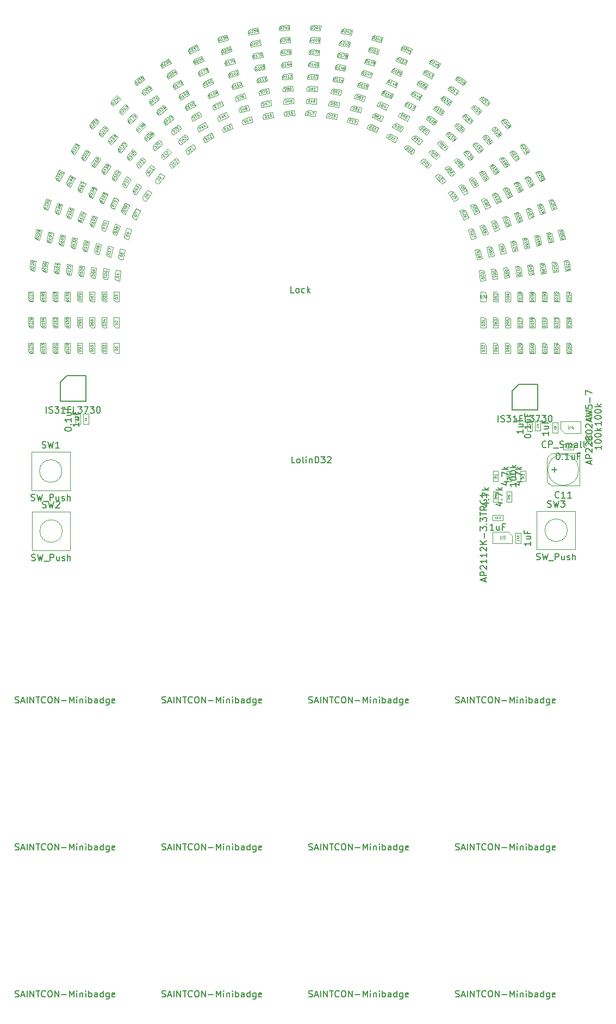
<source format=gbr>
G04 #@! TF.GenerationSoftware,KiCad,Pcbnew,(5.0.0-rc2-204-g01c2d93a8)*
G04 #@! TF.CreationDate,2018-07-30T15:31:50-06:00*
G04 #@! TF.ProjectId,Saintcon2018,5361696E74636F6E323031382E6B6963,rev?*
G04 #@! TF.SameCoordinates,Original*
G04 #@! TF.FileFunction,Other,Fab,Top*
%FSLAX46Y46*%
G04 Gerber Fmt 4.6, Leading zero omitted, Abs format (unit mm)*
G04 Created by KiCad (PCBNEW (5.0.0-rc2-204-g01c2d93a8)) date 07/30/18 15:31:50*
%MOMM*%
%LPD*%
G01*
G04 APERTURE LIST*
%ADD10C,0.100000*%
%ADD11C,0.150000*%
%ADD12C,0.060000*%
%ADD13C,0.075000*%
G04 APERTURE END LIST*
D10*
G04 #@! TO.C,SW1*
X59472214Y-95694500D02*
G75*
G03X59472214Y-95694500I-1750714J0D01*
G01*
X60721500Y-92694500D02*
X54721500Y-92694500D01*
X60721500Y-98694500D02*
X60721500Y-92694500D01*
X54721500Y-98694500D02*
X60721500Y-98694500D01*
X54721500Y-92694500D02*
X54721500Y-98694500D01*
G04 #@! TO.C,D1*
X67545000Y-75780000D02*
X67545000Y-77080000D01*
X67545000Y-77080000D02*
X67845000Y-77380000D01*
X67845000Y-77380000D02*
X68345000Y-77380000D01*
X68345000Y-77380000D02*
X68345000Y-75780000D01*
X68345000Y-75780000D02*
X67545000Y-75780000D01*
G04 #@! TO.C,D2*
X68345001Y-71780000D02*
X67545000Y-71780000D01*
X68345000Y-73380000D02*
X68345001Y-71780000D01*
X67845000Y-73380000D02*
X68345000Y-73380000D01*
X67544999Y-73080000D02*
X67845000Y-73380000D01*
X67545000Y-71780000D02*
X67544999Y-73080000D01*
G04 #@! TO.C,D3*
X67545000Y-67780000D02*
X67545000Y-69080000D01*
X67545000Y-69080000D02*
X67845000Y-69380000D01*
X67845000Y-69380000D02*
X68345000Y-69380000D01*
X68345000Y-69380000D02*
X68345000Y-67780000D01*
X68345000Y-67780000D02*
X67545000Y-67780000D01*
G04 #@! TO.C,D4*
X68628384Y-64514491D02*
X67833794Y-64421617D01*
X68442634Y-66103673D02*
X68628384Y-64514491D01*
X67946016Y-66045626D02*
X68442634Y-66103673D01*
X67682872Y-65712827D02*
X67946016Y-66045626D01*
X67833794Y-64421617D02*
X67682872Y-65712827D01*
G04 #@! TO.C,D5*
X68510518Y-61119470D02*
X68210717Y-62384428D01*
X68210717Y-62384428D02*
X68433446Y-62745526D01*
X68433446Y-62745526D02*
X68919968Y-62860834D01*
X68919968Y-62860834D02*
X69288954Y-61303962D01*
X69288954Y-61303962D02*
X68510518Y-61119470D01*
G04 #@! TO.C,D6*
X70317777Y-58191829D02*
X69566023Y-57918213D01*
X69770545Y-59695337D02*
X70317777Y-58191829D01*
X69300699Y-59524327D02*
X69770545Y-59695337D01*
X69121397Y-59139813D02*
X69300699Y-59524327D01*
X69566023Y-57918213D02*
X69121397Y-59139813D01*
G04 #@! TO.C,D7*
X70986034Y-54861138D02*
X70402595Y-56022861D01*
X70402595Y-56022861D02*
X70536045Y-56425590D01*
X70536045Y-56425590D02*
X70982862Y-56649990D01*
X70982862Y-56649990D02*
X71700940Y-55220177D01*
X71700940Y-55220177D02*
X70986034Y-54861138D01*
G04 #@! TO.C,D8*
X73419738Y-52429194D02*
X72751348Y-51989587D01*
X72540524Y-53765975D02*
X73419738Y-52429194D01*
X72122781Y-53491221D02*
X72540524Y-53765975D01*
X72036986Y-53075721D02*
X72122781Y-53491221D01*
X72751348Y-51989587D02*
X72036986Y-53075721D01*
G04 #@! TO.C,D9*
X74838093Y-49342394D02*
X74002469Y-50338252D01*
X74002469Y-50338252D02*
X74039446Y-50760902D01*
X74039446Y-50760902D02*
X74422469Y-51082296D01*
X74422469Y-51082296D02*
X75450929Y-49856624D01*
X75450929Y-49856624D02*
X74838093Y-49342394D01*
G04 #@! TO.C,D10*
X77767042Y-47537255D02*
X77218048Y-46955356D01*
X76603244Y-48635242D02*
X77767042Y-47537255D01*
X76260123Y-48271555D02*
X76603244Y-48635242D01*
X76272463Y-47847470D02*
X76260123Y-48271555D01*
X77218048Y-46955356D02*
X76272463Y-47847470D01*
G04 #@! TO.C,D11*
X79859029Y-44860754D02*
X78816269Y-45637060D01*
X78816269Y-45637060D02*
X78754780Y-46056845D01*
X78754780Y-46056845D02*
X79053359Y-46457906D01*
X79053359Y-46457906D02*
X80336756Y-45502452D01*
X80336756Y-45502452D02*
X79859029Y-44860754D01*
G04 #@! TO.C,D12*
X83125320Y-43779735D02*
X82725320Y-43086915D01*
X81739680Y-44579735D02*
X83125320Y-43779735D01*
X81489680Y-44146722D02*
X81739680Y-44579735D01*
X81599487Y-43736915D02*
X81489680Y-44146722D01*
X82725320Y-43086915D02*
X81599487Y-43736915D01*
G04 #@! TO.C,D13*
X85778162Y-41657825D02*
X84584481Y-42172728D01*
X84584481Y-42172728D02*
X84427840Y-42567017D01*
X84427840Y-42567017D02*
X84625880Y-43026125D01*
X84625880Y-43026125D02*
X86095026Y-42392398D01*
X86095026Y-42392398D02*
X85778162Y-41657825D01*
G04 #@! TO.C,D14*
X89205711Y-41359203D02*
X88976268Y-40592812D01*
X87672928Y-41818088D02*
X89205711Y-41359203D01*
X87529526Y-41339094D02*
X87672928Y-41818088D01*
X87730882Y-40965656D02*
X87529526Y-41339094D01*
X88976268Y-40592812D02*
X87730882Y-40965656D01*
G04 #@! TO.C,D15*
X92276391Y-39906277D02*
X90996141Y-40132020D01*
X90996141Y-40132020D02*
X90752793Y-40479557D01*
X90752793Y-40479557D02*
X90839617Y-40971961D01*
X90839617Y-40971961D02*
X92415309Y-40694124D01*
X92415309Y-40694124D02*
X92276391Y-39906277D01*
G04 #@! TO.C,D16*
X95680416Y-40406152D02*
X95633901Y-39607506D01*
X94083123Y-40499184D02*
X95680416Y-40406152D01*
X94054051Y-40000030D02*
X94083123Y-40499184D01*
X94336100Y-39683094D02*
X94054051Y-40000030D01*
X95633901Y-39607506D02*
X94336100Y-39683094D01*
G04 #@! TO.C,D17*
X99003392Y-39700538D02*
X97705592Y-39624949D01*
X97705592Y-39624949D02*
X97388656Y-39906998D01*
X97388656Y-39906998D02*
X97359584Y-40406152D01*
X97359584Y-40406152D02*
X98956877Y-40499184D01*
X98956877Y-40499184D02*
X99003392Y-39700538D01*
G04 #@! TO.C,D18*
X102200383Y-40971961D02*
X102339301Y-40184114D01*
X100624691Y-40694124D02*
X102200383Y-40971961D01*
X100711515Y-40201720D02*
X100624691Y-40694124D01*
X101059051Y-39958372D02*
X100711515Y-40201720D01*
X102339301Y-40184114D02*
X101059051Y-39958372D01*
G04 #@! TO.C,D19*
X105596515Y-41051697D02*
X104351129Y-40678853D01*
X104351129Y-40678853D02*
X103977691Y-40880208D01*
X103977691Y-40880208D02*
X103834289Y-41359203D01*
X103834289Y-41359203D02*
X105367072Y-41818088D01*
X105367072Y-41818088D02*
X105596515Y-41051697D01*
G04 #@! TO.C,D20*
X108414120Y-43026125D02*
X108730984Y-42291552D01*
X106944974Y-42392398D02*
X108414120Y-43026125D01*
X107143014Y-41933290D02*
X106944974Y-42392398D01*
X107537303Y-41776649D02*
X107143014Y-41933290D01*
X108730984Y-42291552D02*
X107537303Y-41776649D01*
G04 #@! TO.C,D21*
X111700320Y-43886915D02*
X110574487Y-43236915D01*
X110574487Y-43236915D02*
X110164680Y-43346722D01*
X110164680Y-43346722D02*
X109914680Y-43779735D01*
X109914680Y-43779735D02*
X111300320Y-44579735D01*
X111300320Y-44579735D02*
X111700320Y-43886915D01*
G04 #@! TO.C,D22*
X113986641Y-46457906D02*
X114464368Y-45816208D01*
X112703244Y-45502452D02*
X113986641Y-46457906D01*
X113001823Y-45101391D02*
X112703244Y-45502452D01*
X113421608Y-45039901D02*
X113001823Y-45101391D01*
X114464368Y-45816208D02*
X113421608Y-45039901D01*
G04 #@! TO.C,D23*
X116985750Y-48053343D02*
X116040164Y-47161229D01*
X116040164Y-47161229D02*
X115616079Y-47173568D01*
X115616079Y-47173568D02*
X115272958Y-47537255D01*
X115272958Y-47537255D02*
X116436756Y-48635242D01*
X116436756Y-48635242D02*
X116985750Y-48053343D01*
G04 #@! TO.C,D24*
X118617531Y-51082296D02*
X119230367Y-50568066D01*
X117589071Y-49856624D02*
X118617531Y-51082296D01*
X117972093Y-49535231D02*
X117589071Y-49856624D01*
X118394743Y-49572208D02*
X117972093Y-49535231D01*
X119230367Y-50568066D02*
X118394743Y-49572208D01*
G04 #@! TO.C,D25*
X121167866Y-53326368D02*
X120453505Y-52240234D01*
X120453505Y-52240234D02*
X120038006Y-52154440D01*
X120038006Y-52154440D02*
X119620262Y-52429194D01*
X119620262Y-52429194D02*
X120499476Y-53765975D01*
X120499476Y-53765975D02*
X121167866Y-53326368D01*
G04 #@! TO.C,D26*
X122057138Y-56649990D02*
X122772044Y-56290950D01*
X121339060Y-55220178D02*
X122057138Y-56649990D01*
X121785876Y-54995778D02*
X121339060Y-55220178D01*
X122188605Y-55129228D02*
X121785876Y-54995778D01*
X122772044Y-56290950D02*
X122188605Y-55129228D01*
G04 #@! TO.C,D27*
X124021209Y-59421721D02*
X123576583Y-58200121D01*
X123576583Y-58200121D02*
X123192069Y-58020819D01*
X123192069Y-58020819D02*
X122722223Y-58191829D01*
X122722223Y-58191829D02*
X123269455Y-59695337D01*
X123269455Y-59695337D02*
X124021209Y-59421721D01*
G04 #@! TO.C,D28*
X124120032Y-62860834D02*
X124898468Y-62676342D01*
X123751046Y-61303962D02*
X124120032Y-62860834D01*
X124237569Y-61188655D02*
X123751046Y-61303962D01*
X124598667Y-61411383D02*
X124237569Y-61188655D01*
X124898468Y-62676342D02*
X124598667Y-61411383D01*
G04 #@! TO.C,D29*
X125391956Y-66010799D02*
X125241035Y-64719589D01*
X125241035Y-64719589D02*
X124908236Y-64456445D01*
X124908236Y-64456445D02*
X124411616Y-64514491D01*
X124411616Y-64514491D02*
X124597365Y-66103673D01*
X124597365Y-66103673D02*
X125391956Y-66010799D01*
G04 #@! TO.C,D30*
X124695000Y-69380000D02*
X125495000Y-69380000D01*
X124695000Y-67780000D02*
X124695000Y-69380000D01*
X125195000Y-67780000D02*
X124695000Y-67780000D01*
X125495000Y-68080000D02*
X125195000Y-67780000D01*
X125495000Y-69380000D02*
X125495000Y-68080000D01*
G04 #@! TO.C,D31*
X125495000Y-73380000D02*
X125495000Y-72080000D01*
X125495000Y-72080000D02*
X125195000Y-71780000D01*
X125195000Y-71780000D02*
X124695000Y-71780000D01*
X124695000Y-71780000D02*
X124695000Y-73380000D01*
X124695000Y-73380000D02*
X125495000Y-73380000D01*
G04 #@! TO.C,D32*
X124695000Y-77380000D02*
X125495000Y-77380000D01*
X124695000Y-75780000D02*
X124695000Y-77380000D01*
X125195000Y-75780000D02*
X124695000Y-75780000D01*
X125495000Y-76080000D02*
X125195000Y-75780000D01*
X125495000Y-77380000D02*
X125495000Y-76080000D01*
G04 #@! TO.C,D33*
X65640000Y-75780000D02*
X65640000Y-77080000D01*
X65640000Y-77080000D02*
X65940000Y-77380000D01*
X65940000Y-77380000D02*
X66440000Y-77380000D01*
X66440000Y-77380000D02*
X66440000Y-75780000D01*
X66440000Y-75780000D02*
X65640000Y-75780000D01*
G04 #@! TO.C,D34*
X66440000Y-71780000D02*
X65640000Y-71780000D01*
X66440000Y-73380000D02*
X66440000Y-71780000D01*
X65940000Y-73380000D02*
X66440000Y-73380000D01*
X65640000Y-73080000D02*
X65940000Y-73380000D01*
X65640000Y-71780000D02*
X65640000Y-73080000D01*
G04 #@! TO.C,D35*
X65640000Y-67780000D02*
X65640000Y-69080000D01*
X65640000Y-69080000D02*
X65940000Y-69380000D01*
X65940000Y-69380000D02*
X66440000Y-69380000D01*
X66440000Y-69380000D02*
X66440000Y-67780000D01*
X66440000Y-67780000D02*
X65640000Y-67780000D01*
G04 #@! TO.C,D36*
X66736265Y-64293334D02*
X65941674Y-64200460D01*
X66550516Y-65882516D02*
X66736265Y-64293334D01*
X66053897Y-65824469D02*
X66550516Y-65882516D01*
X65790753Y-65491670D02*
X66053897Y-65824469D01*
X65941674Y-64200460D02*
X65790753Y-65491670D01*
G04 #@! TO.C,D37*
X66656868Y-60680147D02*
X66357067Y-61945105D01*
X66357067Y-61945105D02*
X66579796Y-62306203D01*
X66579796Y-62306203D02*
X67066318Y-62421511D01*
X67066318Y-62421511D02*
X67435304Y-60864639D01*
X67435304Y-60864639D02*
X66656868Y-60680147D01*
G04 #@! TO.C,D38*
X68527662Y-57540281D02*
X67775908Y-57266665D01*
X67980430Y-59043789D02*
X68527662Y-57540281D01*
X67510584Y-58872779D02*
X67980430Y-59043789D01*
X67331282Y-58488265D02*
X67510584Y-58872779D01*
X67775908Y-57266665D02*
X67331282Y-58488265D01*
G04 #@! TO.C,D39*
X69283664Y-54006175D02*
X68700225Y-55167898D01*
X68700225Y-55167898D02*
X68833675Y-55570627D01*
X68833675Y-55570627D02*
X69280492Y-55795027D01*
X69280492Y-55795027D02*
X69998570Y-54365215D01*
X69998570Y-54365215D02*
X69283664Y-54006175D01*
G04 #@! TO.C,D40*
X71828134Y-51382380D02*
X71159744Y-50942773D01*
X70948920Y-52719161D02*
X71828134Y-51382380D01*
X70531176Y-52444406D02*
X70948920Y-52719161D01*
X70445382Y-52028907D02*
X70531176Y-52444406D01*
X71159744Y-50942773D02*
X70445382Y-52028907D01*
G04 #@! TO.C,D41*
X73378778Y-48117883D02*
X72543154Y-49113741D01*
X72543154Y-49113741D02*
X72580131Y-49536391D01*
X72580131Y-49536391D02*
X72963154Y-49857785D01*
X72963154Y-49857785D02*
X73991614Y-48632113D01*
X73991614Y-48632113D02*
X73378778Y-48117883D01*
G04 #@! TO.C,D42*
X76459751Y-46151608D02*
X75910757Y-45569709D01*
X75295953Y-47249595D02*
X76459751Y-46151608D01*
X74952832Y-46885908D02*
X75295953Y-47249595D01*
X74965172Y-46461823D02*
X74952832Y-46885908D01*
X75910757Y-45569709D02*
X74965172Y-46461823D01*
G04 #@! TO.C,D43*
X78721442Y-43332710D02*
X77678682Y-44109016D01*
X77678682Y-44109016D02*
X77617193Y-44528801D01*
X77617193Y-44528801D02*
X77915772Y-44929862D01*
X77915772Y-44929862D02*
X79199169Y-43974408D01*
X79199169Y-43974408D02*
X78721442Y-43332710D01*
G04 #@! TO.C,D44*
X82172820Y-42129956D02*
X81772820Y-41437136D01*
X80787180Y-42929956D02*
X82172820Y-42129956D01*
X80537180Y-42496943D02*
X80787180Y-42929956D01*
X80646987Y-42087136D02*
X80537180Y-42496943D01*
X81772820Y-41437136D02*
X80646987Y-42087136D01*
G04 #@! TO.C,D45*
X85023630Y-39908624D02*
X83829949Y-40423527D01*
X83829949Y-40423527D02*
X83673308Y-40817816D01*
X83673308Y-40817816D02*
X83871348Y-41276924D01*
X83871348Y-41276924D02*
X85340494Y-40643197D01*
X85340494Y-40643197D02*
X85023630Y-39908624D01*
G04 #@! TO.C,D46*
X88659351Y-39534233D02*
X88429908Y-38767842D01*
X87126568Y-39993118D02*
X88659351Y-39534233D01*
X86983166Y-39514124D02*
X87126568Y-39993118D01*
X87184522Y-39140686D02*
X86983166Y-39514124D01*
X88429908Y-38767842D02*
X87184522Y-39140686D01*
G04 #@! TO.C,D47*
X91945591Y-38030218D02*
X90665341Y-38255961D01*
X90665341Y-38255961D02*
X90421993Y-38603498D01*
X90421993Y-38603498D02*
X90508817Y-39095902D01*
X90508817Y-39095902D02*
X92084509Y-38818065D01*
X92084509Y-38818065D02*
X91945591Y-38030218D01*
G04 #@! TO.C,D48*
X95569650Y-38504375D02*
X95523135Y-37705729D01*
X93972357Y-38597407D02*
X95569650Y-38504375D01*
X93943285Y-38098253D02*
X93972357Y-38597407D01*
X94225334Y-37781317D02*
X93943285Y-38098253D01*
X95523135Y-37705729D02*
X94225334Y-37781317D01*
G04 #@! TO.C,D49*
X99114158Y-37798761D02*
X97816358Y-37723172D01*
X97816358Y-37723172D02*
X97499422Y-38005221D01*
X97499422Y-38005221D02*
X97470350Y-38504375D01*
X97470350Y-38504375D02*
X99067643Y-38597407D01*
X99067643Y-38597407D02*
X99114158Y-37798761D01*
G04 #@! TO.C,D50*
X102531183Y-39095902D02*
X102670101Y-38308055D01*
X100955491Y-38818065D02*
X102531183Y-39095902D01*
X101042315Y-38325661D02*
X100955491Y-38818065D01*
X101389851Y-38082313D02*
X101042315Y-38325661D01*
X102670101Y-38308055D02*
X101389851Y-38082313D01*
G04 #@! TO.C,D51*
X106142875Y-39226727D02*
X104897489Y-38853883D01*
X104897489Y-38853883D02*
X104524051Y-39055238D01*
X104524051Y-39055238D02*
X104380649Y-39534233D01*
X104380649Y-39534233D02*
X105913432Y-39993118D01*
X105913432Y-39993118D02*
X106142875Y-39226727D01*
G04 #@! TO.C,D52*
X109168652Y-41276924D02*
X109485516Y-40542351D01*
X107699506Y-40643197D02*
X109168652Y-41276924D01*
X107897546Y-40184089D02*
X107699506Y-40643197D01*
X108291835Y-40027448D02*
X107897546Y-40184089D01*
X109485516Y-40542351D02*
X108291835Y-40027448D01*
G04 #@! TO.C,D53*
X112652820Y-42237136D02*
X111526987Y-41587136D01*
X111526987Y-41587136D02*
X111117180Y-41696943D01*
X111117180Y-41696943D02*
X110867180Y-42129956D01*
X110867180Y-42129956D02*
X112252820Y-42929956D01*
X112252820Y-42929956D02*
X112652820Y-42237136D01*
G04 #@! TO.C,D54*
X115124228Y-44929862D02*
X115601955Y-44288164D01*
X113840831Y-43974408D02*
X115124228Y-44929862D01*
X114139410Y-43573347D02*
X113840831Y-43974408D01*
X114559195Y-43511857D02*
X114139410Y-43573347D01*
X115601955Y-44288164D02*
X114559195Y-43511857D01*
G04 #@! TO.C,D55*
X118293041Y-46667696D02*
X117347455Y-45775582D01*
X117347455Y-45775582D02*
X116923370Y-45787921D01*
X116923370Y-45787921D02*
X116580249Y-46151608D01*
X116580249Y-46151608D02*
X117744047Y-47249595D01*
X117744047Y-47249595D02*
X118293041Y-46667696D01*
G04 #@! TO.C,D56*
X120076846Y-49857785D02*
X120689682Y-49343555D01*
X119048386Y-48632113D02*
X120076846Y-49857785D01*
X119431408Y-48310720D02*
X119048386Y-48632113D01*
X119854058Y-48347697D02*
X119431408Y-48310720D01*
X120689682Y-49343555D02*
X119854058Y-48347697D01*
G04 #@! TO.C,D57*
X122759470Y-52279554D02*
X122045109Y-51193420D01*
X122045109Y-51193420D02*
X121629610Y-51107626D01*
X121629610Y-51107626D02*
X121211866Y-51382380D01*
X121211866Y-51382380D02*
X122091080Y-52719161D01*
X122091080Y-52719161D02*
X122759470Y-52279554D01*
G04 #@! TO.C,D58*
X123759508Y-55795027D02*
X124474414Y-55435987D01*
X123041430Y-54365215D02*
X123759508Y-55795027D01*
X123488246Y-54140815D02*
X123041430Y-54365215D01*
X123890975Y-54274265D02*
X123488246Y-54140815D01*
X124474414Y-55435987D02*
X123890975Y-54274265D01*
G04 #@! TO.C,D59*
X125811324Y-58770173D02*
X125366698Y-57548573D01*
X125366698Y-57548573D02*
X124982184Y-57369271D01*
X124982184Y-57369271D02*
X124512338Y-57540281D01*
X124512338Y-57540281D02*
X125059570Y-59043789D01*
X125059570Y-59043789D02*
X125811324Y-58770173D01*
G04 #@! TO.C,D60*
X125973682Y-62421511D02*
X126752118Y-62237019D01*
X125604696Y-60864639D02*
X125973682Y-62421511D01*
X126091219Y-60749332D02*
X125604696Y-60864639D01*
X126452317Y-60972060D02*
X126091219Y-60749332D01*
X126752118Y-62237019D02*
X126452317Y-60972060D01*
G04 #@! TO.C,D61*
X127284075Y-65789642D02*
X127133154Y-64498432D01*
X127133154Y-64498432D02*
X126800355Y-64235288D01*
X126800355Y-64235288D02*
X126303735Y-64293334D01*
X126303735Y-64293334D02*
X126489484Y-65882516D01*
X126489484Y-65882516D02*
X127284075Y-65789642D01*
G04 #@! TO.C,D62*
X126600000Y-69380000D02*
X127400000Y-69380000D01*
X126600000Y-67780000D02*
X126600000Y-69380000D01*
X127100000Y-67780000D02*
X126600000Y-67780000D01*
X127400000Y-68080000D02*
X127100000Y-67780000D01*
X127400000Y-69380000D02*
X127400000Y-68080000D01*
G04 #@! TO.C,D63*
X127400000Y-73380000D02*
X127400000Y-72080000D01*
X127400000Y-72080000D02*
X127100000Y-71780000D01*
X127100000Y-71780000D02*
X126600000Y-71780000D01*
X126600000Y-71780000D02*
X126600000Y-73380000D01*
X126600000Y-73380000D02*
X127400000Y-73380000D01*
G04 #@! TO.C,D64*
X126600000Y-77380000D02*
X127400000Y-77380000D01*
X126600000Y-75780000D02*
X126600000Y-77380000D01*
X127100000Y-75780000D02*
X126600000Y-75780000D01*
X127400000Y-76080000D02*
X127100000Y-75780000D01*
X127400000Y-77380000D02*
X127400000Y-76080000D01*
G04 #@! TO.C,D65*
X63735000Y-75780000D02*
X63735000Y-77080000D01*
X63735000Y-77080000D02*
X64035000Y-77380000D01*
X64035000Y-77380000D02*
X64535000Y-77380000D01*
X64535000Y-77380000D02*
X64535000Y-75780000D01*
X64535000Y-75780000D02*
X63735000Y-75780000D01*
G04 #@! TO.C,D66*
X64535000Y-71780000D02*
X63735000Y-71780000D01*
X64535000Y-73380000D02*
X64535000Y-71780000D01*
X64035000Y-73380000D02*
X64535000Y-73380000D01*
X63735000Y-73080000D02*
X64035000Y-73380000D01*
X63735000Y-71780000D02*
X63735000Y-73080000D01*
G04 #@! TO.C,D67*
X63735000Y-67780000D02*
X63735000Y-69080000D01*
X63735000Y-69080000D02*
X64035000Y-69380000D01*
X64035000Y-69380000D02*
X64535000Y-69380000D01*
X64535000Y-69380000D02*
X64535000Y-67780000D01*
X64535000Y-67780000D02*
X63735000Y-67780000D01*
G04 #@! TO.C,D68*
X64844146Y-64072177D02*
X64049555Y-63979303D01*
X64658397Y-65661359D02*
X64844146Y-64072177D01*
X64161778Y-65603312D02*
X64658397Y-65661359D01*
X63898634Y-65270513D02*
X64161778Y-65603312D01*
X64049555Y-63979303D02*
X63898634Y-65270513D01*
G04 #@! TO.C,D69*
X64803217Y-60240824D02*
X64503416Y-61505782D01*
X64503416Y-61505782D02*
X64726145Y-61866880D01*
X64726145Y-61866880D02*
X65212667Y-61982188D01*
X65212667Y-61982188D02*
X65581653Y-60425316D01*
X65581653Y-60425316D02*
X64803217Y-60240824D01*
G04 #@! TO.C,D70*
X66737548Y-56888732D02*
X65985794Y-56615116D01*
X66190316Y-58392240D02*
X66737548Y-56888732D01*
X65720470Y-58221230D02*
X66190316Y-58392240D01*
X65541168Y-57836716D02*
X65720470Y-58221230D01*
X65985794Y-56615116D02*
X65541168Y-57836716D01*
G04 #@! TO.C,D71*
X67581293Y-53151213D02*
X66997854Y-54312936D01*
X66997854Y-54312936D02*
X67131304Y-54715665D01*
X67131304Y-54715665D02*
X67578121Y-54940065D01*
X67578121Y-54940065D02*
X68296199Y-53510253D01*
X68296199Y-53510253D02*
X67581293Y-53151213D01*
G04 #@! TO.C,D72*
X70236530Y-50335565D02*
X69568140Y-49895958D01*
X69357316Y-51672346D02*
X70236530Y-50335565D01*
X68939572Y-51397591D02*
X69357316Y-51672346D01*
X68853778Y-50982092D02*
X68939572Y-51397591D01*
X69568140Y-49895958D02*
X68853778Y-50982092D01*
G04 #@! TO.C,D73*
X71919463Y-46893373D02*
X71083839Y-47889231D01*
X71083839Y-47889231D02*
X71120816Y-48311881D01*
X71120816Y-48311881D02*
X71503839Y-48633275D01*
X71503839Y-48633275D02*
X72532299Y-47407603D01*
X72532299Y-47407603D02*
X71919463Y-46893373D01*
G04 #@! TO.C,D74*
X75152461Y-44765961D02*
X74603467Y-44184062D01*
X73988663Y-45863948D02*
X75152461Y-44765961D01*
X73645542Y-45500261D02*
X73988663Y-45863948D01*
X73657882Y-45076176D02*
X73645542Y-45500261D01*
X74603467Y-44184062D02*
X73657882Y-45076176D01*
G04 #@! TO.C,D75*
X77583855Y-41804665D02*
X76541095Y-42580971D01*
X76541095Y-42580971D02*
X76479606Y-43000756D01*
X76479606Y-43000756D02*
X76778185Y-43401817D01*
X76778185Y-43401817D02*
X78061582Y-42446363D01*
X78061582Y-42446363D02*
X77583855Y-41804665D01*
G04 #@! TO.C,D76*
X81220320Y-40480178D02*
X80820320Y-39787358D01*
X79834680Y-41280178D02*
X81220320Y-40480178D01*
X79584680Y-40847165D02*
X79834680Y-41280178D01*
X79694487Y-40437358D02*
X79584680Y-40847165D01*
X80820320Y-39787358D02*
X79694487Y-40437358D01*
G04 #@! TO.C,D77*
X84269098Y-38159422D02*
X83075417Y-38674325D01*
X83075417Y-38674325D02*
X82918776Y-39068614D01*
X82918776Y-39068614D02*
X83116816Y-39527722D01*
X83116816Y-39527722D02*
X84585962Y-38893995D01*
X84585962Y-38893995D02*
X84269098Y-38159422D01*
G04 #@! TO.C,D78*
X88112991Y-37709263D02*
X87883548Y-36942872D01*
X86580208Y-38168148D02*
X88112991Y-37709263D01*
X86436806Y-37689154D02*
X86580208Y-38168148D01*
X86638162Y-37315716D02*
X86436806Y-37689154D01*
X87883548Y-36942872D02*
X86638162Y-37315716D01*
G04 #@! TO.C,D79*
X91614791Y-36154159D02*
X90334541Y-36379902D01*
X90334541Y-36379902D02*
X90091193Y-36727439D01*
X90091193Y-36727439D02*
X90178017Y-37219843D01*
X90178017Y-37219843D02*
X91753709Y-36942006D01*
X91753709Y-36942006D02*
X91614791Y-36154159D01*
G04 #@! TO.C,D80*
X95458884Y-36602598D02*
X95412369Y-35803952D01*
X93861591Y-36695630D02*
X95458884Y-36602598D01*
X93832519Y-36196476D02*
X93861591Y-36695630D01*
X94114568Y-35879540D02*
X93832519Y-36196476D01*
X95412369Y-35803952D02*
X94114568Y-35879540D01*
G04 #@! TO.C,D81*
X99224924Y-35896984D02*
X97927124Y-35821395D01*
X97927124Y-35821395D02*
X97610188Y-36103444D01*
X97610188Y-36103444D02*
X97581116Y-36602598D01*
X97581116Y-36602598D02*
X99178409Y-36695630D01*
X99178409Y-36695630D02*
X99224924Y-35896984D01*
G04 #@! TO.C,D82*
X102861983Y-37219843D02*
X103000901Y-36431996D01*
X101286291Y-36942006D02*
X102861983Y-37219843D01*
X101373115Y-36449602D02*
X101286291Y-36942006D01*
X101720651Y-36206254D02*
X101373115Y-36449602D01*
X103000901Y-36431996D02*
X101720651Y-36206254D01*
G04 #@! TO.C,D83*
X106689235Y-37401757D02*
X105443849Y-37028913D01*
X105443849Y-37028913D02*
X105070411Y-37230268D01*
X105070411Y-37230268D02*
X104927009Y-37709263D01*
X104927009Y-37709263D02*
X106459792Y-38168148D01*
X106459792Y-38168148D02*
X106689235Y-37401757D01*
G04 #@! TO.C,D84*
X109923184Y-39527722D02*
X110240048Y-38793149D01*
X108454038Y-38893995D02*
X109923184Y-39527722D01*
X108652078Y-38434887D02*
X108454038Y-38893995D01*
X109046367Y-38278246D02*
X108652078Y-38434887D01*
X110240048Y-38793149D02*
X109046367Y-38278246D01*
G04 #@! TO.C,D85*
X113605320Y-40587358D02*
X112479487Y-39937358D01*
X112479487Y-39937358D02*
X112069680Y-40047165D01*
X112069680Y-40047165D02*
X111819680Y-40480178D01*
X111819680Y-40480178D02*
X113205320Y-41280178D01*
X113205320Y-41280178D02*
X113605320Y-40587358D01*
G04 #@! TO.C,D86*
X116261815Y-43401817D02*
X116739542Y-42760119D01*
X114978418Y-42446363D02*
X116261815Y-43401817D01*
X115276997Y-42045302D02*
X114978418Y-42446363D01*
X115696782Y-41983812D02*
X115276997Y-42045302D01*
X116739542Y-42760119D02*
X115696782Y-41983812D01*
G04 #@! TO.C,D87*
X119600331Y-45282049D02*
X118654745Y-44389935D01*
X118654745Y-44389935D02*
X118230660Y-44402274D01*
X118230660Y-44402274D02*
X117887539Y-44765961D01*
X117887539Y-44765961D02*
X119051337Y-45863948D01*
X119051337Y-45863948D02*
X119600331Y-45282049D01*
G04 #@! TO.C,D88*
X121536161Y-48633275D02*
X122148997Y-48119045D01*
X120507701Y-47407603D02*
X121536161Y-48633275D01*
X120890723Y-47086210D02*
X120507701Y-47407603D01*
X121313373Y-47123187D02*
X120890723Y-47086210D01*
X122148997Y-48119045D02*
X121313373Y-47123187D01*
G04 #@! TO.C,D89*
X124351074Y-51232739D02*
X123636713Y-50146605D01*
X123636713Y-50146605D02*
X123221214Y-50060811D01*
X123221214Y-50060811D02*
X122803470Y-50335565D01*
X122803470Y-50335565D02*
X123682684Y-51672346D01*
X123682684Y-51672346D02*
X124351074Y-51232739D01*
G04 #@! TO.C,D90*
X125461879Y-54940065D02*
X126176785Y-54581025D01*
X124743801Y-53510253D02*
X125461879Y-54940065D01*
X125190617Y-53285853D02*
X124743801Y-53510253D01*
X125593346Y-53419303D02*
X125190617Y-53285853D01*
X126176785Y-54581025D02*
X125593346Y-53419303D01*
G04 #@! TO.C,D91*
X127601438Y-58118624D02*
X127156812Y-56897024D01*
X127156812Y-56897024D02*
X126772298Y-56717722D01*
X126772298Y-56717722D02*
X126302452Y-56888732D01*
X126302452Y-56888732D02*
X126849684Y-58392240D01*
X126849684Y-58392240D02*
X127601438Y-58118624D01*
G04 #@! TO.C,D92*
X127827333Y-61982188D02*
X128605769Y-61797696D01*
X127458347Y-60425316D02*
X127827333Y-61982188D01*
X127944870Y-60310009D02*
X127458347Y-60425316D01*
X128305968Y-60532737D02*
X127944870Y-60310009D01*
X128605769Y-61797696D02*
X128305968Y-60532737D01*
G04 #@! TO.C,D93*
X129176194Y-65568485D02*
X129025273Y-64277275D01*
X129025273Y-64277275D02*
X128692474Y-64014131D01*
X128692474Y-64014131D02*
X128195854Y-64072177D01*
X128195854Y-64072177D02*
X128381603Y-65661359D01*
X128381603Y-65661359D02*
X129176194Y-65568485D01*
G04 #@! TO.C,D94*
X128505000Y-69380000D02*
X129305000Y-69380000D01*
X128505000Y-67780000D02*
X128505000Y-69380000D01*
X129005000Y-67780000D02*
X128505000Y-67780000D01*
X129305000Y-68080000D02*
X129005000Y-67780000D01*
X129305000Y-69380000D02*
X129305000Y-68080000D01*
G04 #@! TO.C,D95*
X129305000Y-73380000D02*
X129305000Y-72080000D01*
X129305000Y-72080000D02*
X129005000Y-71780000D01*
X129005000Y-71780000D02*
X128505000Y-71780000D01*
X128505000Y-71780000D02*
X128505000Y-73380000D01*
X128505000Y-73380000D02*
X129305000Y-73380000D01*
G04 #@! TO.C,D96*
X128505000Y-77380000D02*
X129305000Y-77380000D01*
X128505000Y-75780000D02*
X128505000Y-77380000D01*
X129005000Y-75780000D02*
X128505000Y-75780000D01*
X129305000Y-76080000D02*
X129005000Y-75780000D01*
X129305000Y-77380000D02*
X129305000Y-76080000D01*
G04 #@! TO.C,D97*
X61830000Y-75780000D02*
X61830000Y-77080000D01*
X61830000Y-77080000D02*
X62130000Y-77380000D01*
X62130000Y-77380000D02*
X62630000Y-77380000D01*
X62630000Y-77380000D02*
X62630000Y-75780000D01*
X62630000Y-75780000D02*
X61830000Y-75780000D01*
G04 #@! TO.C,D98*
X62630000Y-71780000D02*
X61830000Y-71780000D01*
X62630000Y-73380000D02*
X62630000Y-71780000D01*
X62130000Y-73380000D02*
X62630000Y-73380000D01*
X61830000Y-73080000D02*
X62130000Y-73380000D01*
X61830000Y-71780000D02*
X61830000Y-73080000D01*
G04 #@! TO.C,D99*
X61830000Y-67780000D02*
X61830000Y-69080000D01*
X61830000Y-69080000D02*
X62130000Y-69380000D01*
X62130000Y-69380000D02*
X62630000Y-69380000D01*
X62630000Y-69380000D02*
X62630000Y-67780000D01*
X62630000Y-67780000D02*
X61830000Y-67780000D01*
G04 #@! TO.C,D100*
X62952027Y-63851020D02*
X62157436Y-63758146D01*
X62766278Y-65440202D02*
X62952027Y-63851020D01*
X62269659Y-65382155D02*
X62766278Y-65440202D01*
X62006515Y-65049356D02*
X62269659Y-65382155D01*
X62157436Y-63758146D02*
X62006515Y-65049356D01*
G04 #@! TO.C,D101*
X62949567Y-59801500D02*
X62649766Y-61066458D01*
X62649766Y-61066458D02*
X62872495Y-61427556D01*
X62872495Y-61427556D02*
X63359017Y-61542864D01*
X63359017Y-61542864D02*
X63728003Y-59985992D01*
X63728003Y-59985992D02*
X62949567Y-59801500D01*
G04 #@! TO.C,D102*
X64947434Y-56237184D02*
X64195680Y-55963568D01*
X64400202Y-57740692D02*
X64947434Y-56237184D01*
X63930356Y-57569682D02*
X64400202Y-57740692D01*
X63751054Y-57185168D02*
X63930356Y-57569682D01*
X64195680Y-55963568D02*
X63751054Y-57185168D01*
G04 #@! TO.C,D103*
X65878923Y-52296251D02*
X65295484Y-53457974D01*
X65295484Y-53457974D02*
X65428934Y-53860703D01*
X65428934Y-53860703D02*
X65875751Y-54085103D01*
X65875751Y-54085103D02*
X66593829Y-52655291D01*
X66593829Y-52655291D02*
X65878923Y-52296251D01*
G04 #@! TO.C,D104*
X68644925Y-49288751D02*
X67976535Y-48849144D01*
X67765711Y-50625532D02*
X68644925Y-49288751D01*
X67347967Y-50350777D02*
X67765711Y-50625532D01*
X67262173Y-49935278D02*
X67347967Y-50350777D01*
X67976535Y-48849144D02*
X67262173Y-49935278D01*
G04 #@! TO.C,D105*
X70460149Y-45668862D02*
X69624525Y-46664720D01*
X69624525Y-46664720D02*
X69661502Y-47087370D01*
X69661502Y-47087370D02*
X70044525Y-47408764D01*
X70044525Y-47408764D02*
X71072985Y-46183092D01*
X71072985Y-46183092D02*
X70460149Y-45668862D01*
G04 #@! TO.C,D106*
X73845171Y-43380314D02*
X73296177Y-42798415D01*
X72681373Y-44478301D02*
X73845171Y-43380314D01*
X72338252Y-44114614D02*
X72681373Y-44478301D01*
X72350592Y-43690529D02*
X72338252Y-44114614D01*
X73296177Y-42798415D02*
X72350592Y-43690529D01*
G04 #@! TO.C,D107*
X76446267Y-40276620D02*
X75403507Y-41052926D01*
X75403507Y-41052926D02*
X75342018Y-41472711D01*
X75342018Y-41472711D02*
X75640597Y-41873772D01*
X75640597Y-41873772D02*
X76923994Y-40918318D01*
X76923994Y-40918318D02*
X76446267Y-40276620D01*
G04 #@! TO.C,D108*
X80267820Y-38830399D02*
X79867820Y-38137579D01*
X78882180Y-39630399D02*
X80267820Y-38830399D01*
X78632180Y-39197386D02*
X78882180Y-39630399D01*
X78741987Y-38787579D02*
X78632180Y-39197386D01*
X79867820Y-38137579D02*
X78741987Y-38787579D01*
G04 #@! TO.C,D109*
X83514566Y-36410220D02*
X82320885Y-36925123D01*
X82320885Y-36925123D02*
X82164244Y-37319412D01*
X82164244Y-37319412D02*
X82362284Y-37778520D01*
X82362284Y-37778520D02*
X83831430Y-37144793D01*
X83831430Y-37144793D02*
X83514566Y-36410220D01*
G04 #@! TO.C,D110*
X87566631Y-35884293D02*
X87337188Y-35117902D01*
X86033848Y-36343178D02*
X87566631Y-35884293D01*
X85890446Y-35864184D02*
X86033848Y-36343178D01*
X86091802Y-35490746D02*
X85890446Y-35864184D01*
X87337188Y-35117902D02*
X86091802Y-35490746D01*
G04 #@! TO.C,D111*
X91283991Y-34278101D02*
X90003741Y-34503844D01*
X90003741Y-34503844D02*
X89760393Y-34851381D01*
X89760393Y-34851381D02*
X89847217Y-35343785D01*
X89847217Y-35343785D02*
X91422909Y-35065948D01*
X91422909Y-35065948D02*
X91283991Y-34278101D01*
G04 #@! TO.C,D112*
X95348118Y-34700821D02*
X95301603Y-33902175D01*
X93750825Y-34793853D02*
X95348118Y-34700821D01*
X93721753Y-34294699D02*
X93750825Y-34793853D01*
X94003802Y-33977763D02*
X93721753Y-34294699D01*
X95301603Y-33902175D02*
X94003802Y-33977763D01*
G04 #@! TO.C,D113*
X99335690Y-33995207D02*
X98037890Y-33919618D01*
X98037890Y-33919618D02*
X97720954Y-34201667D01*
X97720954Y-34201667D02*
X97691882Y-34700821D01*
X97691882Y-34700821D02*
X99289175Y-34793853D01*
X99289175Y-34793853D02*
X99335690Y-33995207D01*
G04 #@! TO.C,D114*
X103192783Y-35343785D02*
X103331701Y-34555938D01*
X101617091Y-35065948D02*
X103192783Y-35343785D01*
X101703915Y-34573544D02*
X101617091Y-35065948D01*
X102051451Y-34330196D02*
X101703915Y-34573544D01*
X103331701Y-34555938D02*
X102051451Y-34330196D01*
G04 #@! TO.C,D115*
X107235595Y-35576787D02*
X105990209Y-35203943D01*
X105990209Y-35203943D02*
X105616771Y-35405298D01*
X105616771Y-35405298D02*
X105473369Y-35884293D01*
X105473369Y-35884293D02*
X107006152Y-36343178D01*
X107006152Y-36343178D02*
X107235595Y-35576787D01*
G04 #@! TO.C,D116*
X110677716Y-37778520D02*
X110994580Y-37043947D01*
X109208570Y-37144793D02*
X110677716Y-37778520D01*
X109406610Y-36685685D02*
X109208570Y-37144793D01*
X109800899Y-36529044D02*
X109406610Y-36685685D01*
X110994580Y-37043947D02*
X109800899Y-36529044D01*
G04 #@! TO.C,D117*
X114557820Y-38937579D02*
X113431987Y-38287579D01*
X113431987Y-38287579D02*
X113022180Y-38397386D01*
X113022180Y-38397386D02*
X112772180Y-38830399D01*
X112772180Y-38830399D02*
X114157820Y-39630399D01*
X114157820Y-39630399D02*
X114557820Y-38937579D01*
G04 #@! TO.C,D118*
X117399403Y-41873772D02*
X117877130Y-41232074D01*
X116116006Y-40918318D02*
X117399403Y-41873772D01*
X116414585Y-40517257D02*
X116116006Y-40918318D01*
X116834370Y-40455767D02*
X116414585Y-40517257D01*
X117877130Y-41232074D02*
X116834370Y-40455767D01*
G04 #@! TO.C,D119*
X120907621Y-43896402D02*
X119962035Y-43004288D01*
X119962035Y-43004288D02*
X119537950Y-43016627D01*
X119537950Y-43016627D02*
X119194829Y-43380314D01*
X119194829Y-43380314D02*
X120358627Y-44478301D01*
X120358627Y-44478301D02*
X120907621Y-43896402D01*
G04 #@! TO.C,D120*
X122995475Y-47408764D02*
X123608311Y-46894534D01*
X121967015Y-46183092D02*
X122995475Y-47408764D01*
X122350037Y-45861699D02*
X121967015Y-46183092D01*
X122772687Y-45898676D02*
X122350037Y-45861699D01*
X123608311Y-46894534D02*
X122772687Y-45898676D01*
G04 #@! TO.C,D121*
X125942679Y-50185925D02*
X125228318Y-49099791D01*
X125228318Y-49099791D02*
X124812819Y-49013997D01*
X124812819Y-49013997D02*
X124395075Y-49288751D01*
X124395075Y-49288751D02*
X125274289Y-50625532D01*
X125274289Y-50625532D02*
X125942679Y-50185925D01*
G04 #@! TO.C,D122*
X127164249Y-54085103D02*
X127879155Y-53726063D01*
X126446171Y-52655291D02*
X127164249Y-54085103D01*
X126892987Y-52430891D02*
X126446171Y-52655291D01*
X127295716Y-52564341D02*
X126892987Y-52430891D01*
X127879155Y-53726063D02*
X127295716Y-52564341D01*
G04 #@! TO.C,D123*
X129391552Y-57467076D02*
X128946926Y-56245476D01*
X128946926Y-56245476D02*
X128562412Y-56066174D01*
X128562412Y-56066174D02*
X128092566Y-56237184D01*
X128092566Y-56237184D02*
X128639798Y-57740692D01*
X128639798Y-57740692D02*
X129391552Y-57467076D01*
G04 #@! TO.C,D124*
X129680983Y-61542864D02*
X130459419Y-61358372D01*
X129311997Y-59985992D02*
X129680983Y-61542864D01*
X129798520Y-59870685D02*
X129311997Y-59985992D01*
X130159618Y-60093413D02*
X129798520Y-59870685D01*
X130459419Y-61358372D02*
X130159618Y-60093413D01*
G04 #@! TO.C,D125*
X131068313Y-65347328D02*
X130917392Y-64056118D01*
X130917392Y-64056118D02*
X130584593Y-63792974D01*
X130584593Y-63792974D02*
X130087973Y-63851020D01*
X130087973Y-63851020D02*
X130273722Y-65440202D01*
X130273722Y-65440202D02*
X131068313Y-65347328D01*
G04 #@! TO.C,D126*
X130410000Y-69380000D02*
X131210000Y-69380000D01*
X130410000Y-67780000D02*
X130410000Y-69380000D01*
X130910000Y-67780000D02*
X130410000Y-67780000D01*
X131210000Y-68080000D02*
X130910000Y-67780000D01*
X131210000Y-69380000D02*
X131210000Y-68080000D01*
G04 #@! TO.C,D127*
X131210000Y-73380000D02*
X131210000Y-72080000D01*
X131210000Y-72080000D02*
X130910000Y-71780000D01*
X130910000Y-71780000D02*
X130410000Y-71780000D01*
X130410000Y-71780000D02*
X130410000Y-73380000D01*
X130410000Y-73380000D02*
X131210000Y-73380000D01*
G04 #@! TO.C,D128*
X130410000Y-77380000D02*
X131210000Y-77380000D01*
X130410000Y-75780000D02*
X130410000Y-77380000D01*
X130910000Y-75780000D02*
X130410000Y-75780000D01*
X131210000Y-76080000D02*
X130910000Y-75780000D01*
X131210000Y-77380000D02*
X131210000Y-76080000D01*
G04 #@! TO.C,D129*
X59925000Y-75780000D02*
X59925000Y-77080000D01*
X59925000Y-77080000D02*
X60225000Y-77380000D01*
X60225000Y-77380000D02*
X60725000Y-77380000D01*
X60725000Y-77380000D02*
X60725000Y-75780000D01*
X60725000Y-75780000D02*
X59925000Y-75780000D01*
G04 #@! TO.C,D130*
X60725000Y-71780000D02*
X59925000Y-71780000D01*
X60725000Y-73380000D02*
X60725000Y-71780000D01*
X60225000Y-73380000D02*
X60725000Y-73380000D01*
X59925000Y-73080000D02*
X60225000Y-73380000D01*
X59925000Y-71780000D02*
X59925000Y-73080000D01*
G04 #@! TO.C,D131*
X59925000Y-67780000D02*
X59925000Y-69080000D01*
X59925000Y-69080000D02*
X60225000Y-69380000D01*
X60225000Y-69380000D02*
X60725000Y-69380000D01*
X60725000Y-69380000D02*
X60725000Y-67780000D01*
X60725000Y-67780000D02*
X59925000Y-67780000D01*
G04 #@! TO.C,D132*
X61059908Y-63629863D02*
X60265317Y-63536989D01*
X60874159Y-65219045D02*
X61059908Y-63629863D01*
X60377540Y-65160998D02*
X60874159Y-65219045D01*
X60114396Y-64828199D02*
X60377540Y-65160998D01*
X60265317Y-63536989D02*
X60114396Y-64828199D01*
G04 #@! TO.C,D133*
X61095916Y-59362177D02*
X60796115Y-60627135D01*
X60796115Y-60627135D02*
X61018844Y-60988233D01*
X61018844Y-60988233D02*
X61505366Y-61103541D01*
X61505366Y-61103541D02*
X61874352Y-59546669D01*
X61874352Y-59546669D02*
X61095916Y-59362177D01*
G04 #@! TO.C,D134*
X63157319Y-55585635D02*
X62405565Y-55312019D01*
X62610087Y-57089143D02*
X63157319Y-55585635D01*
X62140241Y-56918133D02*
X62610087Y-57089143D01*
X61960939Y-56533619D02*
X62140241Y-56918133D01*
X62405565Y-55312019D02*
X61960939Y-56533619D01*
G04 #@! TO.C,D135*
X64176553Y-51441288D02*
X63593114Y-52603011D01*
X63593114Y-52603011D02*
X63726564Y-53005740D01*
X63726564Y-53005740D02*
X64173381Y-53230140D01*
X64173381Y-53230140D02*
X64891459Y-51800328D01*
X64891459Y-51800328D02*
X64176553Y-51441288D01*
G04 #@! TO.C,D136*
X67053321Y-48241936D02*
X66384931Y-47802329D01*
X66174107Y-49578717D02*
X67053321Y-48241936D01*
X65756363Y-49303962D02*
X66174107Y-49578717D01*
X65670569Y-48888463D02*
X65756363Y-49303962D01*
X66384931Y-47802329D02*
X65670569Y-48888463D01*
G04 #@! TO.C,D137*
X69000834Y-44444352D02*
X68165210Y-45440210D01*
X68165210Y-45440210D02*
X68202187Y-45862860D01*
X68202187Y-45862860D02*
X68585210Y-46184254D01*
X68585210Y-46184254D02*
X69613670Y-44958582D01*
X69613670Y-44958582D02*
X69000834Y-44444352D01*
G04 #@! TO.C,D138*
X72537880Y-41994668D02*
X71988886Y-41412769D01*
X71374082Y-43092655D02*
X72537880Y-41994668D01*
X71030961Y-42728968D02*
X71374082Y-43092655D01*
X71043301Y-42304883D02*
X71030961Y-42728968D01*
X71988886Y-41412769D02*
X71043301Y-42304883D01*
G04 #@! TO.C,D139*
X75308680Y-38748576D02*
X74265920Y-39524882D01*
X74265920Y-39524882D02*
X74204431Y-39944667D01*
X74204431Y-39944667D02*
X74503010Y-40345728D01*
X74503010Y-40345728D02*
X75786407Y-39390274D01*
X75786407Y-39390274D02*
X75308680Y-38748576D01*
G04 #@! TO.C,D140*
X79315320Y-37180621D02*
X78915320Y-36487801D01*
X77929680Y-37980621D02*
X79315320Y-37180621D01*
X77679680Y-37547608D02*
X77929680Y-37980621D01*
X77789487Y-37137801D02*
X77679680Y-37547608D01*
X78915320Y-36487801D02*
X77789487Y-37137801D01*
G04 #@! TO.C,D141*
X82760034Y-34661019D02*
X81566353Y-35175922D01*
X81566353Y-35175922D02*
X81409712Y-35570211D01*
X81409712Y-35570211D02*
X81607752Y-36029319D01*
X81607752Y-36029319D02*
X83076898Y-35395592D01*
X83076898Y-35395592D02*
X82760034Y-34661019D01*
G04 #@! TO.C,D142*
X87020270Y-34059323D02*
X86790827Y-33292932D01*
X85487487Y-34518208D02*
X87020270Y-34059323D01*
X85344085Y-34039214D02*
X85487487Y-34518208D01*
X85545441Y-33665776D02*
X85344085Y-34039214D01*
X86790827Y-33292932D02*
X85545441Y-33665776D01*
G04 #@! TO.C,D143*
X90953192Y-32402042D02*
X89672942Y-32627785D01*
X89672942Y-32627785D02*
X89429594Y-32975322D01*
X89429594Y-32975322D02*
X89516418Y-33467726D01*
X89516418Y-33467726D02*
X91092110Y-33189889D01*
X91092110Y-33189889D02*
X90953192Y-32402042D01*
G04 #@! TO.C,D144*
X95237352Y-32799044D02*
X95190837Y-32000398D01*
X93640059Y-32892076D02*
X95237352Y-32799044D01*
X93610987Y-32392922D02*
X93640059Y-32892076D01*
X93893036Y-32075986D02*
X93610987Y-32392922D01*
X95190837Y-32000398D02*
X93893036Y-32075986D01*
G04 #@! TO.C,D145*
X99446456Y-32093430D02*
X98148656Y-32017841D01*
X98148656Y-32017841D02*
X97831720Y-32299890D01*
X97831720Y-32299890D02*
X97802648Y-32799044D01*
X97802648Y-32799044D02*
X99399941Y-32892076D01*
X99399941Y-32892076D02*
X99446456Y-32093430D01*
G04 #@! TO.C,D146*
X103523582Y-33467726D02*
X103662500Y-32679879D01*
X101947890Y-33189889D02*
X103523582Y-33467726D01*
X102034714Y-32697485D02*
X101947890Y-33189889D01*
X102382250Y-32454137D02*
X102034714Y-32697485D01*
X103662500Y-32679879D02*
X102382250Y-32454137D01*
G04 #@! TO.C,D147*
X107781956Y-33751817D02*
X106536570Y-33378973D01*
X106536570Y-33378973D02*
X106163132Y-33580328D01*
X106163132Y-33580328D02*
X106019730Y-34059323D01*
X106019730Y-34059323D02*
X107552513Y-34518208D01*
X107552513Y-34518208D02*
X107781956Y-33751817D01*
G04 #@! TO.C,D148*
X111432248Y-36029319D02*
X111749112Y-35294746D01*
X109963102Y-35395592D02*
X111432248Y-36029319D01*
X110161142Y-34936484D02*
X109963102Y-35395592D01*
X110555431Y-34779843D02*
X110161142Y-34936484D01*
X111749112Y-35294746D02*
X110555431Y-34779843D01*
G04 #@! TO.C,D149*
X115510320Y-37287801D02*
X114384487Y-36637801D01*
X114384487Y-36637801D02*
X113974680Y-36747608D01*
X113974680Y-36747608D02*
X113724680Y-37180621D01*
X113724680Y-37180621D02*
X115110320Y-37980621D01*
X115110320Y-37980621D02*
X115510320Y-37287801D01*
G04 #@! TO.C,D150*
X118536990Y-40345728D02*
X119014717Y-39704030D01*
X117253593Y-39390274D02*
X118536990Y-40345728D01*
X117552172Y-38989213D02*
X117253593Y-39390274D01*
X117971957Y-38927723D02*
X117552172Y-38989213D01*
X119014717Y-39704030D02*
X117971957Y-38927723D01*
G04 #@! TO.C,D151*
X122214912Y-42510756D02*
X121269326Y-41618642D01*
X121269326Y-41618642D02*
X120845241Y-41630981D01*
X120845241Y-41630981D02*
X120502120Y-41994668D01*
X120502120Y-41994668D02*
X121665918Y-43092655D01*
X121665918Y-43092655D02*
X122214912Y-42510756D01*
G04 #@! TO.C,D152*
X124454790Y-46184254D02*
X125067626Y-45670024D01*
X123426330Y-44958582D02*
X124454790Y-46184254D01*
X123809352Y-44637189D02*
X123426330Y-44958582D01*
X124232002Y-44674166D02*
X123809352Y-44637189D01*
X125067626Y-45670024D02*
X124232002Y-44674166D01*
G04 #@! TO.C,D153*
X127534283Y-49139110D02*
X126819922Y-48052976D01*
X126819922Y-48052976D02*
X126404423Y-47967182D01*
X126404423Y-47967182D02*
X125986679Y-48241936D01*
X125986679Y-48241936D02*
X126865893Y-49578717D01*
X126865893Y-49578717D02*
X127534283Y-49139110D01*
G04 #@! TO.C,D154*
X128866619Y-53230140D02*
X129581525Y-52871100D01*
X128148541Y-51800328D02*
X128866619Y-53230140D01*
X128595357Y-51575928D02*
X128148541Y-51800328D01*
X128998086Y-51709378D02*
X128595357Y-51575928D01*
X129581525Y-52871100D02*
X128998086Y-51709378D01*
G04 #@! TO.C,D155*
X131181667Y-56815527D02*
X130737041Y-55593927D01*
X130737041Y-55593927D02*
X130352527Y-55414625D01*
X130352527Y-55414625D02*
X129882681Y-55585635D01*
X129882681Y-55585635D02*
X130429913Y-57089143D01*
X130429913Y-57089143D02*
X131181667Y-56815527D01*
G04 #@! TO.C,D156*
X131534634Y-61103541D02*
X132313070Y-60919049D01*
X131165648Y-59546669D02*
X131534634Y-61103541D01*
X131652171Y-59431362D02*
X131165648Y-59546669D01*
X132013269Y-59654090D02*
X131652171Y-59431362D01*
X132313070Y-60919049D02*
X132013269Y-59654090D01*
G04 #@! TO.C,D157*
X132960432Y-65126171D02*
X132809511Y-63834961D01*
X132809511Y-63834961D02*
X132476712Y-63571817D01*
X132476712Y-63571817D02*
X131980092Y-63629863D01*
X131980092Y-63629863D02*
X132165841Y-65219045D01*
X132165841Y-65219045D02*
X132960432Y-65126171D01*
G04 #@! TO.C,D158*
X132315000Y-69380000D02*
X133115000Y-69380000D01*
X132315000Y-67780000D02*
X132315000Y-69380000D01*
X132815000Y-67780000D02*
X132315000Y-67780000D01*
X133115000Y-68080000D02*
X132815000Y-67780000D01*
X133115000Y-69380000D02*
X133115000Y-68080000D01*
G04 #@! TO.C,D159*
X133115000Y-73380000D02*
X133115000Y-72080000D01*
X133115000Y-72080000D02*
X132815000Y-71780000D01*
X132815000Y-71780000D02*
X132315000Y-71780000D01*
X132315000Y-71780000D02*
X132315000Y-73380000D01*
X132315000Y-73380000D02*
X133115000Y-73380000D01*
G04 #@! TO.C,D160*
X132315000Y-77380000D02*
X133115000Y-77380000D01*
X132315000Y-75780000D02*
X132315000Y-77380000D01*
X132815000Y-75780000D02*
X132315000Y-75780000D01*
X133115000Y-76080000D02*
X132815000Y-75780000D01*
X133115000Y-77380000D02*
X133115000Y-76080000D01*
G04 #@! TO.C,D161*
X58020000Y-75780000D02*
X58020000Y-77080000D01*
X58020000Y-77080000D02*
X58320000Y-77380000D01*
X58320000Y-77380000D02*
X58820000Y-77380000D01*
X58820000Y-77380000D02*
X58820000Y-75780000D01*
X58820000Y-75780000D02*
X58020000Y-75780000D01*
G04 #@! TO.C,D162*
X58820000Y-71780000D02*
X58020000Y-71780000D01*
X58820000Y-73380000D02*
X58820000Y-71780000D01*
X58320000Y-73380000D02*
X58820000Y-73380000D01*
X58020000Y-73080000D02*
X58320000Y-73380000D01*
X58020000Y-71780000D02*
X58020000Y-73080000D01*
G04 #@! TO.C,D163*
X58020000Y-67780000D02*
X58020000Y-69080000D01*
X58020000Y-69080000D02*
X58320000Y-69380000D01*
X58320000Y-69380000D02*
X58820000Y-69380000D01*
X58820000Y-69380000D02*
X58820000Y-67780000D01*
X58820000Y-67780000D02*
X58020000Y-67780000D01*
G04 #@! TO.C,D164*
X59167789Y-63408705D02*
X58373198Y-63315832D01*
X58982040Y-64997888D02*
X59167789Y-63408705D01*
X58485421Y-64939841D02*
X58982040Y-64997888D01*
X58222277Y-64607042D02*
X58485421Y-64939841D01*
X58373198Y-63315832D02*
X58222277Y-64607042D01*
G04 #@! TO.C,D165*
X59242266Y-58922854D02*
X58942465Y-60187812D01*
X58942465Y-60187812D02*
X59165194Y-60548910D01*
X59165194Y-60548910D02*
X59651716Y-60664218D01*
X59651716Y-60664218D02*
X60020702Y-59107346D01*
X60020702Y-59107346D02*
X59242266Y-58922854D01*
G04 #@! TO.C,D166*
X61367205Y-54934087D02*
X60615451Y-54660471D01*
X60819973Y-56437595D02*
X61367205Y-54934087D01*
X60350127Y-56266585D02*
X60819973Y-56437595D01*
X60170825Y-55882071D02*
X60350127Y-56266585D01*
X60615451Y-54660471D02*
X60170825Y-55882071D01*
G04 #@! TO.C,D167*
X62474183Y-50586326D02*
X61890744Y-51748049D01*
X61890744Y-51748049D02*
X62024194Y-52150778D01*
X62024194Y-52150778D02*
X62471011Y-52375178D01*
X62471011Y-52375178D02*
X63189089Y-50945366D01*
X63189089Y-50945366D02*
X62474183Y-50586326D01*
G04 #@! TO.C,D168*
X65461717Y-47195121D02*
X64793327Y-46755514D01*
X64582503Y-48531902D02*
X65461717Y-47195121D01*
X64164759Y-48257147D02*
X64582503Y-48531902D01*
X64078965Y-47841648D02*
X64164759Y-48257147D01*
X64793327Y-46755514D02*
X64078965Y-47841648D01*
G04 #@! TO.C,D169*
X67541519Y-43219842D02*
X66705895Y-44215700D01*
X66705895Y-44215700D02*
X66742872Y-44638350D01*
X66742872Y-44638350D02*
X67125895Y-44959744D01*
X67125895Y-44959744D02*
X68154355Y-43734072D01*
X68154355Y-43734072D02*
X67541519Y-43219842D01*
G04 #@! TO.C,D170*
X71230590Y-40609021D02*
X70681596Y-40027122D01*
X70066792Y-41707008D02*
X71230590Y-40609021D01*
X69723671Y-41343321D02*
X70066792Y-41707008D01*
X69736011Y-40919236D02*
X69723671Y-41343321D01*
X70681596Y-40027122D02*
X69736011Y-40919236D01*
G04 #@! TO.C,D171*
X74171093Y-37220531D02*
X73128333Y-37996837D01*
X73128333Y-37996837D02*
X73066844Y-38416622D01*
X73066844Y-38416622D02*
X73365423Y-38817683D01*
X73365423Y-38817683D02*
X74648820Y-37862229D01*
X74648820Y-37862229D02*
X74171093Y-37220531D01*
G04 #@! TO.C,D172*
X78362820Y-35530843D02*
X77962820Y-34838023D01*
X76977180Y-36330843D02*
X78362820Y-35530843D01*
X76727180Y-35897830D02*
X76977180Y-36330843D01*
X76836987Y-35488023D02*
X76727180Y-35897830D01*
X77962820Y-34838023D02*
X76836987Y-35488023D01*
G04 #@! TO.C,D173*
X82005502Y-32911817D02*
X80811821Y-33426720D01*
X80811821Y-33426720D02*
X80655180Y-33821009D01*
X80655180Y-33821009D02*
X80853220Y-34280117D01*
X80853220Y-34280117D02*
X82322366Y-33646390D01*
X82322366Y-33646390D02*
X82005502Y-32911817D01*
G04 #@! TO.C,D174*
X86473910Y-32234353D02*
X86244467Y-31467962D01*
X84941127Y-32693238D02*
X86473910Y-32234353D01*
X84797725Y-32214244D02*
X84941127Y-32693238D01*
X84999081Y-31840806D02*
X84797725Y-32214244D01*
X86244467Y-31467962D02*
X84999081Y-31840806D01*
G04 #@! TO.C,D175*
X90622392Y-30525983D02*
X89342142Y-30751726D01*
X89342142Y-30751726D02*
X89098794Y-31099263D01*
X89098794Y-31099263D02*
X89185618Y-31591667D01*
X89185618Y-31591667D02*
X90761310Y-31313830D01*
X90761310Y-31313830D02*
X90622392Y-30525983D01*
G04 #@! TO.C,D176*
X95126587Y-30897267D02*
X95080072Y-30098621D01*
X93529294Y-30990299D02*
X95126587Y-30897267D01*
X93500222Y-30491145D02*
X93529294Y-30990299D01*
X93782271Y-30174209D02*
X93500222Y-30491145D01*
X95080072Y-30098621D02*
X93782271Y-30174209D01*
G04 #@! TO.C,D177*
X99557221Y-30191653D02*
X98259421Y-30116064D01*
X98259421Y-30116064D02*
X97942485Y-30398113D01*
X97942485Y-30398113D02*
X97913413Y-30897267D01*
X97913413Y-30897267D02*
X99510706Y-30990299D01*
X99510706Y-30990299D02*
X99557221Y-30191653D01*
G04 #@! TO.C,D178*
X103854382Y-31591667D02*
X103993300Y-30803820D01*
X102278690Y-31313830D02*
X103854382Y-31591667D01*
X102365514Y-30821426D02*
X102278690Y-31313830D01*
X102713050Y-30578078D02*
X102365514Y-30821426D01*
X103993300Y-30803820D02*
X102713050Y-30578078D01*
G04 #@! TO.C,D179*
X108328316Y-31926847D02*
X107082930Y-31554003D01*
X107082930Y-31554003D02*
X106709492Y-31755358D01*
X106709492Y-31755358D02*
X106566090Y-32234353D01*
X106566090Y-32234353D02*
X108098873Y-32693238D01*
X108098873Y-32693238D02*
X108328316Y-31926847D01*
G04 #@! TO.C,D180*
X112186780Y-34280117D02*
X112503644Y-33545544D01*
X110717634Y-33646390D02*
X112186780Y-34280117D01*
X110915674Y-33187282D02*
X110717634Y-33646390D01*
X111309963Y-33030641D02*
X110915674Y-33187282D01*
X112503644Y-33545544D02*
X111309963Y-33030641D01*
G04 #@! TO.C,D181*
X116462820Y-35638023D02*
X115336987Y-34988023D01*
X115336987Y-34988023D02*
X114927180Y-35097830D01*
X114927180Y-35097830D02*
X114677180Y-35530843D01*
X114677180Y-35530843D02*
X116062820Y-36330843D01*
X116062820Y-36330843D02*
X116462820Y-35638023D01*
G04 #@! TO.C,D182*
X119674577Y-38817683D02*
X120152304Y-38175985D01*
X118391180Y-37862229D02*
X119674577Y-38817683D01*
X118689759Y-37461168D02*
X118391180Y-37862229D01*
X119109544Y-37399678D02*
X118689759Y-37461168D01*
X120152304Y-38175985D02*
X119109544Y-37399678D01*
G04 #@! TO.C,D183*
X123522202Y-41125109D02*
X122576616Y-40232995D01*
X122576616Y-40232995D02*
X122152531Y-40245334D01*
X122152531Y-40245334D02*
X121809410Y-40609021D01*
X121809410Y-40609021D02*
X122973208Y-41707008D01*
X122973208Y-41707008D02*
X123522202Y-41125109D01*
G04 #@! TO.C,D184*
X125914105Y-44959744D02*
X126526941Y-44445514D01*
X124885645Y-43734072D02*
X125914105Y-44959744D01*
X125268667Y-43412679D02*
X124885645Y-43734072D01*
X125691317Y-43449656D02*
X125268667Y-43412679D01*
X126526941Y-44445514D02*
X125691317Y-43449656D01*
G04 #@! TO.C,D185*
X129125887Y-48092295D02*
X128411526Y-47006161D01*
X128411526Y-47006161D02*
X127996027Y-46920367D01*
X127996027Y-46920367D02*
X127578283Y-47195121D01*
X127578283Y-47195121D02*
X128457497Y-48531902D01*
X128457497Y-48531902D02*
X129125887Y-48092295D01*
G04 #@! TO.C,D186*
X130568989Y-52375178D02*
X131283895Y-52016138D01*
X129850911Y-50945366D02*
X130568989Y-52375178D01*
X130297727Y-50720966D02*
X129850911Y-50945366D01*
X130700456Y-50854416D02*
X130297727Y-50720966D01*
X131283895Y-52016138D02*
X130700456Y-50854416D01*
G04 #@! TO.C,D187*
X132971781Y-56163979D02*
X132527155Y-54942379D01*
X132527155Y-54942379D02*
X132142641Y-54763077D01*
X132142641Y-54763077D02*
X131672795Y-54934087D01*
X131672795Y-54934087D02*
X132220027Y-56437595D01*
X132220027Y-56437595D02*
X132971781Y-56163979D01*
G04 #@! TO.C,D188*
X133388284Y-60664218D02*
X134166720Y-60479726D01*
X133019298Y-59107346D02*
X133388284Y-60664218D01*
X133505821Y-58992039D02*
X133019298Y-59107346D01*
X133866919Y-59214767D02*
X133505821Y-58992039D01*
X134166720Y-60479726D02*
X133866919Y-59214767D01*
G04 #@! TO.C,D189*
X134852551Y-64905014D02*
X134701630Y-63613804D01*
X134701630Y-63613804D02*
X134368831Y-63350660D01*
X134368831Y-63350660D02*
X133872211Y-63408706D01*
X133872211Y-63408706D02*
X134057960Y-64997888D01*
X134057960Y-64997888D02*
X134852551Y-64905014D01*
G04 #@! TO.C,D190*
X134220000Y-69380000D02*
X135020000Y-69380000D01*
X134220000Y-67780000D02*
X134220000Y-69380000D01*
X134720000Y-67780000D02*
X134220000Y-67780000D01*
X135020000Y-68080000D02*
X134720000Y-67780000D01*
X135020000Y-69380000D02*
X135020000Y-68080000D01*
G04 #@! TO.C,D191*
X135020000Y-73380000D02*
X135020000Y-72080000D01*
X135020000Y-72080000D02*
X134720000Y-71780000D01*
X134720000Y-71780000D02*
X134220000Y-71780000D01*
X134220000Y-71780000D02*
X134220000Y-73380000D01*
X134220000Y-73380000D02*
X135020000Y-73380000D01*
G04 #@! TO.C,D192*
X134220000Y-77380000D02*
X135020000Y-77380000D01*
X134220000Y-75780000D02*
X134220000Y-77380000D01*
X134720000Y-75780000D02*
X134220000Y-75780000D01*
X135020000Y-76080000D02*
X134720000Y-75780000D01*
X135020000Y-77380000D02*
X135020000Y-76080000D01*
G04 #@! TO.C,D193*
X56115000Y-75780000D02*
X56115000Y-77080000D01*
X56115000Y-77080000D02*
X56415000Y-77380000D01*
X56415000Y-77380000D02*
X56915000Y-77380000D01*
X56915000Y-77380000D02*
X56915000Y-75780000D01*
X56915000Y-75780000D02*
X56115000Y-75780000D01*
G04 #@! TO.C,D194*
X56915000Y-71780000D02*
X56115000Y-71780000D01*
X56915000Y-73380000D02*
X56915000Y-71780000D01*
X56415000Y-73380000D02*
X56915000Y-73380000D01*
X56115000Y-73080000D02*
X56415000Y-73380000D01*
X56115000Y-71780000D02*
X56115000Y-73080000D01*
G04 #@! TO.C,D195*
X56115000Y-67780000D02*
X56115000Y-69080000D01*
X56115000Y-69080000D02*
X56415000Y-69380000D01*
X56415000Y-69380000D02*
X56915000Y-69380000D01*
X56915000Y-69380000D02*
X56915000Y-67780000D01*
X56915000Y-67780000D02*
X56115000Y-67780000D01*
G04 #@! TO.C,D196*
X57275670Y-63187549D02*
X56481079Y-63094675D01*
X57089921Y-64776731D02*
X57275670Y-63187549D01*
X56593302Y-64718684D02*
X57089921Y-64776731D01*
X56330158Y-64385885D02*
X56593302Y-64718684D01*
X56481079Y-63094675D02*
X56330158Y-64385885D01*
G04 #@! TO.C,D197*
X57388615Y-58483531D02*
X57088814Y-59748489D01*
X57088814Y-59748489D02*
X57311543Y-60109587D01*
X57311543Y-60109587D02*
X57798065Y-60224895D01*
X57798065Y-60224895D02*
X58167051Y-58668023D01*
X58167051Y-58668023D02*
X57388615Y-58483531D01*
G04 #@! TO.C,D198*
X59577090Y-54282539D02*
X58825336Y-54008923D01*
X59029858Y-55786047D02*
X59577090Y-54282539D01*
X58560012Y-55615037D02*
X59029858Y-55786047D01*
X58380710Y-55230523D02*
X58560012Y-55615037D01*
X58825336Y-54008923D02*
X58380710Y-55230523D01*
G04 #@! TO.C,D199*
X60771813Y-49731363D02*
X60188374Y-50893086D01*
X60188374Y-50893086D02*
X60321824Y-51295815D01*
X60321824Y-51295815D02*
X60768641Y-51520215D01*
X60768641Y-51520215D02*
X61486719Y-50090403D01*
X61486719Y-50090403D02*
X60771813Y-49731363D01*
G04 #@! TO.C,D200*
X63870113Y-46148307D02*
X63201723Y-45708700D01*
X62990899Y-47485088D02*
X63870113Y-46148307D01*
X62573155Y-47210333D02*
X62990899Y-47485088D01*
X62487361Y-46794834D02*
X62573155Y-47210333D01*
X63201723Y-45708700D02*
X62487361Y-46794834D01*
G04 #@! TO.C,D201*
X66082205Y-41995331D02*
X65246581Y-42991189D01*
X65246581Y-42991189D02*
X65283558Y-43413839D01*
X65283558Y-43413839D02*
X65666581Y-43735233D01*
X65666581Y-43735233D02*
X66695041Y-42509561D01*
X66695041Y-42509561D02*
X66082205Y-41995331D01*
G04 #@! TO.C,D202*
X69923300Y-39223374D02*
X69374306Y-38641475D01*
X68759502Y-40321361D02*
X69923300Y-39223374D01*
X68416381Y-39957674D02*
X68759502Y-40321361D01*
X68428721Y-39533589D02*
X68416381Y-39957674D01*
X69374306Y-38641475D02*
X68428721Y-39533589D01*
G04 #@! TO.C,D203*
X73033506Y-35692486D02*
X71990746Y-36468792D01*
X71990746Y-36468792D02*
X71929257Y-36888577D01*
X71929257Y-36888577D02*
X72227836Y-37289638D01*
X72227836Y-37289638D02*
X73511233Y-36334184D01*
X73511233Y-36334184D02*
X73033506Y-35692486D01*
G04 #@! TO.C,D204*
X77410320Y-33881064D02*
X77010320Y-33188244D01*
X76024680Y-34681064D02*
X77410320Y-33881064D01*
X75774680Y-34248051D02*
X76024680Y-34681064D01*
X75884487Y-33838244D02*
X75774680Y-34248051D01*
X77010320Y-33188244D02*
X75884487Y-33838244D01*
G04 #@! TO.C,D205*
X81250970Y-31162615D02*
X80057289Y-31677518D01*
X80057289Y-31677518D02*
X79900648Y-32071807D01*
X79900648Y-32071807D02*
X80098688Y-32530915D01*
X80098688Y-32530915D02*
X81567834Y-31897188D01*
X81567834Y-31897188D02*
X81250970Y-31162615D01*
G04 #@! TO.C,D206*
X85927550Y-30409383D02*
X85698107Y-29642992D01*
X84394767Y-30868268D02*
X85927550Y-30409383D01*
X84251365Y-30389274D02*
X84394767Y-30868268D01*
X84452721Y-30015836D02*
X84251365Y-30389274D01*
X85698107Y-29642992D02*
X84452721Y-30015836D01*
G04 #@! TO.C,D207*
X90291592Y-28649924D02*
X89011342Y-28875667D01*
X89011342Y-28875667D02*
X88767994Y-29223204D01*
X88767994Y-29223204D02*
X88854818Y-29715608D01*
X88854818Y-29715608D02*
X90430510Y-29437771D01*
X90430510Y-29437771D02*
X90291592Y-28649924D01*
G04 #@! TO.C,D208*
X95015821Y-28995490D02*
X94969306Y-28196844D01*
X93418528Y-29088522D02*
X95015821Y-28995490D01*
X93389456Y-28589368D02*
X93418528Y-29088522D01*
X93671505Y-28272432D02*
X93389456Y-28589368D01*
X94969306Y-28196844D02*
X93671505Y-28272432D01*
G04 #@! TO.C,D209*
X99667987Y-28289876D02*
X98370187Y-28214287D01*
X98370187Y-28214287D02*
X98053251Y-28496336D01*
X98053251Y-28496336D02*
X98024179Y-28995490D01*
X98024179Y-28995490D02*
X99621472Y-29088522D01*
X99621472Y-29088522D02*
X99667987Y-28289876D01*
G04 #@! TO.C,D210*
X104185182Y-29715608D02*
X104324100Y-28927761D01*
X102609490Y-29437771D02*
X104185182Y-29715608D01*
X102696314Y-28945367D02*
X102609490Y-29437771D01*
X103043850Y-28702019D02*
X102696314Y-28945367D01*
X104324100Y-28927761D02*
X103043850Y-28702019D01*
G04 #@! TO.C,D211*
X108874676Y-30101877D02*
X107629290Y-29729033D01*
X107629290Y-29729033D02*
X107255852Y-29930388D01*
X107255852Y-29930388D02*
X107112450Y-30409383D01*
X107112450Y-30409383D02*
X108645233Y-30868268D01*
X108645233Y-30868268D02*
X108874676Y-30101877D01*
G04 #@! TO.C,D212*
X112941312Y-32530915D02*
X113258176Y-31796342D01*
X111472166Y-31897188D02*
X112941312Y-32530915D01*
X111670206Y-31438080D02*
X111472166Y-31897188D01*
X112064495Y-31281439D02*
X111670206Y-31438080D01*
X113258176Y-31796342D02*
X112064495Y-31281439D01*
G04 #@! TO.C,D213*
X117415320Y-33988244D02*
X116289487Y-33338244D01*
X116289487Y-33338244D02*
X115879680Y-33448051D01*
X115879680Y-33448051D02*
X115629680Y-33881064D01*
X115629680Y-33881064D02*
X117015320Y-34681064D01*
X117015320Y-34681064D02*
X117415320Y-33988244D01*
G04 #@! TO.C,D214*
X120812164Y-37289638D02*
X121289891Y-36647940D01*
X119528767Y-36334184D02*
X120812164Y-37289638D01*
X119827346Y-35933123D02*
X119528767Y-36334184D01*
X120247131Y-35871633D02*
X119827346Y-35933123D01*
X121289891Y-36647940D02*
X120247131Y-35871633D01*
G04 #@! TO.C,D215*
X124829492Y-39739462D02*
X123883906Y-38847348D01*
X123883906Y-38847348D02*
X123459821Y-38859687D01*
X123459821Y-38859687D02*
X123116700Y-39223374D01*
X123116700Y-39223374D02*
X124280498Y-40321361D01*
X124280498Y-40321361D02*
X124829492Y-39739462D01*
G04 #@! TO.C,D216*
X127373419Y-43735233D02*
X127986255Y-43221003D01*
X126344959Y-42509561D02*
X127373419Y-43735233D01*
X126727981Y-42188168D02*
X126344959Y-42509561D01*
X127150631Y-42225145D02*
X126727981Y-42188168D01*
X127986255Y-43221003D02*
X127150631Y-42225145D01*
G04 #@! TO.C,D217*
X130717491Y-47045481D02*
X130003130Y-45959347D01*
X130003130Y-45959347D02*
X129587631Y-45873553D01*
X129587631Y-45873553D02*
X129169887Y-46148307D01*
X129169887Y-46148307D02*
X130049101Y-47485088D01*
X130049101Y-47485088D02*
X130717491Y-47045481D01*
G04 #@! TO.C,D218*
X132271359Y-51520215D02*
X132986265Y-51161175D01*
X131553281Y-50090403D02*
X132271359Y-51520215D01*
X132000097Y-49866003D02*
X131553281Y-50090403D01*
X132402826Y-49999453D02*
X132000097Y-49866003D01*
X132986265Y-51161175D02*
X132402826Y-49999453D01*
G04 #@! TO.C,D219*
X134761896Y-55512431D02*
X134317270Y-54290831D01*
X134317270Y-54290831D02*
X133932756Y-54111529D01*
X133932756Y-54111529D02*
X133462910Y-54282539D01*
X133462910Y-54282539D02*
X134010142Y-55786047D01*
X134010142Y-55786047D02*
X134761896Y-55512431D01*
G04 #@! TO.C,D220*
X135241935Y-60224895D02*
X136020371Y-60040403D01*
X134872949Y-58668023D02*
X135241935Y-60224895D01*
X135359472Y-58552716D02*
X134872949Y-58668023D01*
X135720570Y-58775444D02*
X135359472Y-58552716D01*
X136020371Y-60040403D02*
X135720570Y-58775444D01*
G04 #@! TO.C,D221*
X136744670Y-64683857D02*
X136593749Y-63392647D01*
X136593749Y-63392647D02*
X136260950Y-63129503D01*
X136260950Y-63129503D02*
X135764330Y-63187549D01*
X135764330Y-63187549D02*
X135950079Y-64776731D01*
X135950079Y-64776731D02*
X136744670Y-64683857D01*
G04 #@! TO.C,D222*
X136125000Y-69380000D02*
X136925000Y-69380000D01*
X136125000Y-67780000D02*
X136125000Y-69380000D01*
X136625000Y-67780000D02*
X136125000Y-67780000D01*
X136925000Y-68080000D02*
X136625000Y-67780000D01*
X136925000Y-69380000D02*
X136925000Y-68080000D01*
G04 #@! TO.C,D223*
X136925000Y-73380000D02*
X136925000Y-72080000D01*
X136925000Y-72080000D02*
X136625000Y-71780000D01*
X136625000Y-71780000D02*
X136125000Y-71780000D01*
X136125000Y-71780000D02*
X136125000Y-73380000D01*
X136125000Y-73380000D02*
X136925000Y-73380000D01*
G04 #@! TO.C,D224*
X136125000Y-77380000D02*
X136925000Y-77380000D01*
X136125000Y-75780000D02*
X136125000Y-77380000D01*
X136625000Y-75780000D02*
X136125000Y-75780000D01*
X136925000Y-76080000D02*
X136625000Y-75780000D01*
X136925000Y-77380000D02*
X136925000Y-76080000D01*
G04 #@! TO.C,D225*
X54210000Y-75780000D02*
X54210000Y-77080000D01*
X54210000Y-77080000D02*
X54510000Y-77380000D01*
X54510000Y-77380000D02*
X55010000Y-77380000D01*
X55010000Y-77380000D02*
X55010000Y-75780000D01*
X55010000Y-75780000D02*
X54210000Y-75780000D01*
G04 #@! TO.C,D226*
X55010000Y-71780000D02*
X54210000Y-71780000D01*
X55010000Y-73380000D02*
X55010000Y-71780000D01*
X54510000Y-73380000D02*
X55010000Y-73380000D01*
X54210000Y-73080000D02*
X54510000Y-73380000D01*
X54210000Y-71780000D02*
X54210000Y-73080000D01*
G04 #@! TO.C,D227*
X54210000Y-67780000D02*
X54210000Y-69080000D01*
X54210000Y-69080000D02*
X54510000Y-69380000D01*
X54510000Y-69380000D02*
X55010000Y-69380000D01*
X55010000Y-69380000D02*
X55010000Y-67780000D01*
X55010000Y-67780000D02*
X54210000Y-67780000D01*
G04 #@! TO.C,D228*
X55383551Y-62966392D02*
X54588960Y-62873518D01*
X55197802Y-64555574D02*
X55383551Y-62966392D01*
X54701183Y-64497527D02*
X55197802Y-64555574D01*
X54438039Y-64164728D02*
X54701183Y-64497527D01*
X54588960Y-62873518D02*
X54438039Y-64164728D01*
G04 #@! TO.C,D229*
X55534965Y-58044207D02*
X55235164Y-59309165D01*
X55235164Y-59309165D02*
X55457893Y-59670263D01*
X55457893Y-59670263D02*
X55944415Y-59785571D01*
X55944415Y-59785571D02*
X56313401Y-58228699D01*
X56313401Y-58228699D02*
X55534965Y-58044207D01*
G04 #@! TO.C,D230*
X57786976Y-53630990D02*
X57035222Y-53357374D01*
X57239744Y-55134498D02*
X57786976Y-53630990D01*
X56769898Y-54963488D02*
X57239744Y-55134498D01*
X56590596Y-54578974D02*
X56769898Y-54963488D01*
X57035222Y-53357374D02*
X56590596Y-54578974D01*
G04 #@! TO.C,D231*
X59069443Y-48876401D02*
X58486004Y-50038124D01*
X58486004Y-50038124D02*
X58619454Y-50440853D01*
X58619454Y-50440853D02*
X59066271Y-50665253D01*
X59066271Y-50665253D02*
X59784349Y-49235441D01*
X59784349Y-49235441D02*
X59069443Y-48876401D01*
G04 #@! TO.C,D232*
X62278508Y-45101492D02*
X61610118Y-44661885D01*
X61399294Y-46438273D02*
X62278508Y-45101492D01*
X60981550Y-46163518D02*
X61399294Y-46438273D01*
X60895756Y-45748019D02*
X60981550Y-46163518D01*
X61610118Y-44661885D02*
X60895756Y-45748019D01*
G04 #@! TO.C,D233*
X64622890Y-40770821D02*
X63787266Y-41766679D01*
X63787266Y-41766679D02*
X63824243Y-42189329D01*
X63824243Y-42189329D02*
X64207266Y-42510723D01*
X64207266Y-42510723D02*
X65235726Y-41285051D01*
X65235726Y-41285051D02*
X64622890Y-40770821D01*
G04 #@! TO.C,D234*
X68616009Y-37837727D02*
X68067015Y-37255828D01*
X67452211Y-38935714D02*
X68616009Y-37837727D01*
X67109090Y-38572027D02*
X67452211Y-38935714D01*
X67121430Y-38147942D02*
X67109090Y-38572027D01*
X68067015Y-37255828D02*
X67121430Y-38147942D01*
G04 #@! TO.C,D235*
X71895919Y-34164441D02*
X70853159Y-34940747D01*
X70853159Y-34940747D02*
X70791670Y-35360532D01*
X70791670Y-35360532D02*
X71090249Y-35761593D01*
X71090249Y-35761593D02*
X72373646Y-34806139D01*
X72373646Y-34806139D02*
X71895919Y-34164441D01*
G04 #@! TO.C,D236*
X76457820Y-32231286D02*
X76057820Y-31538466D01*
X75072180Y-33031286D02*
X76457820Y-32231286D01*
X74822180Y-32598273D02*
X75072180Y-33031286D01*
X74931987Y-32188466D02*
X74822180Y-32598273D01*
X76057820Y-31538466D02*
X74931987Y-32188466D01*
G04 #@! TO.C,D237*
X80496439Y-29413413D02*
X79302758Y-29928316D01*
X79302758Y-29928316D02*
X79146117Y-30322605D01*
X79146117Y-30322605D02*
X79344157Y-30781713D01*
X79344157Y-30781713D02*
X80813303Y-30147986D01*
X80813303Y-30147986D02*
X80496439Y-29413413D01*
G04 #@! TO.C,D238*
X85381190Y-28584413D02*
X85151747Y-27818022D01*
X83848407Y-29043298D02*
X85381190Y-28584413D01*
X83705005Y-28564304D02*
X83848407Y-29043298D01*
X83906361Y-28190866D02*
X83705005Y-28564304D01*
X85151747Y-27818022D02*
X83906361Y-28190866D01*
G04 #@! TO.C,D239*
X89960792Y-26773866D02*
X88680542Y-26999609D01*
X88680542Y-26999609D02*
X88437194Y-27347146D01*
X88437194Y-27347146D02*
X88524018Y-27839550D01*
X88524018Y-27839550D02*
X90099710Y-27561713D01*
X90099710Y-27561713D02*
X89960792Y-26773866D01*
G04 #@! TO.C,D240*
X94905055Y-27093713D02*
X94858540Y-26295067D01*
X93307762Y-27186745D02*
X94905055Y-27093713D01*
X93278690Y-26687591D02*
X93307762Y-27186745D01*
X93560739Y-26370655D02*
X93278690Y-26687591D01*
X94858540Y-26295067D02*
X93560739Y-26370655D01*
G04 #@! TO.C,D241*
X99778753Y-26388099D02*
X98480953Y-26312510D01*
X98480953Y-26312510D02*
X98164017Y-26594559D01*
X98164017Y-26594559D02*
X98134945Y-27093713D01*
X98134945Y-27093713D02*
X99732238Y-27186745D01*
X99732238Y-27186745D02*
X99778753Y-26388099D01*
G04 #@! TO.C,D242*
X104515982Y-27839550D02*
X104654900Y-27051703D01*
X102940290Y-27561713D02*
X104515982Y-27839550D01*
X103027114Y-27069309D02*
X102940290Y-27561713D01*
X103374650Y-26825961D02*
X103027114Y-27069309D01*
X104654900Y-27051703D02*
X103374650Y-26825961D01*
G04 #@! TO.C,D243*
X109421036Y-28276907D02*
X108175650Y-27904063D01*
X108175650Y-27904063D02*
X107802212Y-28105418D01*
X107802212Y-28105418D02*
X107658810Y-28584413D01*
X107658810Y-28584413D02*
X109191593Y-29043298D01*
X109191593Y-29043298D02*
X109421036Y-28276907D01*
G04 #@! TO.C,D244*
X113695843Y-30781713D02*
X114012707Y-30047140D01*
X112226697Y-30147986D02*
X113695843Y-30781713D01*
X112424737Y-29688878D02*
X112226697Y-30147986D01*
X112819026Y-29532237D02*
X112424737Y-29688878D01*
X114012707Y-30047140D02*
X112819026Y-29532237D01*
G04 #@! TO.C,D245*
X118367820Y-32338466D02*
X117241987Y-31688466D01*
X117241987Y-31688466D02*
X116832180Y-31798273D01*
X116832180Y-31798273D02*
X116582180Y-32231286D01*
X116582180Y-32231286D02*
X117967820Y-33031286D01*
X117967820Y-33031286D02*
X118367820Y-32338466D01*
G04 #@! TO.C,D246*
X121949751Y-35761593D02*
X122427478Y-35119895D01*
X120666354Y-34806139D02*
X121949751Y-35761593D01*
X120964933Y-34405078D02*
X120666354Y-34806139D01*
X121384718Y-34343588D02*
X120964933Y-34405078D01*
X122427478Y-35119895D02*
X121384718Y-34343588D01*
G04 #@! TO.C,D247*
X126136783Y-38353815D02*
X125191197Y-37461701D01*
X125191197Y-37461701D02*
X124767112Y-37474040D01*
X124767112Y-37474040D02*
X124423991Y-37837727D01*
X124423991Y-37837727D02*
X125587789Y-38935714D01*
X125587789Y-38935714D02*
X126136783Y-38353815D01*
G04 #@! TO.C,D248*
X128832734Y-42510723D02*
X129445570Y-41996493D01*
X127804274Y-41285051D02*
X128832734Y-42510723D01*
X128187296Y-40963658D02*
X127804274Y-41285051D01*
X128609946Y-41000635D02*
X128187296Y-40963658D01*
X129445570Y-41996493D02*
X128609946Y-41000635D01*
G04 #@! TO.C,D249*
X132309096Y-45998666D02*
X131594735Y-44912532D01*
X131594735Y-44912532D02*
X131179236Y-44826738D01*
X131179236Y-44826738D02*
X130761492Y-45101492D01*
X130761492Y-45101492D02*
X131640706Y-46438273D01*
X131640706Y-46438273D02*
X132309096Y-45998666D01*
G04 #@! TO.C,D250*
X133973729Y-50665253D02*
X134688635Y-50306213D01*
X133255651Y-49235441D02*
X133973729Y-50665253D01*
X133702467Y-49011041D02*
X133255651Y-49235441D01*
X134105196Y-49144491D02*
X133702467Y-49011041D01*
X134688635Y-50306213D02*
X134105196Y-49144491D01*
G04 #@! TO.C,D251*
X136552010Y-54860882D02*
X136107384Y-53639282D01*
X136107384Y-53639282D02*
X135722870Y-53459980D01*
X135722870Y-53459980D02*
X135253024Y-53630990D01*
X135253024Y-53630990D02*
X135800256Y-55134498D01*
X135800256Y-55134498D02*
X136552010Y-54860882D01*
G04 #@! TO.C,D252*
X137095585Y-59785571D02*
X137874021Y-59601079D01*
X136726599Y-58228699D02*
X137095585Y-59785571D01*
X137213122Y-58113392D02*
X136726599Y-58228699D01*
X137574220Y-58336120D02*
X137213122Y-58113392D01*
X137874021Y-59601079D02*
X137574220Y-58336120D01*
G04 #@! TO.C,D253*
X138636789Y-64462700D02*
X138485868Y-63171490D01*
X138485868Y-63171490D02*
X138153069Y-62908346D01*
X138153069Y-62908346D02*
X137656449Y-62966392D01*
X137656449Y-62966392D02*
X137842198Y-64555574D01*
X137842198Y-64555574D02*
X138636789Y-64462700D01*
G04 #@! TO.C,D254*
X138030000Y-69380000D02*
X138830000Y-69380000D01*
X138030000Y-67780000D02*
X138030000Y-69380000D01*
X138530000Y-67780000D02*
X138030000Y-67780000D01*
X138830000Y-68080000D02*
X138530000Y-67780000D01*
X138830000Y-69380000D02*
X138830000Y-68080000D01*
G04 #@! TO.C,D255*
X138830000Y-73380000D02*
X138830000Y-72080000D01*
X138830000Y-72080000D02*
X138530000Y-71780000D01*
X138530000Y-71780000D02*
X138030000Y-71780000D01*
X138030000Y-71780000D02*
X138030000Y-73380000D01*
X138030000Y-73380000D02*
X138830000Y-73380000D01*
G04 #@! TO.C,D256*
X138030000Y-77380000D02*
X138830000Y-77380000D01*
X138030000Y-75780000D02*
X138030000Y-77380000D01*
X138530000Y-75780000D02*
X138030000Y-75780000D01*
X138830000Y-76080000D02*
X138530000Y-75780000D01*
X138830000Y-77380000D02*
X138830000Y-76080000D01*
G04 #@! TO.C,R1*
X127400000Y-97256500D02*
X126600000Y-97256500D01*
X127400000Y-95656500D02*
X127400000Y-97256500D01*
X126600000Y-95656500D02*
X127400000Y-95656500D01*
X126600000Y-97256500D02*
X126600000Y-95656500D01*
G04 #@! TO.C,R2*
X128695500Y-97256500D02*
X128695500Y-95656500D01*
X128695500Y-95656500D02*
X129495500Y-95656500D01*
X129495500Y-95656500D02*
X129495500Y-97256500D01*
X129495500Y-97256500D02*
X128695500Y-97256500D01*
D11*
G04 #@! TO.C,U2*
X60214000Y-80831940D02*
X59214000Y-81831940D01*
X59214000Y-81831940D02*
X59214000Y-84831940D01*
X59214000Y-84831940D02*
X63214000Y-84831940D01*
X63214000Y-84831940D02*
X63214000Y-80831940D01*
X63214000Y-80831940D02*
X60214000Y-80831940D01*
G04 #@! TO.C,U3*
X133572000Y-82201000D02*
X130572000Y-82201000D01*
X133572000Y-86201000D02*
X133572000Y-82201000D01*
X129572000Y-86201000D02*
X133572000Y-86201000D01*
X129572000Y-83201000D02*
X129572000Y-86201000D01*
X130572000Y-82201000D02*
X129572000Y-83201000D01*
D10*
G04 #@! TO.C,C1*
X63582500Y-86766500D02*
X63582500Y-88366500D01*
X63582500Y-88366500D02*
X62782500Y-88366500D01*
X62782500Y-88366500D02*
X62782500Y-86766500D01*
X62782500Y-86766500D02*
X63582500Y-86766500D01*
G04 #@! TO.C,C2*
X131934000Y-87858000D02*
X132734000Y-87858000D01*
X131934000Y-89458000D02*
X131934000Y-87858000D01*
X132734000Y-89458000D02*
X131934000Y-89458000D01*
X132734000Y-87858000D02*
X132734000Y-89458000D01*
G04 #@! TO.C,C3*
X62376000Y-86778500D02*
X62376000Y-88378500D01*
X62376000Y-88378500D02*
X61576000Y-88378500D01*
X61576000Y-88378500D02*
X61576000Y-86778500D01*
X61576000Y-86778500D02*
X62376000Y-86778500D01*
G04 #@! TO.C,C4*
X133140500Y-87846000D02*
X133940500Y-87846000D01*
X133140500Y-89446000D02*
X133140500Y-87846000D01*
X133940500Y-89446000D02*
X133140500Y-89446000D01*
X133940500Y-87846000D02*
X133940500Y-89446000D01*
G04 #@! TO.C,R3*
X131654500Y-95656500D02*
X131654500Y-97256500D01*
X131654500Y-97256500D02*
X130854500Y-97256500D01*
X130854500Y-97256500D02*
X130854500Y-95656500D01*
X130854500Y-95656500D02*
X131654500Y-95656500D01*
G04 #@! TO.C,R4*
X126600000Y-98895000D02*
X127400000Y-98895000D01*
X126600000Y-100495000D02*
X126600000Y-98895000D01*
X127400000Y-100495000D02*
X126600000Y-100495000D01*
X127400000Y-98895000D02*
X127400000Y-100495000D01*
G04 #@! TO.C,R5*
X129495500Y-98895000D02*
X129495500Y-100495000D01*
X129495500Y-100495000D02*
X128695500Y-100495000D01*
X128695500Y-100495000D02*
X128695500Y-98895000D01*
X128695500Y-98895000D02*
X129495500Y-98895000D01*
G04 #@! TO.C,C9*
X136671000Y-88163500D02*
X136671000Y-89763500D01*
X136671000Y-89763500D02*
X135871000Y-89763500D01*
X135871000Y-89763500D02*
X135871000Y-88163500D01*
X135871000Y-88163500D02*
X136671000Y-88163500D01*
G04 #@! TO.C,C10*
X137503000Y-92348000D02*
X137503000Y-91548000D01*
X139103000Y-92348000D02*
X137503000Y-92348000D01*
X139103000Y-91548000D02*
X139103000Y-92348000D01*
X137503000Y-91548000D02*
X139103000Y-91548000D01*
G04 #@! TO.C,C11*
X140051000Y-92964000D02*
X135701000Y-92964000D01*
X135701000Y-92964000D02*
X135031000Y-93634000D01*
X135031000Y-93634000D02*
X135031000Y-97324000D01*
X135031000Y-97324000D02*
X135701000Y-97994000D01*
X135701000Y-97994000D02*
X140051000Y-97994000D01*
X140051000Y-97994000D02*
X140051000Y-92964000D01*
X139959677Y-95504000D02*
G75*
G03X139959677Y-95504000I-2418677J0D01*
G01*
G04 #@! TO.C,C12*
X126517500Y-103333500D02*
X126517500Y-102533500D01*
X128117500Y-103333500D02*
X126517500Y-103333500D01*
X128117500Y-102533500D02*
X128117500Y-103333500D01*
X126517500Y-102533500D02*
X128117500Y-102533500D01*
G04 #@! TO.C,C13*
X130092500Y-106908500D02*
X130092500Y-105308500D01*
X130092500Y-105308500D02*
X130892500Y-105308500D01*
X130892500Y-105308500D02*
X130892500Y-106908500D01*
X130892500Y-106908500D02*
X130092500Y-106908500D01*
G04 #@! TO.C,U4*
X137784000Y-89800000D02*
X137134000Y-89150000D01*
X137134000Y-88000000D02*
X137134000Y-89150000D01*
X137784000Y-89800000D02*
X140234000Y-89800000D01*
X140234000Y-88000000D02*
X140234000Y-89800000D01*
X137134000Y-88000000D02*
X140234000Y-88000000D01*
G04 #@! TO.C,U5*
X129615499Y-106914001D02*
X126515499Y-106914001D01*
X126515499Y-106914001D02*
X126515499Y-105114001D01*
X128965499Y-105114001D02*
X126515499Y-105114001D01*
X129615499Y-106914001D02*
X129615499Y-105764001D01*
X128965499Y-105114001D02*
X129615499Y-105764001D01*
G04 #@! TO.C,R6*
X141078000Y-91478000D02*
X141078000Y-89878000D01*
X141078000Y-89878000D02*
X141878000Y-89878000D01*
X141878000Y-89878000D02*
X141878000Y-91478000D01*
X141878000Y-91478000D02*
X141078000Y-91478000D01*
G04 #@! TO.C,R7*
X141078000Y-87731500D02*
X141078000Y-86131500D01*
X141078000Y-86131500D02*
X141878000Y-86131500D01*
X141878000Y-86131500D02*
X141878000Y-87731500D01*
X141878000Y-87731500D02*
X141078000Y-87731500D01*
G04 #@! TO.C,SW2*
X54785000Y-102029000D02*
X54785000Y-108029000D01*
X54785000Y-108029000D02*
X60785000Y-108029000D01*
X60785000Y-108029000D02*
X60785000Y-102029000D01*
X60785000Y-102029000D02*
X54785000Y-102029000D01*
X59535714Y-105029000D02*
G75*
G03X59535714Y-105029000I-1750714J0D01*
G01*
G04 #@! TO.C,SW3*
X138174114Y-104902000D02*
G75*
G03X138174114Y-104902000I-1750714J0D01*
G01*
X139423400Y-101902000D02*
X133423400Y-101902000D01*
X139423400Y-107902000D02*
X139423400Y-101902000D01*
X133423400Y-107902000D02*
X139423400Y-107902000D01*
X133423400Y-101902000D02*
X133423400Y-107902000D01*
G04 #@! TD*
G04 #@! TO.C,SW1*
D11*
X54673880Y-100249261D02*
X54816738Y-100296880D01*
X55054833Y-100296880D01*
X55150071Y-100249261D01*
X55197690Y-100201642D01*
X55245309Y-100106404D01*
X55245309Y-100011166D01*
X55197690Y-99915928D01*
X55150071Y-99868309D01*
X55054833Y-99820690D01*
X54864357Y-99773071D01*
X54769119Y-99725452D01*
X54721500Y-99677833D01*
X54673880Y-99582595D01*
X54673880Y-99487357D01*
X54721500Y-99392119D01*
X54769119Y-99344500D01*
X54864357Y-99296880D01*
X55102452Y-99296880D01*
X55245309Y-99344500D01*
X55578642Y-99296880D02*
X55816738Y-100296880D01*
X56007214Y-99582595D01*
X56197690Y-100296880D01*
X56435785Y-99296880D01*
X56578642Y-100392119D02*
X57340547Y-100392119D01*
X57578642Y-100296880D02*
X57578642Y-99296880D01*
X57959595Y-99296880D01*
X58054833Y-99344500D01*
X58102452Y-99392119D01*
X58150071Y-99487357D01*
X58150071Y-99630214D01*
X58102452Y-99725452D01*
X58054833Y-99773071D01*
X57959595Y-99820690D01*
X57578642Y-99820690D01*
X59007214Y-99630214D02*
X59007214Y-100296880D01*
X58578642Y-99630214D02*
X58578642Y-100154023D01*
X58626261Y-100249261D01*
X58721500Y-100296880D01*
X58864357Y-100296880D01*
X58959595Y-100249261D01*
X59007214Y-100201642D01*
X59435785Y-100249261D02*
X59531023Y-100296880D01*
X59721500Y-100296880D01*
X59816738Y-100249261D01*
X59864357Y-100154023D01*
X59864357Y-100106404D01*
X59816738Y-100011166D01*
X59721500Y-99963547D01*
X59578642Y-99963547D01*
X59483404Y-99915928D01*
X59435785Y-99820690D01*
X59435785Y-99773071D01*
X59483404Y-99677833D01*
X59578642Y-99630214D01*
X59721500Y-99630214D01*
X59816738Y-99677833D01*
X60292928Y-100296880D02*
X60292928Y-99296880D01*
X60721500Y-100296880D02*
X60721500Y-99773071D01*
X60673880Y-99677833D01*
X60578642Y-99630214D01*
X60435785Y-99630214D01*
X60340547Y-99677833D01*
X60292928Y-99725452D01*
X56388166Y-92049261D02*
X56531023Y-92096880D01*
X56769119Y-92096880D01*
X56864357Y-92049261D01*
X56911976Y-92001642D01*
X56959595Y-91906404D01*
X56959595Y-91811166D01*
X56911976Y-91715928D01*
X56864357Y-91668309D01*
X56769119Y-91620690D01*
X56578642Y-91573071D01*
X56483404Y-91525452D01*
X56435785Y-91477833D01*
X56388166Y-91382595D01*
X56388166Y-91287357D01*
X56435785Y-91192119D01*
X56483404Y-91144500D01*
X56578642Y-91096880D01*
X56816738Y-91096880D01*
X56959595Y-91144500D01*
X57292928Y-91096880D02*
X57531023Y-92096880D01*
X57721500Y-91382595D01*
X57911976Y-92096880D01*
X58150071Y-91096880D01*
X59054833Y-92096880D02*
X58483404Y-92096880D01*
X58769119Y-92096880D02*
X58769119Y-91096880D01*
X58673880Y-91239738D01*
X58578642Y-91334976D01*
X58483404Y-91382595D01*
G04 #@! TO.C,REF\002A\002A*
X95607309Y-67960880D02*
X95131119Y-67960880D01*
X95131119Y-66960880D01*
X96083500Y-67960880D02*
X95988261Y-67913261D01*
X95940642Y-67865642D01*
X95893023Y-67770404D01*
X95893023Y-67484690D01*
X95940642Y-67389452D01*
X95988261Y-67341833D01*
X96083500Y-67294214D01*
X96226357Y-67294214D01*
X96321595Y-67341833D01*
X96369214Y-67389452D01*
X96416833Y-67484690D01*
X96416833Y-67770404D01*
X96369214Y-67865642D01*
X96321595Y-67913261D01*
X96226357Y-67960880D01*
X96083500Y-67960880D01*
X97273976Y-67913261D02*
X97178738Y-67960880D01*
X96988261Y-67960880D01*
X96893023Y-67913261D01*
X96845404Y-67865642D01*
X96797785Y-67770404D01*
X96797785Y-67484690D01*
X96845404Y-67389452D01*
X96893023Y-67341833D01*
X96988261Y-67294214D01*
X97178738Y-67294214D01*
X97273976Y-67341833D01*
X97702547Y-67960880D02*
X97702547Y-66960880D01*
X97797785Y-67579928D02*
X98083500Y-67960880D01*
X98083500Y-67294214D02*
X97702547Y-67675166D01*
G04 #@! TO.C,J7*
X97902095Y-154582761D02*
X98044952Y-154630380D01*
X98283047Y-154630380D01*
X98378285Y-154582761D01*
X98425904Y-154535142D01*
X98473523Y-154439904D01*
X98473523Y-154344666D01*
X98425904Y-154249428D01*
X98378285Y-154201809D01*
X98283047Y-154154190D01*
X98092571Y-154106571D01*
X97997333Y-154058952D01*
X97949714Y-154011333D01*
X97902095Y-153916095D01*
X97902095Y-153820857D01*
X97949714Y-153725619D01*
X97997333Y-153678000D01*
X98092571Y-153630380D01*
X98330666Y-153630380D01*
X98473523Y-153678000D01*
X98854476Y-154344666D02*
X99330666Y-154344666D01*
X98759238Y-154630380D02*
X99092571Y-153630380D01*
X99425904Y-154630380D01*
X99759238Y-154630380D02*
X99759238Y-153630380D01*
X100235428Y-154630380D02*
X100235428Y-153630380D01*
X100806857Y-154630380D01*
X100806857Y-153630380D01*
X101140190Y-153630380D02*
X101711619Y-153630380D01*
X101425904Y-154630380D02*
X101425904Y-153630380D01*
X102616380Y-154535142D02*
X102568761Y-154582761D01*
X102425904Y-154630380D01*
X102330666Y-154630380D01*
X102187809Y-154582761D01*
X102092571Y-154487523D01*
X102044952Y-154392285D01*
X101997333Y-154201809D01*
X101997333Y-154058952D01*
X102044952Y-153868476D01*
X102092571Y-153773238D01*
X102187809Y-153678000D01*
X102330666Y-153630380D01*
X102425904Y-153630380D01*
X102568761Y-153678000D01*
X102616380Y-153725619D01*
X103235428Y-153630380D02*
X103425904Y-153630380D01*
X103521142Y-153678000D01*
X103616380Y-153773238D01*
X103664000Y-153963714D01*
X103664000Y-154297047D01*
X103616380Y-154487523D01*
X103521142Y-154582761D01*
X103425904Y-154630380D01*
X103235428Y-154630380D01*
X103140190Y-154582761D01*
X103044952Y-154487523D01*
X102997333Y-154297047D01*
X102997333Y-153963714D01*
X103044952Y-153773238D01*
X103140190Y-153678000D01*
X103235428Y-153630380D01*
X104092571Y-154630380D02*
X104092571Y-153630380D01*
X104664000Y-154630380D01*
X104664000Y-153630380D01*
X105140190Y-154249428D02*
X105902095Y-154249428D01*
X106378285Y-154630380D02*
X106378285Y-153630380D01*
X106711619Y-154344666D01*
X107044952Y-153630380D01*
X107044952Y-154630380D01*
X107521142Y-154630380D02*
X107521142Y-153963714D01*
X107521142Y-153630380D02*
X107473523Y-153678000D01*
X107521142Y-153725619D01*
X107568761Y-153678000D01*
X107521142Y-153630380D01*
X107521142Y-153725619D01*
X107997333Y-153963714D02*
X107997333Y-154630380D01*
X107997333Y-154058952D02*
X108044952Y-154011333D01*
X108140190Y-153963714D01*
X108283047Y-153963714D01*
X108378285Y-154011333D01*
X108425904Y-154106571D01*
X108425904Y-154630380D01*
X108902095Y-154630380D02*
X108902095Y-153963714D01*
X108902095Y-153630380D02*
X108854476Y-153678000D01*
X108902095Y-153725619D01*
X108949714Y-153678000D01*
X108902095Y-153630380D01*
X108902095Y-153725619D01*
X109378285Y-154630380D02*
X109378285Y-153630380D01*
X109378285Y-154011333D02*
X109473523Y-153963714D01*
X109664000Y-153963714D01*
X109759238Y-154011333D01*
X109806857Y-154058952D01*
X109854476Y-154154190D01*
X109854476Y-154439904D01*
X109806857Y-154535142D01*
X109759238Y-154582761D01*
X109664000Y-154630380D01*
X109473523Y-154630380D01*
X109378285Y-154582761D01*
X110711619Y-154630380D02*
X110711619Y-154106571D01*
X110664000Y-154011333D01*
X110568761Y-153963714D01*
X110378285Y-153963714D01*
X110283047Y-154011333D01*
X110711619Y-154582761D02*
X110616380Y-154630380D01*
X110378285Y-154630380D01*
X110283047Y-154582761D01*
X110235428Y-154487523D01*
X110235428Y-154392285D01*
X110283047Y-154297047D01*
X110378285Y-154249428D01*
X110616380Y-154249428D01*
X110711619Y-154201809D01*
X111616380Y-154630380D02*
X111616380Y-153630380D01*
X111616380Y-154582761D02*
X111521142Y-154630380D01*
X111330666Y-154630380D01*
X111235428Y-154582761D01*
X111187809Y-154535142D01*
X111140190Y-154439904D01*
X111140190Y-154154190D01*
X111187809Y-154058952D01*
X111235428Y-154011333D01*
X111330666Y-153963714D01*
X111521142Y-153963714D01*
X111616380Y-154011333D01*
X112521142Y-153963714D02*
X112521142Y-154773238D01*
X112473523Y-154868476D01*
X112425904Y-154916095D01*
X112330666Y-154963714D01*
X112187809Y-154963714D01*
X112092571Y-154916095D01*
X112521142Y-154582761D02*
X112425904Y-154630380D01*
X112235428Y-154630380D01*
X112140190Y-154582761D01*
X112092571Y-154535142D01*
X112044952Y-154439904D01*
X112044952Y-154154190D01*
X112092571Y-154058952D01*
X112140190Y-154011333D01*
X112235428Y-153963714D01*
X112425904Y-153963714D01*
X112521142Y-154011333D01*
X113378285Y-154582761D02*
X113283047Y-154630380D01*
X113092571Y-154630380D01*
X112997333Y-154582761D01*
X112949714Y-154487523D01*
X112949714Y-154106571D01*
X112997333Y-154011333D01*
X113092571Y-153963714D01*
X113283047Y-153963714D01*
X113378285Y-154011333D01*
X113425904Y-154106571D01*
X113425904Y-154201809D01*
X112949714Y-154297047D01*
G04 #@! TO.C,J6*
X75042095Y-154582761D02*
X75184952Y-154630380D01*
X75423047Y-154630380D01*
X75518285Y-154582761D01*
X75565904Y-154535142D01*
X75613523Y-154439904D01*
X75613523Y-154344666D01*
X75565904Y-154249428D01*
X75518285Y-154201809D01*
X75423047Y-154154190D01*
X75232571Y-154106571D01*
X75137333Y-154058952D01*
X75089714Y-154011333D01*
X75042095Y-153916095D01*
X75042095Y-153820857D01*
X75089714Y-153725619D01*
X75137333Y-153678000D01*
X75232571Y-153630380D01*
X75470666Y-153630380D01*
X75613523Y-153678000D01*
X75994476Y-154344666D02*
X76470666Y-154344666D01*
X75899238Y-154630380D02*
X76232571Y-153630380D01*
X76565904Y-154630380D01*
X76899238Y-154630380D02*
X76899238Y-153630380D01*
X77375428Y-154630380D02*
X77375428Y-153630380D01*
X77946857Y-154630380D01*
X77946857Y-153630380D01*
X78280190Y-153630380D02*
X78851619Y-153630380D01*
X78565904Y-154630380D02*
X78565904Y-153630380D01*
X79756380Y-154535142D02*
X79708761Y-154582761D01*
X79565904Y-154630380D01*
X79470666Y-154630380D01*
X79327809Y-154582761D01*
X79232571Y-154487523D01*
X79184952Y-154392285D01*
X79137333Y-154201809D01*
X79137333Y-154058952D01*
X79184952Y-153868476D01*
X79232571Y-153773238D01*
X79327809Y-153678000D01*
X79470666Y-153630380D01*
X79565904Y-153630380D01*
X79708761Y-153678000D01*
X79756380Y-153725619D01*
X80375428Y-153630380D02*
X80565904Y-153630380D01*
X80661142Y-153678000D01*
X80756380Y-153773238D01*
X80804000Y-153963714D01*
X80804000Y-154297047D01*
X80756380Y-154487523D01*
X80661142Y-154582761D01*
X80565904Y-154630380D01*
X80375428Y-154630380D01*
X80280190Y-154582761D01*
X80184952Y-154487523D01*
X80137333Y-154297047D01*
X80137333Y-153963714D01*
X80184952Y-153773238D01*
X80280190Y-153678000D01*
X80375428Y-153630380D01*
X81232571Y-154630380D02*
X81232571Y-153630380D01*
X81804000Y-154630380D01*
X81804000Y-153630380D01*
X82280190Y-154249428D02*
X83042095Y-154249428D01*
X83518285Y-154630380D02*
X83518285Y-153630380D01*
X83851619Y-154344666D01*
X84184952Y-153630380D01*
X84184952Y-154630380D01*
X84661142Y-154630380D02*
X84661142Y-153963714D01*
X84661142Y-153630380D02*
X84613523Y-153678000D01*
X84661142Y-153725619D01*
X84708761Y-153678000D01*
X84661142Y-153630380D01*
X84661142Y-153725619D01*
X85137333Y-153963714D02*
X85137333Y-154630380D01*
X85137333Y-154058952D02*
X85184952Y-154011333D01*
X85280190Y-153963714D01*
X85423047Y-153963714D01*
X85518285Y-154011333D01*
X85565904Y-154106571D01*
X85565904Y-154630380D01*
X86042095Y-154630380D02*
X86042095Y-153963714D01*
X86042095Y-153630380D02*
X85994476Y-153678000D01*
X86042095Y-153725619D01*
X86089714Y-153678000D01*
X86042095Y-153630380D01*
X86042095Y-153725619D01*
X86518285Y-154630380D02*
X86518285Y-153630380D01*
X86518285Y-154011333D02*
X86613523Y-153963714D01*
X86804000Y-153963714D01*
X86899238Y-154011333D01*
X86946857Y-154058952D01*
X86994476Y-154154190D01*
X86994476Y-154439904D01*
X86946857Y-154535142D01*
X86899238Y-154582761D01*
X86804000Y-154630380D01*
X86613523Y-154630380D01*
X86518285Y-154582761D01*
X87851619Y-154630380D02*
X87851619Y-154106571D01*
X87804000Y-154011333D01*
X87708761Y-153963714D01*
X87518285Y-153963714D01*
X87423047Y-154011333D01*
X87851619Y-154582761D02*
X87756380Y-154630380D01*
X87518285Y-154630380D01*
X87423047Y-154582761D01*
X87375428Y-154487523D01*
X87375428Y-154392285D01*
X87423047Y-154297047D01*
X87518285Y-154249428D01*
X87756380Y-154249428D01*
X87851619Y-154201809D01*
X88756380Y-154630380D02*
X88756380Y-153630380D01*
X88756380Y-154582761D02*
X88661142Y-154630380D01*
X88470666Y-154630380D01*
X88375428Y-154582761D01*
X88327809Y-154535142D01*
X88280190Y-154439904D01*
X88280190Y-154154190D01*
X88327809Y-154058952D01*
X88375428Y-154011333D01*
X88470666Y-153963714D01*
X88661142Y-153963714D01*
X88756380Y-154011333D01*
X89661142Y-153963714D02*
X89661142Y-154773238D01*
X89613523Y-154868476D01*
X89565904Y-154916095D01*
X89470666Y-154963714D01*
X89327809Y-154963714D01*
X89232571Y-154916095D01*
X89661142Y-154582761D02*
X89565904Y-154630380D01*
X89375428Y-154630380D01*
X89280190Y-154582761D01*
X89232571Y-154535142D01*
X89184952Y-154439904D01*
X89184952Y-154154190D01*
X89232571Y-154058952D01*
X89280190Y-154011333D01*
X89375428Y-153963714D01*
X89565904Y-153963714D01*
X89661142Y-154011333D01*
X90518285Y-154582761D02*
X90423047Y-154630380D01*
X90232571Y-154630380D01*
X90137333Y-154582761D01*
X90089714Y-154487523D01*
X90089714Y-154106571D01*
X90137333Y-154011333D01*
X90232571Y-153963714D01*
X90423047Y-153963714D01*
X90518285Y-154011333D01*
X90565904Y-154106571D01*
X90565904Y-154201809D01*
X90089714Y-154297047D01*
G04 #@! TO.C,J1*
X52182095Y-131722761D02*
X52324952Y-131770380D01*
X52563047Y-131770380D01*
X52658285Y-131722761D01*
X52705904Y-131675142D01*
X52753523Y-131579904D01*
X52753523Y-131484666D01*
X52705904Y-131389428D01*
X52658285Y-131341809D01*
X52563047Y-131294190D01*
X52372571Y-131246571D01*
X52277333Y-131198952D01*
X52229714Y-131151333D01*
X52182095Y-131056095D01*
X52182095Y-130960857D01*
X52229714Y-130865619D01*
X52277333Y-130818000D01*
X52372571Y-130770380D01*
X52610666Y-130770380D01*
X52753523Y-130818000D01*
X53134476Y-131484666D02*
X53610666Y-131484666D01*
X53039238Y-131770380D02*
X53372571Y-130770380D01*
X53705904Y-131770380D01*
X54039238Y-131770380D02*
X54039238Y-130770380D01*
X54515428Y-131770380D02*
X54515428Y-130770380D01*
X55086857Y-131770380D01*
X55086857Y-130770380D01*
X55420190Y-130770380D02*
X55991619Y-130770380D01*
X55705904Y-131770380D02*
X55705904Y-130770380D01*
X56896380Y-131675142D02*
X56848761Y-131722761D01*
X56705904Y-131770380D01*
X56610666Y-131770380D01*
X56467809Y-131722761D01*
X56372571Y-131627523D01*
X56324952Y-131532285D01*
X56277333Y-131341809D01*
X56277333Y-131198952D01*
X56324952Y-131008476D01*
X56372571Y-130913238D01*
X56467809Y-130818000D01*
X56610666Y-130770380D01*
X56705904Y-130770380D01*
X56848761Y-130818000D01*
X56896380Y-130865619D01*
X57515428Y-130770380D02*
X57705904Y-130770380D01*
X57801142Y-130818000D01*
X57896380Y-130913238D01*
X57944000Y-131103714D01*
X57944000Y-131437047D01*
X57896380Y-131627523D01*
X57801142Y-131722761D01*
X57705904Y-131770380D01*
X57515428Y-131770380D01*
X57420190Y-131722761D01*
X57324952Y-131627523D01*
X57277333Y-131437047D01*
X57277333Y-131103714D01*
X57324952Y-130913238D01*
X57420190Y-130818000D01*
X57515428Y-130770380D01*
X58372571Y-131770380D02*
X58372571Y-130770380D01*
X58944000Y-131770380D01*
X58944000Y-130770380D01*
X59420190Y-131389428D02*
X60182095Y-131389428D01*
X60658285Y-131770380D02*
X60658285Y-130770380D01*
X60991619Y-131484666D01*
X61324952Y-130770380D01*
X61324952Y-131770380D01*
X61801142Y-131770380D02*
X61801142Y-131103714D01*
X61801142Y-130770380D02*
X61753523Y-130818000D01*
X61801142Y-130865619D01*
X61848761Y-130818000D01*
X61801142Y-130770380D01*
X61801142Y-130865619D01*
X62277333Y-131103714D02*
X62277333Y-131770380D01*
X62277333Y-131198952D02*
X62324952Y-131151333D01*
X62420190Y-131103714D01*
X62563047Y-131103714D01*
X62658285Y-131151333D01*
X62705904Y-131246571D01*
X62705904Y-131770380D01*
X63182095Y-131770380D02*
X63182095Y-131103714D01*
X63182095Y-130770380D02*
X63134476Y-130818000D01*
X63182095Y-130865619D01*
X63229714Y-130818000D01*
X63182095Y-130770380D01*
X63182095Y-130865619D01*
X63658285Y-131770380D02*
X63658285Y-130770380D01*
X63658285Y-131151333D02*
X63753523Y-131103714D01*
X63944000Y-131103714D01*
X64039238Y-131151333D01*
X64086857Y-131198952D01*
X64134476Y-131294190D01*
X64134476Y-131579904D01*
X64086857Y-131675142D01*
X64039238Y-131722761D01*
X63944000Y-131770380D01*
X63753523Y-131770380D01*
X63658285Y-131722761D01*
X64991619Y-131770380D02*
X64991619Y-131246571D01*
X64944000Y-131151333D01*
X64848761Y-131103714D01*
X64658285Y-131103714D01*
X64563047Y-131151333D01*
X64991619Y-131722761D02*
X64896380Y-131770380D01*
X64658285Y-131770380D01*
X64563047Y-131722761D01*
X64515428Y-131627523D01*
X64515428Y-131532285D01*
X64563047Y-131437047D01*
X64658285Y-131389428D01*
X64896380Y-131389428D01*
X64991619Y-131341809D01*
X65896380Y-131770380D02*
X65896380Y-130770380D01*
X65896380Y-131722761D02*
X65801142Y-131770380D01*
X65610666Y-131770380D01*
X65515428Y-131722761D01*
X65467809Y-131675142D01*
X65420190Y-131579904D01*
X65420190Y-131294190D01*
X65467809Y-131198952D01*
X65515428Y-131151333D01*
X65610666Y-131103714D01*
X65801142Y-131103714D01*
X65896380Y-131151333D01*
X66801142Y-131103714D02*
X66801142Y-131913238D01*
X66753523Y-132008476D01*
X66705904Y-132056095D01*
X66610666Y-132103714D01*
X66467809Y-132103714D01*
X66372571Y-132056095D01*
X66801142Y-131722761D02*
X66705904Y-131770380D01*
X66515428Y-131770380D01*
X66420190Y-131722761D01*
X66372571Y-131675142D01*
X66324952Y-131579904D01*
X66324952Y-131294190D01*
X66372571Y-131198952D01*
X66420190Y-131151333D01*
X66515428Y-131103714D01*
X66705904Y-131103714D01*
X66801142Y-131151333D01*
X67658285Y-131722761D02*
X67563047Y-131770380D01*
X67372571Y-131770380D01*
X67277333Y-131722761D01*
X67229714Y-131627523D01*
X67229714Y-131246571D01*
X67277333Y-131151333D01*
X67372571Y-131103714D01*
X67563047Y-131103714D01*
X67658285Y-131151333D01*
X67705904Y-131246571D01*
X67705904Y-131341809D01*
X67229714Y-131437047D01*
G04 #@! TO.C,J2*
X75042095Y-131722761D02*
X75184952Y-131770380D01*
X75423047Y-131770380D01*
X75518285Y-131722761D01*
X75565904Y-131675142D01*
X75613523Y-131579904D01*
X75613523Y-131484666D01*
X75565904Y-131389428D01*
X75518285Y-131341809D01*
X75423047Y-131294190D01*
X75232571Y-131246571D01*
X75137333Y-131198952D01*
X75089714Y-131151333D01*
X75042095Y-131056095D01*
X75042095Y-130960857D01*
X75089714Y-130865619D01*
X75137333Y-130818000D01*
X75232571Y-130770380D01*
X75470666Y-130770380D01*
X75613523Y-130818000D01*
X75994476Y-131484666D02*
X76470666Y-131484666D01*
X75899238Y-131770380D02*
X76232571Y-130770380D01*
X76565904Y-131770380D01*
X76899238Y-131770380D02*
X76899238Y-130770380D01*
X77375428Y-131770380D02*
X77375428Y-130770380D01*
X77946857Y-131770380D01*
X77946857Y-130770380D01*
X78280190Y-130770380D02*
X78851619Y-130770380D01*
X78565904Y-131770380D02*
X78565904Y-130770380D01*
X79756380Y-131675142D02*
X79708761Y-131722761D01*
X79565904Y-131770380D01*
X79470666Y-131770380D01*
X79327809Y-131722761D01*
X79232571Y-131627523D01*
X79184952Y-131532285D01*
X79137333Y-131341809D01*
X79137333Y-131198952D01*
X79184952Y-131008476D01*
X79232571Y-130913238D01*
X79327809Y-130818000D01*
X79470666Y-130770380D01*
X79565904Y-130770380D01*
X79708761Y-130818000D01*
X79756380Y-130865619D01*
X80375428Y-130770380D02*
X80565904Y-130770380D01*
X80661142Y-130818000D01*
X80756380Y-130913238D01*
X80804000Y-131103714D01*
X80804000Y-131437047D01*
X80756380Y-131627523D01*
X80661142Y-131722761D01*
X80565904Y-131770380D01*
X80375428Y-131770380D01*
X80280190Y-131722761D01*
X80184952Y-131627523D01*
X80137333Y-131437047D01*
X80137333Y-131103714D01*
X80184952Y-130913238D01*
X80280190Y-130818000D01*
X80375428Y-130770380D01*
X81232571Y-131770380D02*
X81232571Y-130770380D01*
X81804000Y-131770380D01*
X81804000Y-130770380D01*
X82280190Y-131389428D02*
X83042095Y-131389428D01*
X83518285Y-131770380D02*
X83518285Y-130770380D01*
X83851619Y-131484666D01*
X84184952Y-130770380D01*
X84184952Y-131770380D01*
X84661142Y-131770380D02*
X84661142Y-131103714D01*
X84661142Y-130770380D02*
X84613523Y-130818000D01*
X84661142Y-130865619D01*
X84708761Y-130818000D01*
X84661142Y-130770380D01*
X84661142Y-130865619D01*
X85137333Y-131103714D02*
X85137333Y-131770380D01*
X85137333Y-131198952D02*
X85184952Y-131151333D01*
X85280190Y-131103714D01*
X85423047Y-131103714D01*
X85518285Y-131151333D01*
X85565904Y-131246571D01*
X85565904Y-131770380D01*
X86042095Y-131770380D02*
X86042095Y-131103714D01*
X86042095Y-130770380D02*
X85994476Y-130818000D01*
X86042095Y-130865619D01*
X86089714Y-130818000D01*
X86042095Y-130770380D01*
X86042095Y-130865619D01*
X86518285Y-131770380D02*
X86518285Y-130770380D01*
X86518285Y-131151333D02*
X86613523Y-131103714D01*
X86804000Y-131103714D01*
X86899238Y-131151333D01*
X86946857Y-131198952D01*
X86994476Y-131294190D01*
X86994476Y-131579904D01*
X86946857Y-131675142D01*
X86899238Y-131722761D01*
X86804000Y-131770380D01*
X86613523Y-131770380D01*
X86518285Y-131722761D01*
X87851619Y-131770380D02*
X87851619Y-131246571D01*
X87804000Y-131151333D01*
X87708761Y-131103714D01*
X87518285Y-131103714D01*
X87423047Y-131151333D01*
X87851619Y-131722761D02*
X87756380Y-131770380D01*
X87518285Y-131770380D01*
X87423047Y-131722761D01*
X87375428Y-131627523D01*
X87375428Y-131532285D01*
X87423047Y-131437047D01*
X87518285Y-131389428D01*
X87756380Y-131389428D01*
X87851619Y-131341809D01*
X88756380Y-131770380D02*
X88756380Y-130770380D01*
X88756380Y-131722761D02*
X88661142Y-131770380D01*
X88470666Y-131770380D01*
X88375428Y-131722761D01*
X88327809Y-131675142D01*
X88280190Y-131579904D01*
X88280190Y-131294190D01*
X88327809Y-131198952D01*
X88375428Y-131151333D01*
X88470666Y-131103714D01*
X88661142Y-131103714D01*
X88756380Y-131151333D01*
X89661142Y-131103714D02*
X89661142Y-131913238D01*
X89613523Y-132008476D01*
X89565904Y-132056095D01*
X89470666Y-132103714D01*
X89327809Y-132103714D01*
X89232571Y-132056095D01*
X89661142Y-131722761D02*
X89565904Y-131770380D01*
X89375428Y-131770380D01*
X89280190Y-131722761D01*
X89232571Y-131675142D01*
X89184952Y-131579904D01*
X89184952Y-131294190D01*
X89232571Y-131198952D01*
X89280190Y-131151333D01*
X89375428Y-131103714D01*
X89565904Y-131103714D01*
X89661142Y-131151333D01*
X90518285Y-131722761D02*
X90423047Y-131770380D01*
X90232571Y-131770380D01*
X90137333Y-131722761D01*
X90089714Y-131627523D01*
X90089714Y-131246571D01*
X90137333Y-131151333D01*
X90232571Y-131103714D01*
X90423047Y-131103714D01*
X90518285Y-131151333D01*
X90565904Y-131246571D01*
X90565904Y-131341809D01*
X90089714Y-131437047D01*
G04 #@! TO.C,J3*
X97902095Y-131722761D02*
X98044952Y-131770380D01*
X98283047Y-131770380D01*
X98378285Y-131722761D01*
X98425904Y-131675142D01*
X98473523Y-131579904D01*
X98473523Y-131484666D01*
X98425904Y-131389428D01*
X98378285Y-131341809D01*
X98283047Y-131294190D01*
X98092571Y-131246571D01*
X97997333Y-131198952D01*
X97949714Y-131151333D01*
X97902095Y-131056095D01*
X97902095Y-130960857D01*
X97949714Y-130865619D01*
X97997333Y-130818000D01*
X98092571Y-130770380D01*
X98330666Y-130770380D01*
X98473523Y-130818000D01*
X98854476Y-131484666D02*
X99330666Y-131484666D01*
X98759238Y-131770380D02*
X99092571Y-130770380D01*
X99425904Y-131770380D01*
X99759238Y-131770380D02*
X99759238Y-130770380D01*
X100235428Y-131770380D02*
X100235428Y-130770380D01*
X100806857Y-131770380D01*
X100806857Y-130770380D01*
X101140190Y-130770380D02*
X101711619Y-130770380D01*
X101425904Y-131770380D02*
X101425904Y-130770380D01*
X102616380Y-131675142D02*
X102568761Y-131722761D01*
X102425904Y-131770380D01*
X102330666Y-131770380D01*
X102187809Y-131722761D01*
X102092571Y-131627523D01*
X102044952Y-131532285D01*
X101997333Y-131341809D01*
X101997333Y-131198952D01*
X102044952Y-131008476D01*
X102092571Y-130913238D01*
X102187809Y-130818000D01*
X102330666Y-130770380D01*
X102425904Y-130770380D01*
X102568761Y-130818000D01*
X102616380Y-130865619D01*
X103235428Y-130770380D02*
X103425904Y-130770380D01*
X103521142Y-130818000D01*
X103616380Y-130913238D01*
X103664000Y-131103714D01*
X103664000Y-131437047D01*
X103616380Y-131627523D01*
X103521142Y-131722761D01*
X103425904Y-131770380D01*
X103235428Y-131770380D01*
X103140190Y-131722761D01*
X103044952Y-131627523D01*
X102997333Y-131437047D01*
X102997333Y-131103714D01*
X103044952Y-130913238D01*
X103140190Y-130818000D01*
X103235428Y-130770380D01*
X104092571Y-131770380D02*
X104092571Y-130770380D01*
X104664000Y-131770380D01*
X104664000Y-130770380D01*
X105140190Y-131389428D02*
X105902095Y-131389428D01*
X106378285Y-131770380D02*
X106378285Y-130770380D01*
X106711619Y-131484666D01*
X107044952Y-130770380D01*
X107044952Y-131770380D01*
X107521142Y-131770380D02*
X107521142Y-131103714D01*
X107521142Y-130770380D02*
X107473523Y-130818000D01*
X107521142Y-130865619D01*
X107568761Y-130818000D01*
X107521142Y-130770380D01*
X107521142Y-130865619D01*
X107997333Y-131103714D02*
X107997333Y-131770380D01*
X107997333Y-131198952D02*
X108044952Y-131151333D01*
X108140190Y-131103714D01*
X108283047Y-131103714D01*
X108378285Y-131151333D01*
X108425904Y-131246571D01*
X108425904Y-131770380D01*
X108902095Y-131770380D02*
X108902095Y-131103714D01*
X108902095Y-130770380D02*
X108854476Y-130818000D01*
X108902095Y-130865619D01*
X108949714Y-130818000D01*
X108902095Y-130770380D01*
X108902095Y-130865619D01*
X109378285Y-131770380D02*
X109378285Y-130770380D01*
X109378285Y-131151333D02*
X109473523Y-131103714D01*
X109664000Y-131103714D01*
X109759238Y-131151333D01*
X109806857Y-131198952D01*
X109854476Y-131294190D01*
X109854476Y-131579904D01*
X109806857Y-131675142D01*
X109759238Y-131722761D01*
X109664000Y-131770380D01*
X109473523Y-131770380D01*
X109378285Y-131722761D01*
X110711619Y-131770380D02*
X110711619Y-131246571D01*
X110664000Y-131151333D01*
X110568761Y-131103714D01*
X110378285Y-131103714D01*
X110283047Y-131151333D01*
X110711619Y-131722761D02*
X110616380Y-131770380D01*
X110378285Y-131770380D01*
X110283047Y-131722761D01*
X110235428Y-131627523D01*
X110235428Y-131532285D01*
X110283047Y-131437047D01*
X110378285Y-131389428D01*
X110616380Y-131389428D01*
X110711619Y-131341809D01*
X111616380Y-131770380D02*
X111616380Y-130770380D01*
X111616380Y-131722761D02*
X111521142Y-131770380D01*
X111330666Y-131770380D01*
X111235428Y-131722761D01*
X111187809Y-131675142D01*
X111140190Y-131579904D01*
X111140190Y-131294190D01*
X111187809Y-131198952D01*
X111235428Y-131151333D01*
X111330666Y-131103714D01*
X111521142Y-131103714D01*
X111616380Y-131151333D01*
X112521142Y-131103714D02*
X112521142Y-131913238D01*
X112473523Y-132008476D01*
X112425904Y-132056095D01*
X112330666Y-132103714D01*
X112187809Y-132103714D01*
X112092571Y-132056095D01*
X112521142Y-131722761D02*
X112425904Y-131770380D01*
X112235428Y-131770380D01*
X112140190Y-131722761D01*
X112092571Y-131675142D01*
X112044952Y-131579904D01*
X112044952Y-131294190D01*
X112092571Y-131198952D01*
X112140190Y-131151333D01*
X112235428Y-131103714D01*
X112425904Y-131103714D01*
X112521142Y-131151333D01*
X113378285Y-131722761D02*
X113283047Y-131770380D01*
X113092571Y-131770380D01*
X112997333Y-131722761D01*
X112949714Y-131627523D01*
X112949714Y-131246571D01*
X112997333Y-131151333D01*
X113092571Y-131103714D01*
X113283047Y-131103714D01*
X113378285Y-131151333D01*
X113425904Y-131246571D01*
X113425904Y-131341809D01*
X112949714Y-131437047D01*
G04 #@! TO.C,J4*
X120762095Y-131722761D02*
X120904952Y-131770380D01*
X121143047Y-131770380D01*
X121238285Y-131722761D01*
X121285904Y-131675142D01*
X121333523Y-131579904D01*
X121333523Y-131484666D01*
X121285904Y-131389428D01*
X121238285Y-131341809D01*
X121143047Y-131294190D01*
X120952571Y-131246571D01*
X120857333Y-131198952D01*
X120809714Y-131151333D01*
X120762095Y-131056095D01*
X120762095Y-130960857D01*
X120809714Y-130865619D01*
X120857333Y-130818000D01*
X120952571Y-130770380D01*
X121190666Y-130770380D01*
X121333523Y-130818000D01*
X121714476Y-131484666D02*
X122190666Y-131484666D01*
X121619238Y-131770380D02*
X121952571Y-130770380D01*
X122285904Y-131770380D01*
X122619238Y-131770380D02*
X122619238Y-130770380D01*
X123095428Y-131770380D02*
X123095428Y-130770380D01*
X123666857Y-131770380D01*
X123666857Y-130770380D01*
X124000190Y-130770380D02*
X124571619Y-130770380D01*
X124285904Y-131770380D02*
X124285904Y-130770380D01*
X125476380Y-131675142D02*
X125428761Y-131722761D01*
X125285904Y-131770380D01*
X125190666Y-131770380D01*
X125047809Y-131722761D01*
X124952571Y-131627523D01*
X124904952Y-131532285D01*
X124857333Y-131341809D01*
X124857333Y-131198952D01*
X124904952Y-131008476D01*
X124952571Y-130913238D01*
X125047809Y-130818000D01*
X125190666Y-130770380D01*
X125285904Y-130770380D01*
X125428761Y-130818000D01*
X125476380Y-130865619D01*
X126095428Y-130770380D02*
X126285904Y-130770380D01*
X126381142Y-130818000D01*
X126476380Y-130913238D01*
X126524000Y-131103714D01*
X126524000Y-131437047D01*
X126476380Y-131627523D01*
X126381142Y-131722761D01*
X126285904Y-131770380D01*
X126095428Y-131770380D01*
X126000190Y-131722761D01*
X125904952Y-131627523D01*
X125857333Y-131437047D01*
X125857333Y-131103714D01*
X125904952Y-130913238D01*
X126000190Y-130818000D01*
X126095428Y-130770380D01*
X126952571Y-131770380D02*
X126952571Y-130770380D01*
X127524000Y-131770380D01*
X127524000Y-130770380D01*
X128000190Y-131389428D02*
X128762095Y-131389428D01*
X129238285Y-131770380D02*
X129238285Y-130770380D01*
X129571619Y-131484666D01*
X129904952Y-130770380D01*
X129904952Y-131770380D01*
X130381142Y-131770380D02*
X130381142Y-131103714D01*
X130381142Y-130770380D02*
X130333523Y-130818000D01*
X130381142Y-130865619D01*
X130428761Y-130818000D01*
X130381142Y-130770380D01*
X130381142Y-130865619D01*
X130857333Y-131103714D02*
X130857333Y-131770380D01*
X130857333Y-131198952D02*
X130904952Y-131151333D01*
X131000190Y-131103714D01*
X131143047Y-131103714D01*
X131238285Y-131151333D01*
X131285904Y-131246571D01*
X131285904Y-131770380D01*
X131762095Y-131770380D02*
X131762095Y-131103714D01*
X131762095Y-130770380D02*
X131714476Y-130818000D01*
X131762095Y-130865619D01*
X131809714Y-130818000D01*
X131762095Y-130770380D01*
X131762095Y-130865619D01*
X132238285Y-131770380D02*
X132238285Y-130770380D01*
X132238285Y-131151333D02*
X132333523Y-131103714D01*
X132524000Y-131103714D01*
X132619238Y-131151333D01*
X132666857Y-131198952D01*
X132714476Y-131294190D01*
X132714476Y-131579904D01*
X132666857Y-131675142D01*
X132619238Y-131722761D01*
X132524000Y-131770380D01*
X132333523Y-131770380D01*
X132238285Y-131722761D01*
X133571619Y-131770380D02*
X133571619Y-131246571D01*
X133524000Y-131151333D01*
X133428761Y-131103714D01*
X133238285Y-131103714D01*
X133143047Y-131151333D01*
X133571619Y-131722761D02*
X133476380Y-131770380D01*
X133238285Y-131770380D01*
X133143047Y-131722761D01*
X133095428Y-131627523D01*
X133095428Y-131532285D01*
X133143047Y-131437047D01*
X133238285Y-131389428D01*
X133476380Y-131389428D01*
X133571619Y-131341809D01*
X134476380Y-131770380D02*
X134476380Y-130770380D01*
X134476380Y-131722761D02*
X134381142Y-131770380D01*
X134190666Y-131770380D01*
X134095428Y-131722761D01*
X134047809Y-131675142D01*
X134000190Y-131579904D01*
X134000190Y-131294190D01*
X134047809Y-131198952D01*
X134095428Y-131151333D01*
X134190666Y-131103714D01*
X134381142Y-131103714D01*
X134476380Y-131151333D01*
X135381142Y-131103714D02*
X135381142Y-131913238D01*
X135333523Y-132008476D01*
X135285904Y-132056095D01*
X135190666Y-132103714D01*
X135047809Y-132103714D01*
X134952571Y-132056095D01*
X135381142Y-131722761D02*
X135285904Y-131770380D01*
X135095428Y-131770380D01*
X135000190Y-131722761D01*
X134952571Y-131675142D01*
X134904952Y-131579904D01*
X134904952Y-131294190D01*
X134952571Y-131198952D01*
X135000190Y-131151333D01*
X135095428Y-131103714D01*
X135285904Y-131103714D01*
X135381142Y-131151333D01*
X136238285Y-131722761D02*
X136143047Y-131770380D01*
X135952571Y-131770380D01*
X135857333Y-131722761D01*
X135809714Y-131627523D01*
X135809714Y-131246571D01*
X135857333Y-131151333D01*
X135952571Y-131103714D01*
X136143047Y-131103714D01*
X136238285Y-131151333D01*
X136285904Y-131246571D01*
X136285904Y-131341809D01*
X135809714Y-131437047D01*
G04 #@! TO.C,J5*
X52182095Y-154582761D02*
X52324952Y-154630380D01*
X52563047Y-154630380D01*
X52658285Y-154582761D01*
X52705904Y-154535142D01*
X52753523Y-154439904D01*
X52753523Y-154344666D01*
X52705904Y-154249428D01*
X52658285Y-154201809D01*
X52563047Y-154154190D01*
X52372571Y-154106571D01*
X52277333Y-154058952D01*
X52229714Y-154011333D01*
X52182095Y-153916095D01*
X52182095Y-153820857D01*
X52229714Y-153725619D01*
X52277333Y-153678000D01*
X52372571Y-153630380D01*
X52610666Y-153630380D01*
X52753523Y-153678000D01*
X53134476Y-154344666D02*
X53610666Y-154344666D01*
X53039238Y-154630380D02*
X53372571Y-153630380D01*
X53705904Y-154630380D01*
X54039238Y-154630380D02*
X54039238Y-153630380D01*
X54515428Y-154630380D02*
X54515428Y-153630380D01*
X55086857Y-154630380D01*
X55086857Y-153630380D01*
X55420190Y-153630380D02*
X55991619Y-153630380D01*
X55705904Y-154630380D02*
X55705904Y-153630380D01*
X56896380Y-154535142D02*
X56848761Y-154582761D01*
X56705904Y-154630380D01*
X56610666Y-154630380D01*
X56467809Y-154582761D01*
X56372571Y-154487523D01*
X56324952Y-154392285D01*
X56277333Y-154201809D01*
X56277333Y-154058952D01*
X56324952Y-153868476D01*
X56372571Y-153773238D01*
X56467809Y-153678000D01*
X56610666Y-153630380D01*
X56705904Y-153630380D01*
X56848761Y-153678000D01*
X56896380Y-153725619D01*
X57515428Y-153630380D02*
X57705904Y-153630380D01*
X57801142Y-153678000D01*
X57896380Y-153773238D01*
X57944000Y-153963714D01*
X57944000Y-154297047D01*
X57896380Y-154487523D01*
X57801142Y-154582761D01*
X57705904Y-154630380D01*
X57515428Y-154630380D01*
X57420190Y-154582761D01*
X57324952Y-154487523D01*
X57277333Y-154297047D01*
X57277333Y-153963714D01*
X57324952Y-153773238D01*
X57420190Y-153678000D01*
X57515428Y-153630380D01*
X58372571Y-154630380D02*
X58372571Y-153630380D01*
X58944000Y-154630380D01*
X58944000Y-153630380D01*
X59420190Y-154249428D02*
X60182095Y-154249428D01*
X60658285Y-154630380D02*
X60658285Y-153630380D01*
X60991619Y-154344666D01*
X61324952Y-153630380D01*
X61324952Y-154630380D01*
X61801142Y-154630380D02*
X61801142Y-153963714D01*
X61801142Y-153630380D02*
X61753523Y-153678000D01*
X61801142Y-153725619D01*
X61848761Y-153678000D01*
X61801142Y-153630380D01*
X61801142Y-153725619D01*
X62277333Y-153963714D02*
X62277333Y-154630380D01*
X62277333Y-154058952D02*
X62324952Y-154011333D01*
X62420190Y-153963714D01*
X62563047Y-153963714D01*
X62658285Y-154011333D01*
X62705904Y-154106571D01*
X62705904Y-154630380D01*
X63182095Y-154630380D02*
X63182095Y-153963714D01*
X63182095Y-153630380D02*
X63134476Y-153678000D01*
X63182095Y-153725619D01*
X63229714Y-153678000D01*
X63182095Y-153630380D01*
X63182095Y-153725619D01*
X63658285Y-154630380D02*
X63658285Y-153630380D01*
X63658285Y-154011333D02*
X63753523Y-153963714D01*
X63944000Y-153963714D01*
X64039238Y-154011333D01*
X64086857Y-154058952D01*
X64134476Y-154154190D01*
X64134476Y-154439904D01*
X64086857Y-154535142D01*
X64039238Y-154582761D01*
X63944000Y-154630380D01*
X63753523Y-154630380D01*
X63658285Y-154582761D01*
X64991619Y-154630380D02*
X64991619Y-154106571D01*
X64944000Y-154011333D01*
X64848761Y-153963714D01*
X64658285Y-153963714D01*
X64563047Y-154011333D01*
X64991619Y-154582761D02*
X64896380Y-154630380D01*
X64658285Y-154630380D01*
X64563047Y-154582761D01*
X64515428Y-154487523D01*
X64515428Y-154392285D01*
X64563047Y-154297047D01*
X64658285Y-154249428D01*
X64896380Y-154249428D01*
X64991619Y-154201809D01*
X65896380Y-154630380D02*
X65896380Y-153630380D01*
X65896380Y-154582761D02*
X65801142Y-154630380D01*
X65610666Y-154630380D01*
X65515428Y-154582761D01*
X65467809Y-154535142D01*
X65420190Y-154439904D01*
X65420190Y-154154190D01*
X65467809Y-154058952D01*
X65515428Y-154011333D01*
X65610666Y-153963714D01*
X65801142Y-153963714D01*
X65896380Y-154011333D01*
X66801142Y-153963714D02*
X66801142Y-154773238D01*
X66753523Y-154868476D01*
X66705904Y-154916095D01*
X66610666Y-154963714D01*
X66467809Y-154963714D01*
X66372571Y-154916095D01*
X66801142Y-154582761D02*
X66705904Y-154630380D01*
X66515428Y-154630380D01*
X66420190Y-154582761D01*
X66372571Y-154535142D01*
X66324952Y-154439904D01*
X66324952Y-154154190D01*
X66372571Y-154058952D01*
X66420190Y-154011333D01*
X66515428Y-153963714D01*
X66705904Y-153963714D01*
X66801142Y-154011333D01*
X67658285Y-154582761D02*
X67563047Y-154630380D01*
X67372571Y-154630380D01*
X67277333Y-154582761D01*
X67229714Y-154487523D01*
X67229714Y-154106571D01*
X67277333Y-154011333D01*
X67372571Y-153963714D01*
X67563047Y-153963714D01*
X67658285Y-154011333D01*
X67705904Y-154106571D01*
X67705904Y-154201809D01*
X67229714Y-154297047D01*
G04 #@! TO.C,J8*
X120762095Y-154582761D02*
X120904952Y-154630380D01*
X121143047Y-154630380D01*
X121238285Y-154582761D01*
X121285904Y-154535142D01*
X121333523Y-154439904D01*
X121333523Y-154344666D01*
X121285904Y-154249428D01*
X121238285Y-154201809D01*
X121143047Y-154154190D01*
X120952571Y-154106571D01*
X120857333Y-154058952D01*
X120809714Y-154011333D01*
X120762095Y-153916095D01*
X120762095Y-153820857D01*
X120809714Y-153725619D01*
X120857333Y-153678000D01*
X120952571Y-153630380D01*
X121190666Y-153630380D01*
X121333523Y-153678000D01*
X121714476Y-154344666D02*
X122190666Y-154344666D01*
X121619238Y-154630380D02*
X121952571Y-153630380D01*
X122285904Y-154630380D01*
X122619238Y-154630380D02*
X122619238Y-153630380D01*
X123095428Y-154630380D02*
X123095428Y-153630380D01*
X123666857Y-154630380D01*
X123666857Y-153630380D01*
X124000190Y-153630380D02*
X124571619Y-153630380D01*
X124285904Y-154630380D02*
X124285904Y-153630380D01*
X125476380Y-154535142D02*
X125428761Y-154582761D01*
X125285904Y-154630380D01*
X125190666Y-154630380D01*
X125047809Y-154582761D01*
X124952571Y-154487523D01*
X124904952Y-154392285D01*
X124857333Y-154201809D01*
X124857333Y-154058952D01*
X124904952Y-153868476D01*
X124952571Y-153773238D01*
X125047809Y-153678000D01*
X125190666Y-153630380D01*
X125285904Y-153630380D01*
X125428761Y-153678000D01*
X125476380Y-153725619D01*
X126095428Y-153630380D02*
X126285904Y-153630380D01*
X126381142Y-153678000D01*
X126476380Y-153773238D01*
X126524000Y-153963714D01*
X126524000Y-154297047D01*
X126476380Y-154487523D01*
X126381142Y-154582761D01*
X126285904Y-154630380D01*
X126095428Y-154630380D01*
X126000190Y-154582761D01*
X125904952Y-154487523D01*
X125857333Y-154297047D01*
X125857333Y-153963714D01*
X125904952Y-153773238D01*
X126000190Y-153678000D01*
X126095428Y-153630380D01*
X126952571Y-154630380D02*
X126952571Y-153630380D01*
X127524000Y-154630380D01*
X127524000Y-153630380D01*
X128000190Y-154249428D02*
X128762095Y-154249428D01*
X129238285Y-154630380D02*
X129238285Y-153630380D01*
X129571619Y-154344666D01*
X129904952Y-153630380D01*
X129904952Y-154630380D01*
X130381142Y-154630380D02*
X130381142Y-153963714D01*
X130381142Y-153630380D02*
X130333523Y-153678000D01*
X130381142Y-153725619D01*
X130428761Y-153678000D01*
X130381142Y-153630380D01*
X130381142Y-153725619D01*
X130857333Y-153963714D02*
X130857333Y-154630380D01*
X130857333Y-154058952D02*
X130904952Y-154011333D01*
X131000190Y-153963714D01*
X131143047Y-153963714D01*
X131238285Y-154011333D01*
X131285904Y-154106571D01*
X131285904Y-154630380D01*
X131762095Y-154630380D02*
X131762095Y-153963714D01*
X131762095Y-153630380D02*
X131714476Y-153678000D01*
X131762095Y-153725619D01*
X131809714Y-153678000D01*
X131762095Y-153630380D01*
X131762095Y-153725619D01*
X132238285Y-154630380D02*
X132238285Y-153630380D01*
X132238285Y-154011333D02*
X132333523Y-153963714D01*
X132524000Y-153963714D01*
X132619238Y-154011333D01*
X132666857Y-154058952D01*
X132714476Y-154154190D01*
X132714476Y-154439904D01*
X132666857Y-154535142D01*
X132619238Y-154582761D01*
X132524000Y-154630380D01*
X132333523Y-154630380D01*
X132238285Y-154582761D01*
X133571619Y-154630380D02*
X133571619Y-154106571D01*
X133524000Y-154011333D01*
X133428761Y-153963714D01*
X133238285Y-153963714D01*
X133143047Y-154011333D01*
X133571619Y-154582761D02*
X133476380Y-154630380D01*
X133238285Y-154630380D01*
X133143047Y-154582761D01*
X133095428Y-154487523D01*
X133095428Y-154392285D01*
X133143047Y-154297047D01*
X133238285Y-154249428D01*
X133476380Y-154249428D01*
X133571619Y-154201809D01*
X134476380Y-154630380D02*
X134476380Y-153630380D01*
X134476380Y-154582761D02*
X134381142Y-154630380D01*
X134190666Y-154630380D01*
X134095428Y-154582761D01*
X134047809Y-154535142D01*
X134000190Y-154439904D01*
X134000190Y-154154190D01*
X134047809Y-154058952D01*
X134095428Y-154011333D01*
X134190666Y-153963714D01*
X134381142Y-153963714D01*
X134476380Y-154011333D01*
X135381142Y-153963714D02*
X135381142Y-154773238D01*
X135333523Y-154868476D01*
X135285904Y-154916095D01*
X135190666Y-154963714D01*
X135047809Y-154963714D01*
X134952571Y-154916095D01*
X135381142Y-154582761D02*
X135285904Y-154630380D01*
X135095428Y-154630380D01*
X135000190Y-154582761D01*
X134952571Y-154535142D01*
X134904952Y-154439904D01*
X134904952Y-154154190D01*
X134952571Y-154058952D01*
X135000190Y-154011333D01*
X135095428Y-153963714D01*
X135285904Y-153963714D01*
X135381142Y-154011333D01*
X136238285Y-154582761D02*
X136143047Y-154630380D01*
X135952571Y-154630380D01*
X135857333Y-154582761D01*
X135809714Y-154487523D01*
X135809714Y-154106571D01*
X135857333Y-154011333D01*
X135952571Y-153963714D01*
X136143047Y-153963714D01*
X136238285Y-154011333D01*
X136285904Y-154106571D01*
X136285904Y-154201809D01*
X135809714Y-154297047D01*
G04 #@! TO.C,J9*
X52182095Y-177442761D02*
X52324952Y-177490380D01*
X52563047Y-177490380D01*
X52658285Y-177442761D01*
X52705904Y-177395142D01*
X52753523Y-177299904D01*
X52753523Y-177204666D01*
X52705904Y-177109428D01*
X52658285Y-177061809D01*
X52563047Y-177014190D01*
X52372571Y-176966571D01*
X52277333Y-176918952D01*
X52229714Y-176871333D01*
X52182095Y-176776095D01*
X52182095Y-176680857D01*
X52229714Y-176585619D01*
X52277333Y-176538000D01*
X52372571Y-176490380D01*
X52610666Y-176490380D01*
X52753523Y-176538000D01*
X53134476Y-177204666D02*
X53610666Y-177204666D01*
X53039238Y-177490380D02*
X53372571Y-176490380D01*
X53705904Y-177490380D01*
X54039238Y-177490380D02*
X54039238Y-176490380D01*
X54515428Y-177490380D02*
X54515428Y-176490380D01*
X55086857Y-177490380D01*
X55086857Y-176490380D01*
X55420190Y-176490380D02*
X55991619Y-176490380D01*
X55705904Y-177490380D02*
X55705904Y-176490380D01*
X56896380Y-177395142D02*
X56848761Y-177442761D01*
X56705904Y-177490380D01*
X56610666Y-177490380D01*
X56467809Y-177442761D01*
X56372571Y-177347523D01*
X56324952Y-177252285D01*
X56277333Y-177061809D01*
X56277333Y-176918952D01*
X56324952Y-176728476D01*
X56372571Y-176633238D01*
X56467809Y-176538000D01*
X56610666Y-176490380D01*
X56705904Y-176490380D01*
X56848761Y-176538000D01*
X56896380Y-176585619D01*
X57515428Y-176490380D02*
X57705904Y-176490380D01*
X57801142Y-176538000D01*
X57896380Y-176633238D01*
X57944000Y-176823714D01*
X57944000Y-177157047D01*
X57896380Y-177347523D01*
X57801142Y-177442761D01*
X57705904Y-177490380D01*
X57515428Y-177490380D01*
X57420190Y-177442761D01*
X57324952Y-177347523D01*
X57277333Y-177157047D01*
X57277333Y-176823714D01*
X57324952Y-176633238D01*
X57420190Y-176538000D01*
X57515428Y-176490380D01*
X58372571Y-177490380D02*
X58372571Y-176490380D01*
X58944000Y-177490380D01*
X58944000Y-176490380D01*
X59420190Y-177109428D02*
X60182095Y-177109428D01*
X60658285Y-177490380D02*
X60658285Y-176490380D01*
X60991619Y-177204666D01*
X61324952Y-176490380D01*
X61324952Y-177490380D01*
X61801142Y-177490380D02*
X61801142Y-176823714D01*
X61801142Y-176490380D02*
X61753523Y-176538000D01*
X61801142Y-176585619D01*
X61848761Y-176538000D01*
X61801142Y-176490380D01*
X61801142Y-176585619D01*
X62277333Y-176823714D02*
X62277333Y-177490380D01*
X62277333Y-176918952D02*
X62324952Y-176871333D01*
X62420190Y-176823714D01*
X62563047Y-176823714D01*
X62658285Y-176871333D01*
X62705904Y-176966571D01*
X62705904Y-177490380D01*
X63182095Y-177490380D02*
X63182095Y-176823714D01*
X63182095Y-176490380D02*
X63134476Y-176538000D01*
X63182095Y-176585619D01*
X63229714Y-176538000D01*
X63182095Y-176490380D01*
X63182095Y-176585619D01*
X63658285Y-177490380D02*
X63658285Y-176490380D01*
X63658285Y-176871333D02*
X63753523Y-176823714D01*
X63944000Y-176823714D01*
X64039238Y-176871333D01*
X64086857Y-176918952D01*
X64134476Y-177014190D01*
X64134476Y-177299904D01*
X64086857Y-177395142D01*
X64039238Y-177442761D01*
X63944000Y-177490380D01*
X63753523Y-177490380D01*
X63658285Y-177442761D01*
X64991619Y-177490380D02*
X64991619Y-176966571D01*
X64944000Y-176871333D01*
X64848761Y-176823714D01*
X64658285Y-176823714D01*
X64563047Y-176871333D01*
X64991619Y-177442761D02*
X64896380Y-177490380D01*
X64658285Y-177490380D01*
X64563047Y-177442761D01*
X64515428Y-177347523D01*
X64515428Y-177252285D01*
X64563047Y-177157047D01*
X64658285Y-177109428D01*
X64896380Y-177109428D01*
X64991619Y-177061809D01*
X65896380Y-177490380D02*
X65896380Y-176490380D01*
X65896380Y-177442761D02*
X65801142Y-177490380D01*
X65610666Y-177490380D01*
X65515428Y-177442761D01*
X65467809Y-177395142D01*
X65420190Y-177299904D01*
X65420190Y-177014190D01*
X65467809Y-176918952D01*
X65515428Y-176871333D01*
X65610666Y-176823714D01*
X65801142Y-176823714D01*
X65896380Y-176871333D01*
X66801142Y-176823714D02*
X66801142Y-177633238D01*
X66753523Y-177728476D01*
X66705904Y-177776095D01*
X66610666Y-177823714D01*
X66467809Y-177823714D01*
X66372571Y-177776095D01*
X66801142Y-177442761D02*
X66705904Y-177490380D01*
X66515428Y-177490380D01*
X66420190Y-177442761D01*
X66372571Y-177395142D01*
X66324952Y-177299904D01*
X66324952Y-177014190D01*
X66372571Y-176918952D01*
X66420190Y-176871333D01*
X66515428Y-176823714D01*
X66705904Y-176823714D01*
X66801142Y-176871333D01*
X67658285Y-177442761D02*
X67563047Y-177490380D01*
X67372571Y-177490380D01*
X67277333Y-177442761D01*
X67229714Y-177347523D01*
X67229714Y-176966571D01*
X67277333Y-176871333D01*
X67372571Y-176823714D01*
X67563047Y-176823714D01*
X67658285Y-176871333D01*
X67705904Y-176966571D01*
X67705904Y-177061809D01*
X67229714Y-177157047D01*
G04 #@! TO.C,J10*
X75042095Y-177442761D02*
X75184952Y-177490380D01*
X75423047Y-177490380D01*
X75518285Y-177442761D01*
X75565904Y-177395142D01*
X75613523Y-177299904D01*
X75613523Y-177204666D01*
X75565904Y-177109428D01*
X75518285Y-177061809D01*
X75423047Y-177014190D01*
X75232571Y-176966571D01*
X75137333Y-176918952D01*
X75089714Y-176871333D01*
X75042095Y-176776095D01*
X75042095Y-176680857D01*
X75089714Y-176585619D01*
X75137333Y-176538000D01*
X75232571Y-176490380D01*
X75470666Y-176490380D01*
X75613523Y-176538000D01*
X75994476Y-177204666D02*
X76470666Y-177204666D01*
X75899238Y-177490380D02*
X76232571Y-176490380D01*
X76565904Y-177490380D01*
X76899238Y-177490380D02*
X76899238Y-176490380D01*
X77375428Y-177490380D02*
X77375428Y-176490380D01*
X77946857Y-177490380D01*
X77946857Y-176490380D01*
X78280190Y-176490380D02*
X78851619Y-176490380D01*
X78565904Y-177490380D02*
X78565904Y-176490380D01*
X79756380Y-177395142D02*
X79708761Y-177442761D01*
X79565904Y-177490380D01*
X79470666Y-177490380D01*
X79327809Y-177442761D01*
X79232571Y-177347523D01*
X79184952Y-177252285D01*
X79137333Y-177061809D01*
X79137333Y-176918952D01*
X79184952Y-176728476D01*
X79232571Y-176633238D01*
X79327809Y-176538000D01*
X79470666Y-176490380D01*
X79565904Y-176490380D01*
X79708761Y-176538000D01*
X79756380Y-176585619D01*
X80375428Y-176490380D02*
X80565904Y-176490380D01*
X80661142Y-176538000D01*
X80756380Y-176633238D01*
X80804000Y-176823714D01*
X80804000Y-177157047D01*
X80756380Y-177347523D01*
X80661142Y-177442761D01*
X80565904Y-177490380D01*
X80375428Y-177490380D01*
X80280190Y-177442761D01*
X80184952Y-177347523D01*
X80137333Y-177157047D01*
X80137333Y-176823714D01*
X80184952Y-176633238D01*
X80280190Y-176538000D01*
X80375428Y-176490380D01*
X81232571Y-177490380D02*
X81232571Y-176490380D01*
X81804000Y-177490380D01*
X81804000Y-176490380D01*
X82280190Y-177109428D02*
X83042095Y-177109428D01*
X83518285Y-177490380D02*
X83518285Y-176490380D01*
X83851619Y-177204666D01*
X84184952Y-176490380D01*
X84184952Y-177490380D01*
X84661142Y-177490380D02*
X84661142Y-176823714D01*
X84661142Y-176490380D02*
X84613523Y-176538000D01*
X84661142Y-176585619D01*
X84708761Y-176538000D01*
X84661142Y-176490380D01*
X84661142Y-176585619D01*
X85137333Y-176823714D02*
X85137333Y-177490380D01*
X85137333Y-176918952D02*
X85184952Y-176871333D01*
X85280190Y-176823714D01*
X85423047Y-176823714D01*
X85518285Y-176871333D01*
X85565904Y-176966571D01*
X85565904Y-177490380D01*
X86042095Y-177490380D02*
X86042095Y-176823714D01*
X86042095Y-176490380D02*
X85994476Y-176538000D01*
X86042095Y-176585619D01*
X86089714Y-176538000D01*
X86042095Y-176490380D01*
X86042095Y-176585619D01*
X86518285Y-177490380D02*
X86518285Y-176490380D01*
X86518285Y-176871333D02*
X86613523Y-176823714D01*
X86804000Y-176823714D01*
X86899238Y-176871333D01*
X86946857Y-176918952D01*
X86994476Y-177014190D01*
X86994476Y-177299904D01*
X86946857Y-177395142D01*
X86899238Y-177442761D01*
X86804000Y-177490380D01*
X86613523Y-177490380D01*
X86518285Y-177442761D01*
X87851619Y-177490380D02*
X87851619Y-176966571D01*
X87804000Y-176871333D01*
X87708761Y-176823714D01*
X87518285Y-176823714D01*
X87423047Y-176871333D01*
X87851619Y-177442761D02*
X87756380Y-177490380D01*
X87518285Y-177490380D01*
X87423047Y-177442761D01*
X87375428Y-177347523D01*
X87375428Y-177252285D01*
X87423047Y-177157047D01*
X87518285Y-177109428D01*
X87756380Y-177109428D01*
X87851619Y-177061809D01*
X88756380Y-177490380D02*
X88756380Y-176490380D01*
X88756380Y-177442761D02*
X88661142Y-177490380D01*
X88470666Y-177490380D01*
X88375428Y-177442761D01*
X88327809Y-177395142D01*
X88280190Y-177299904D01*
X88280190Y-177014190D01*
X88327809Y-176918952D01*
X88375428Y-176871333D01*
X88470666Y-176823714D01*
X88661142Y-176823714D01*
X88756380Y-176871333D01*
X89661142Y-176823714D02*
X89661142Y-177633238D01*
X89613523Y-177728476D01*
X89565904Y-177776095D01*
X89470666Y-177823714D01*
X89327809Y-177823714D01*
X89232571Y-177776095D01*
X89661142Y-177442761D02*
X89565904Y-177490380D01*
X89375428Y-177490380D01*
X89280190Y-177442761D01*
X89232571Y-177395142D01*
X89184952Y-177299904D01*
X89184952Y-177014190D01*
X89232571Y-176918952D01*
X89280190Y-176871333D01*
X89375428Y-176823714D01*
X89565904Y-176823714D01*
X89661142Y-176871333D01*
X90518285Y-177442761D02*
X90423047Y-177490380D01*
X90232571Y-177490380D01*
X90137333Y-177442761D01*
X90089714Y-177347523D01*
X90089714Y-176966571D01*
X90137333Y-176871333D01*
X90232571Y-176823714D01*
X90423047Y-176823714D01*
X90518285Y-176871333D01*
X90565904Y-176966571D01*
X90565904Y-177061809D01*
X90089714Y-177157047D01*
G04 #@! TO.C,J11*
X97902095Y-177442761D02*
X98044952Y-177490380D01*
X98283047Y-177490380D01*
X98378285Y-177442761D01*
X98425904Y-177395142D01*
X98473523Y-177299904D01*
X98473523Y-177204666D01*
X98425904Y-177109428D01*
X98378285Y-177061809D01*
X98283047Y-177014190D01*
X98092571Y-176966571D01*
X97997333Y-176918952D01*
X97949714Y-176871333D01*
X97902095Y-176776095D01*
X97902095Y-176680857D01*
X97949714Y-176585619D01*
X97997333Y-176538000D01*
X98092571Y-176490380D01*
X98330666Y-176490380D01*
X98473523Y-176538000D01*
X98854476Y-177204666D02*
X99330666Y-177204666D01*
X98759238Y-177490380D02*
X99092571Y-176490380D01*
X99425904Y-177490380D01*
X99759238Y-177490380D02*
X99759238Y-176490380D01*
X100235428Y-177490380D02*
X100235428Y-176490380D01*
X100806857Y-177490380D01*
X100806857Y-176490380D01*
X101140190Y-176490380D02*
X101711619Y-176490380D01*
X101425904Y-177490380D02*
X101425904Y-176490380D01*
X102616380Y-177395142D02*
X102568761Y-177442761D01*
X102425904Y-177490380D01*
X102330666Y-177490380D01*
X102187809Y-177442761D01*
X102092571Y-177347523D01*
X102044952Y-177252285D01*
X101997333Y-177061809D01*
X101997333Y-176918952D01*
X102044952Y-176728476D01*
X102092571Y-176633238D01*
X102187809Y-176538000D01*
X102330666Y-176490380D01*
X102425904Y-176490380D01*
X102568761Y-176538000D01*
X102616380Y-176585619D01*
X103235428Y-176490380D02*
X103425904Y-176490380D01*
X103521142Y-176538000D01*
X103616380Y-176633238D01*
X103664000Y-176823714D01*
X103664000Y-177157047D01*
X103616380Y-177347523D01*
X103521142Y-177442761D01*
X103425904Y-177490380D01*
X103235428Y-177490380D01*
X103140190Y-177442761D01*
X103044952Y-177347523D01*
X102997333Y-177157047D01*
X102997333Y-176823714D01*
X103044952Y-176633238D01*
X103140190Y-176538000D01*
X103235428Y-176490380D01*
X104092571Y-177490380D02*
X104092571Y-176490380D01*
X104664000Y-177490380D01*
X104664000Y-176490380D01*
X105140190Y-177109428D02*
X105902095Y-177109428D01*
X106378285Y-177490380D02*
X106378285Y-176490380D01*
X106711619Y-177204666D01*
X107044952Y-176490380D01*
X107044952Y-177490380D01*
X107521142Y-177490380D02*
X107521142Y-176823714D01*
X107521142Y-176490380D02*
X107473523Y-176538000D01*
X107521142Y-176585619D01*
X107568761Y-176538000D01*
X107521142Y-176490380D01*
X107521142Y-176585619D01*
X107997333Y-176823714D02*
X107997333Y-177490380D01*
X107997333Y-176918952D02*
X108044952Y-176871333D01*
X108140190Y-176823714D01*
X108283047Y-176823714D01*
X108378285Y-176871333D01*
X108425904Y-176966571D01*
X108425904Y-177490380D01*
X108902095Y-177490380D02*
X108902095Y-176823714D01*
X108902095Y-176490380D02*
X108854476Y-176538000D01*
X108902095Y-176585619D01*
X108949714Y-176538000D01*
X108902095Y-176490380D01*
X108902095Y-176585619D01*
X109378285Y-177490380D02*
X109378285Y-176490380D01*
X109378285Y-176871333D02*
X109473523Y-176823714D01*
X109664000Y-176823714D01*
X109759238Y-176871333D01*
X109806857Y-176918952D01*
X109854476Y-177014190D01*
X109854476Y-177299904D01*
X109806857Y-177395142D01*
X109759238Y-177442761D01*
X109664000Y-177490380D01*
X109473523Y-177490380D01*
X109378285Y-177442761D01*
X110711619Y-177490380D02*
X110711619Y-176966571D01*
X110664000Y-176871333D01*
X110568761Y-176823714D01*
X110378285Y-176823714D01*
X110283047Y-176871333D01*
X110711619Y-177442761D02*
X110616380Y-177490380D01*
X110378285Y-177490380D01*
X110283047Y-177442761D01*
X110235428Y-177347523D01*
X110235428Y-177252285D01*
X110283047Y-177157047D01*
X110378285Y-177109428D01*
X110616380Y-177109428D01*
X110711619Y-177061809D01*
X111616380Y-177490380D02*
X111616380Y-176490380D01*
X111616380Y-177442761D02*
X111521142Y-177490380D01*
X111330666Y-177490380D01*
X111235428Y-177442761D01*
X111187809Y-177395142D01*
X111140190Y-177299904D01*
X111140190Y-177014190D01*
X111187809Y-176918952D01*
X111235428Y-176871333D01*
X111330666Y-176823714D01*
X111521142Y-176823714D01*
X111616380Y-176871333D01*
X112521142Y-176823714D02*
X112521142Y-177633238D01*
X112473523Y-177728476D01*
X112425904Y-177776095D01*
X112330666Y-177823714D01*
X112187809Y-177823714D01*
X112092571Y-177776095D01*
X112521142Y-177442761D02*
X112425904Y-177490380D01*
X112235428Y-177490380D01*
X112140190Y-177442761D01*
X112092571Y-177395142D01*
X112044952Y-177299904D01*
X112044952Y-177014190D01*
X112092571Y-176918952D01*
X112140190Y-176871333D01*
X112235428Y-176823714D01*
X112425904Y-176823714D01*
X112521142Y-176871333D01*
X113378285Y-177442761D02*
X113283047Y-177490380D01*
X113092571Y-177490380D01*
X112997333Y-177442761D01*
X112949714Y-177347523D01*
X112949714Y-176966571D01*
X112997333Y-176871333D01*
X113092571Y-176823714D01*
X113283047Y-176823714D01*
X113378285Y-176871333D01*
X113425904Y-176966571D01*
X113425904Y-177061809D01*
X112949714Y-177157047D01*
G04 #@! TO.C,J12*
X120762095Y-177442761D02*
X120904952Y-177490380D01*
X121143047Y-177490380D01*
X121238285Y-177442761D01*
X121285904Y-177395142D01*
X121333523Y-177299904D01*
X121333523Y-177204666D01*
X121285904Y-177109428D01*
X121238285Y-177061809D01*
X121143047Y-177014190D01*
X120952571Y-176966571D01*
X120857333Y-176918952D01*
X120809714Y-176871333D01*
X120762095Y-176776095D01*
X120762095Y-176680857D01*
X120809714Y-176585619D01*
X120857333Y-176538000D01*
X120952571Y-176490380D01*
X121190666Y-176490380D01*
X121333523Y-176538000D01*
X121714476Y-177204666D02*
X122190666Y-177204666D01*
X121619238Y-177490380D02*
X121952571Y-176490380D01*
X122285904Y-177490380D01*
X122619238Y-177490380D02*
X122619238Y-176490380D01*
X123095428Y-177490380D02*
X123095428Y-176490380D01*
X123666857Y-177490380D01*
X123666857Y-176490380D01*
X124000190Y-176490380D02*
X124571619Y-176490380D01*
X124285904Y-177490380D02*
X124285904Y-176490380D01*
X125476380Y-177395142D02*
X125428761Y-177442761D01*
X125285904Y-177490380D01*
X125190666Y-177490380D01*
X125047809Y-177442761D01*
X124952571Y-177347523D01*
X124904952Y-177252285D01*
X124857333Y-177061809D01*
X124857333Y-176918952D01*
X124904952Y-176728476D01*
X124952571Y-176633238D01*
X125047809Y-176538000D01*
X125190666Y-176490380D01*
X125285904Y-176490380D01*
X125428761Y-176538000D01*
X125476380Y-176585619D01*
X126095428Y-176490380D02*
X126285904Y-176490380D01*
X126381142Y-176538000D01*
X126476380Y-176633238D01*
X126524000Y-176823714D01*
X126524000Y-177157047D01*
X126476380Y-177347523D01*
X126381142Y-177442761D01*
X126285904Y-177490380D01*
X126095428Y-177490380D01*
X126000190Y-177442761D01*
X125904952Y-177347523D01*
X125857333Y-177157047D01*
X125857333Y-176823714D01*
X125904952Y-176633238D01*
X126000190Y-176538000D01*
X126095428Y-176490380D01*
X126952571Y-177490380D02*
X126952571Y-176490380D01*
X127524000Y-177490380D01*
X127524000Y-176490380D01*
X128000190Y-177109428D02*
X128762095Y-177109428D01*
X129238285Y-177490380D02*
X129238285Y-176490380D01*
X129571619Y-177204666D01*
X129904952Y-176490380D01*
X129904952Y-177490380D01*
X130381142Y-177490380D02*
X130381142Y-176823714D01*
X130381142Y-176490380D02*
X130333523Y-176538000D01*
X130381142Y-176585619D01*
X130428761Y-176538000D01*
X130381142Y-176490380D01*
X130381142Y-176585619D01*
X130857333Y-176823714D02*
X130857333Y-177490380D01*
X130857333Y-176918952D02*
X130904952Y-176871333D01*
X131000190Y-176823714D01*
X131143047Y-176823714D01*
X131238285Y-176871333D01*
X131285904Y-176966571D01*
X131285904Y-177490380D01*
X131762095Y-177490380D02*
X131762095Y-176823714D01*
X131762095Y-176490380D02*
X131714476Y-176538000D01*
X131762095Y-176585619D01*
X131809714Y-176538000D01*
X131762095Y-176490380D01*
X131762095Y-176585619D01*
X132238285Y-177490380D02*
X132238285Y-176490380D01*
X132238285Y-176871333D02*
X132333523Y-176823714D01*
X132524000Y-176823714D01*
X132619238Y-176871333D01*
X132666857Y-176918952D01*
X132714476Y-177014190D01*
X132714476Y-177299904D01*
X132666857Y-177395142D01*
X132619238Y-177442761D01*
X132524000Y-177490380D01*
X132333523Y-177490380D01*
X132238285Y-177442761D01*
X133571619Y-177490380D02*
X133571619Y-176966571D01*
X133524000Y-176871333D01*
X133428761Y-176823714D01*
X133238285Y-176823714D01*
X133143047Y-176871333D01*
X133571619Y-177442761D02*
X133476380Y-177490380D01*
X133238285Y-177490380D01*
X133143047Y-177442761D01*
X133095428Y-177347523D01*
X133095428Y-177252285D01*
X133143047Y-177157047D01*
X133238285Y-177109428D01*
X133476380Y-177109428D01*
X133571619Y-177061809D01*
X134476380Y-177490380D02*
X134476380Y-176490380D01*
X134476380Y-177442761D02*
X134381142Y-177490380D01*
X134190666Y-177490380D01*
X134095428Y-177442761D01*
X134047809Y-177395142D01*
X134000190Y-177299904D01*
X134000190Y-177014190D01*
X134047809Y-176918952D01*
X134095428Y-176871333D01*
X134190666Y-176823714D01*
X134381142Y-176823714D01*
X134476380Y-176871333D01*
X135381142Y-176823714D02*
X135381142Y-177633238D01*
X135333523Y-177728476D01*
X135285904Y-177776095D01*
X135190666Y-177823714D01*
X135047809Y-177823714D01*
X134952571Y-177776095D01*
X135381142Y-177442761D02*
X135285904Y-177490380D01*
X135095428Y-177490380D01*
X135000190Y-177442761D01*
X134952571Y-177395142D01*
X134904952Y-177299904D01*
X134904952Y-177014190D01*
X134952571Y-176918952D01*
X135000190Y-176871333D01*
X135095428Y-176823714D01*
X135285904Y-176823714D01*
X135381142Y-176871333D01*
X136238285Y-177442761D02*
X136143047Y-177490380D01*
X135952571Y-177490380D01*
X135857333Y-177442761D01*
X135809714Y-177347523D01*
X135809714Y-176966571D01*
X135857333Y-176871333D01*
X135952571Y-176823714D01*
X136143047Y-176823714D01*
X136238285Y-176871333D01*
X136285904Y-176966571D01*
X136285904Y-177061809D01*
X135809714Y-177157047D01*
G04 #@! TO.C,D1*
D12*
X68125952Y-76875238D02*
X67725952Y-76875238D01*
X67725952Y-76780000D01*
X67745000Y-76722857D01*
X67783095Y-76684761D01*
X67821190Y-76665714D01*
X67897380Y-76646666D01*
X67954523Y-76646666D01*
X68030714Y-76665714D01*
X68068809Y-76684761D01*
X68106904Y-76722857D01*
X68125952Y-76780000D01*
X68125952Y-76875238D01*
X68125952Y-76265714D02*
X68125952Y-76494285D01*
X68125952Y-76380000D02*
X67725952Y-76380000D01*
X67783095Y-76418095D01*
X67821190Y-76456190D01*
X67840238Y-76494285D01*
G04 #@! TO.C,D2*
X68125952Y-72875238D02*
X67725952Y-72875238D01*
X67725952Y-72780000D01*
X67745000Y-72722857D01*
X67783095Y-72684761D01*
X67821190Y-72665714D01*
X67897380Y-72646666D01*
X67954523Y-72646666D01*
X68030714Y-72665714D01*
X68068809Y-72684761D01*
X68106904Y-72722857D01*
X68125952Y-72780000D01*
X68125952Y-72875238D01*
X67764047Y-72494285D02*
X67745000Y-72475238D01*
X67725952Y-72437142D01*
X67725952Y-72341904D01*
X67745000Y-72303809D01*
X67764047Y-72284761D01*
X67802142Y-72265714D01*
X67840238Y-72265714D01*
X67897380Y-72284761D01*
X68125952Y-72513333D01*
X68125952Y-72265714D01*
G04 #@! TO.C,D3*
X68125952Y-68875238D02*
X67725952Y-68875238D01*
X67725952Y-68780000D01*
X67745000Y-68722857D01*
X67783095Y-68684761D01*
X67821190Y-68665714D01*
X67897380Y-68646666D01*
X67954523Y-68646666D01*
X68030714Y-68665714D01*
X68068809Y-68684761D01*
X68106904Y-68722857D01*
X68125952Y-68780000D01*
X68125952Y-68875238D01*
X67725952Y-68513333D02*
X67725952Y-68265714D01*
X67878333Y-68399047D01*
X67878333Y-68341904D01*
X67897380Y-68303809D01*
X67916428Y-68284761D01*
X67954523Y-68265714D01*
X68049761Y-68265714D01*
X68087857Y-68284761D01*
X68106904Y-68303809D01*
X68125952Y-68341904D01*
X68125952Y-68456190D01*
X68106904Y-68494285D01*
X68087857Y-68513333D01*
G04 #@! TO.C,D4*
X68283667Y-65576894D02*
X67886372Y-65530456D01*
X67897428Y-65435862D01*
X67922981Y-65381317D01*
X67965241Y-65347902D01*
X68005290Y-65333406D01*
X68083177Y-65323332D01*
X68139933Y-65329966D01*
X68213397Y-65357730D01*
X68249024Y-65381071D01*
X68282439Y-65423332D01*
X68294724Y-65482299D01*
X68283667Y-65576894D01*
X68085143Y-64978371D02*
X68350006Y-65009329D01*
X67922735Y-65055274D02*
X68195461Y-65183038D01*
X68224208Y-64937093D01*
G04 #@! TO.C,D5*
X68823231Y-62319162D02*
X68434013Y-62226916D01*
X68455976Y-62134245D01*
X68487688Y-62083035D01*
X68533542Y-62054752D01*
X68575003Y-62045003D01*
X68653533Y-62044039D01*
X68709135Y-62057217D01*
X68778879Y-62093322D01*
X68811555Y-62120642D01*
X68839838Y-62166496D01*
X68845194Y-62226491D01*
X68823231Y-62319162D01*
X68570186Y-61652356D02*
X68526259Y-61837698D01*
X68707208Y-61900159D01*
X68693067Y-61877232D01*
X68683318Y-61835771D01*
X68705281Y-61743100D01*
X68732601Y-61710424D01*
X68755528Y-61696283D01*
X68796989Y-61686534D01*
X68889660Y-61708497D01*
X68922336Y-61735817D01*
X68936477Y-61758744D01*
X68946226Y-61800205D01*
X68924262Y-61892876D01*
X68896943Y-61925551D01*
X68874016Y-61939693D01*
G04 #@! TO.C,D6*
X69737346Y-59146097D02*
X69361469Y-59009289D01*
X69394042Y-58919794D01*
X69431485Y-58872612D01*
X69480312Y-58849844D01*
X69522625Y-58844974D01*
X69600735Y-58853134D01*
X69654432Y-58872678D01*
X69719513Y-58916636D01*
X69748796Y-58947564D01*
X69771564Y-58996391D01*
X69769919Y-59056602D01*
X69737346Y-59146097D01*
X69556909Y-58472322D02*
X69530850Y-58543917D01*
X69535720Y-58586230D01*
X69547104Y-58610643D01*
X69587771Y-58665985D01*
X69652852Y-58709943D01*
X69796044Y-58762060D01*
X69838356Y-58757191D01*
X69862770Y-58745806D01*
X69893698Y-58716523D01*
X69919756Y-58644928D01*
X69914887Y-58602615D01*
X69903503Y-58578201D01*
X69874220Y-58547273D01*
X69784725Y-58514700D01*
X69742413Y-58519569D01*
X69717999Y-58530954D01*
X69687071Y-58560237D01*
X69661012Y-58631832D01*
X69665882Y-58674145D01*
X69677266Y-58698559D01*
X69706549Y-58729487D01*
G04 #@! TO.C,D7*
X71013650Y-56100609D02*
X70656197Y-55921090D01*
X70698940Y-55835982D01*
X70741607Y-55793465D01*
X70792747Y-55776519D01*
X70835339Y-55776595D01*
X70911974Y-55793768D01*
X70963038Y-55819413D01*
X71022576Y-55870629D01*
X71048071Y-55904748D01*
X71065017Y-55955888D01*
X71056393Y-56015501D01*
X71013650Y-56100609D01*
X70818619Y-55597680D02*
X70938299Y-55359378D01*
X71218815Y-55692091D01*
G04 #@! TO.C,D8*
X72634883Y-53223883D02*
X72300688Y-53004080D01*
X72353022Y-52924509D01*
X72400337Y-52887234D01*
X72453098Y-52876340D01*
X72495393Y-52881359D01*
X72569516Y-52907313D01*
X72617259Y-52938713D01*
X72670448Y-52996495D01*
X72691809Y-53033342D01*
X72702704Y-53086104D01*
X72687217Y-53144313D01*
X72634883Y-53223883D01*
X72695118Y-52716344D02*
X72658271Y-52737705D01*
X72631890Y-52743152D01*
X72589595Y-52738133D01*
X72573681Y-52727666D01*
X72552320Y-52690818D01*
X72546872Y-52664437D01*
X72551892Y-52622142D01*
X72593759Y-52558486D01*
X72630607Y-52537125D01*
X72656988Y-52531678D01*
X72699283Y-52536697D01*
X72715197Y-52547164D01*
X72736558Y-52584012D01*
X72742005Y-52610393D01*
X72736986Y-52652688D01*
X72695118Y-52716344D01*
X72690099Y-52758639D01*
X72695546Y-52785020D01*
X72716907Y-52821868D01*
X72780564Y-52863735D01*
X72822859Y-52868754D01*
X72849239Y-52863307D01*
X72886087Y-52841946D01*
X72927954Y-52778290D01*
X72932974Y-52735995D01*
X72927527Y-52709614D01*
X72906166Y-52672766D01*
X72842509Y-52630899D01*
X72800214Y-52625879D01*
X72773834Y-52631326D01*
X72736986Y-52652688D01*
G04 #@! TO.C,D9*
X74579123Y-50554824D02*
X74272705Y-50297709D01*
X74333923Y-50224752D01*
X74385245Y-50193222D01*
X74438915Y-50188526D01*
X74480341Y-50198422D01*
X74550950Y-50232805D01*
X74594724Y-50269536D01*
X74640845Y-50333102D01*
X74657784Y-50372180D01*
X74662480Y-50425850D01*
X74640341Y-50481867D01*
X74579123Y-50554824D01*
X74848481Y-50233815D02*
X74897456Y-50175450D01*
X74907351Y-50134023D01*
X74905004Y-50107188D01*
X74885717Y-50041275D01*
X74839595Y-49977709D01*
X74722865Y-49879761D01*
X74681438Y-49869865D01*
X74654603Y-49872213D01*
X74615525Y-49889152D01*
X74566551Y-49947517D01*
X74556655Y-49988943D01*
X74559003Y-50015778D01*
X74575942Y-50054857D01*
X74648898Y-50116075D01*
X74690324Y-50125970D01*
X74717159Y-50123623D01*
X74756238Y-50106684D01*
X74805212Y-50048318D01*
X74815108Y-50006892D01*
X74812760Y-49980057D01*
X74795821Y-49940979D01*
G04 #@! TO.C,D10*
X76681527Y-48260236D02*
X76407030Y-47969286D01*
X76476304Y-47903930D01*
X76530939Y-47878571D01*
X76584791Y-47880138D01*
X76624789Y-47894776D01*
X76690928Y-47937124D01*
X76730142Y-47978688D01*
X76768573Y-48047178D01*
X76780860Y-48087959D01*
X76779293Y-48141811D01*
X76750800Y-48194880D01*
X76681527Y-48260236D01*
X77124878Y-47841955D02*
X76958622Y-47998810D01*
X77041750Y-47920383D02*
X76767253Y-47629433D01*
X76778758Y-47697140D01*
X76777191Y-47750992D01*
X76762552Y-47790989D01*
X77030493Y-47381079D02*
X77058203Y-47354937D01*
X77098983Y-47342649D01*
X77125909Y-47343432D01*
X77165907Y-47358071D01*
X77232047Y-47400418D01*
X77297403Y-47469692D01*
X77335833Y-47538182D01*
X77348121Y-47578963D01*
X77347338Y-47605889D01*
X77332699Y-47645886D01*
X77304990Y-47672029D01*
X77264209Y-47684317D01*
X77237283Y-47683533D01*
X77197286Y-47668895D01*
X77131146Y-47626547D01*
X77065790Y-47557274D01*
X77027359Y-47488783D01*
X77015072Y-47448003D01*
X77015855Y-47421077D01*
X77030493Y-47381079D01*
G04 #@! TO.C,D11*
X79174648Y-46094524D02*
X78935785Y-45773675D01*
X79012177Y-45716803D01*
X79069387Y-45697958D01*
X79122693Y-45705766D01*
X79160721Y-45724949D01*
X79221497Y-45774688D01*
X79255620Y-45820524D01*
X79285840Y-45893012D01*
X79293310Y-45934944D01*
X79285502Y-45988250D01*
X79251041Y-46037652D01*
X79174648Y-46094524D01*
X79663561Y-45730542D02*
X79480219Y-45867035D01*
X79571890Y-45798788D02*
X79333027Y-45477939D01*
X79336593Y-45546524D01*
X79328785Y-45599830D01*
X79309602Y-45637857D01*
X79969132Y-45503053D02*
X79785790Y-45639546D01*
X79877461Y-45571299D02*
X79638597Y-45250450D01*
X79642164Y-45319035D01*
X79634355Y-45372341D01*
X79615173Y-45410368D01*
G04 #@! TO.C,D12*
X81902335Y-44232891D02*
X81702335Y-43886481D01*
X81784813Y-43838862D01*
X81843824Y-43826786D01*
X81895863Y-43840730D01*
X81931407Y-43864198D01*
X81985998Y-43920657D01*
X82014569Y-43970144D01*
X82036169Y-44045650D01*
X82038721Y-44088166D01*
X82024777Y-44140205D01*
X81984813Y-44185272D01*
X81902335Y-44232891D01*
X82430198Y-43928129D02*
X82232249Y-44042415D01*
X82331224Y-43985272D02*
X82131224Y-43638862D01*
X82126804Y-43707397D01*
X82112860Y-43759436D01*
X82089392Y-43794979D01*
X82381211Y-43538520D02*
X82388183Y-43512500D01*
X82411651Y-43476957D01*
X82494129Y-43429338D01*
X82536645Y-43426786D01*
X82562664Y-43433758D01*
X82598208Y-43457226D01*
X82617255Y-43490217D01*
X82629331Y-43549228D01*
X82545668Y-43861462D01*
X82760112Y-43737653D01*
G04 #@! TO.C,D13*
X84827701Y-42700509D02*
X84669269Y-42333223D01*
X84756719Y-42295501D01*
X84816733Y-42290358D01*
X84866801Y-42310249D01*
X84899380Y-42337684D01*
X84947047Y-42400099D01*
X84969680Y-42452568D01*
X84982368Y-42530072D01*
X84979967Y-42572596D01*
X84960076Y-42622665D01*
X84915151Y-42662788D01*
X84827701Y-42700509D01*
X85387376Y-42459089D02*
X85177498Y-42549622D01*
X85282437Y-42504356D02*
X85124005Y-42137069D01*
X85111659Y-42204628D01*
X85091768Y-42254696D01*
X85064332Y-42287275D01*
X85351373Y-42038992D02*
X85578741Y-41940915D01*
X85516667Y-42133645D01*
X85569136Y-42111012D01*
X85611660Y-42113413D01*
X85636695Y-42123358D01*
X85669273Y-42150793D01*
X85706995Y-42238243D01*
X85704594Y-42280767D01*
X85694649Y-42305801D01*
X85667213Y-42338379D01*
X85562274Y-42383646D01*
X85519750Y-42381245D01*
X85494716Y-42371299D01*
G04 #@! TO.C,D14*
X87911186Y-41518104D02*
X87796465Y-41134909D01*
X87887702Y-41107594D01*
X87947907Y-41109453D01*
X87995328Y-41135022D01*
X88024501Y-41166054D01*
X88064600Y-41233580D01*
X88080989Y-41288323D01*
X88084593Y-41366775D01*
X88077271Y-41408733D01*
X88051702Y-41456154D01*
X88002423Y-41490790D01*
X87911186Y-41518104D01*
X88495103Y-41343291D02*
X88276134Y-41408846D01*
X88385619Y-41376069D02*
X88270898Y-40992873D01*
X88250792Y-41058541D01*
X88225223Y-41105961D01*
X88194191Y-41135135D01*
X88747076Y-40989495D02*
X88823557Y-41244958D01*
X88612136Y-40870830D02*
X88602842Y-41171856D01*
X88840059Y-41100838D01*
G04 #@! TO.C,D15*
X91111090Y-40701665D02*
X91041631Y-40307742D01*
X91135422Y-40291204D01*
X91195005Y-40300040D01*
X91239136Y-40330941D01*
X91264510Y-40365150D01*
X91296498Y-40436875D01*
X91306421Y-40493150D01*
X91300893Y-40571491D01*
X91288750Y-40612315D01*
X91257849Y-40656446D01*
X91204882Y-40685127D01*
X91111090Y-40701665D01*
X91711354Y-40595823D02*
X91486255Y-40635514D01*
X91598805Y-40615668D02*
X91529345Y-40221745D01*
X91501752Y-40284635D01*
X91470850Y-40328766D01*
X91436641Y-40354140D01*
X91998301Y-40139055D02*
X91810719Y-40172131D01*
X91825037Y-40363021D01*
X91840487Y-40340955D01*
X91874696Y-40315582D01*
X91968487Y-40299044D01*
X92009311Y-40311187D01*
X92031377Y-40326638D01*
X92056751Y-40360847D01*
X92073289Y-40454638D01*
X92061146Y-40495462D01*
X92045695Y-40517528D01*
X92011486Y-40542901D01*
X91917695Y-40559439D01*
X91876871Y-40547296D01*
X91854805Y-40531845D01*
G04 #@! TO.C,D16*
X94384140Y-40262233D02*
X94360882Y-39862909D01*
X94455959Y-39857372D01*
X94514113Y-39873064D01*
X94554359Y-39908880D01*
X94575589Y-39945803D01*
X94599035Y-40020758D01*
X94602357Y-40077804D01*
X94587772Y-40154973D01*
X94570972Y-40194111D01*
X94535156Y-40234357D01*
X94479217Y-40256695D01*
X94384140Y-40262233D01*
X94992633Y-40226792D02*
X94764448Y-40240082D01*
X94878541Y-40233437D02*
X94855283Y-39834114D01*
X94820574Y-39893375D01*
X94784759Y-39933621D01*
X94747835Y-39954851D01*
X95311652Y-39807533D02*
X95235591Y-39811963D01*
X95198667Y-39833194D01*
X95180759Y-39853317D01*
X95146051Y-39912578D01*
X95131466Y-39989747D01*
X95140326Y-40141870D01*
X95161557Y-40178793D01*
X95181679Y-40196701D01*
X95220818Y-40213502D01*
X95296879Y-40209072D01*
X95333803Y-40187841D01*
X95351710Y-40167718D01*
X95368511Y-40128580D01*
X95362973Y-40033503D01*
X95341743Y-39996580D01*
X95321620Y-39978672D01*
X95282482Y-39961871D01*
X95206420Y-39966301D01*
X95169497Y-39987532D01*
X95151589Y-40007655D01*
X95134788Y-40046793D01*
G04 #@! TO.C,D17*
X97686074Y-40205749D02*
X97709331Y-39806426D01*
X97804408Y-39811963D01*
X97860347Y-39834301D01*
X97896163Y-39874547D01*
X97912963Y-39913685D01*
X97927548Y-39990854D01*
X97924226Y-40047901D01*
X97900780Y-40122855D01*
X97879550Y-40159778D01*
X97839304Y-40195594D01*
X97781150Y-40211287D01*
X97686074Y-40205749D01*
X98294566Y-40241190D02*
X98066381Y-40227899D01*
X98180474Y-40234544D02*
X98203732Y-39835221D01*
X98162378Y-39890052D01*
X98122133Y-39925868D01*
X98082994Y-39942668D01*
X98450932Y-39849619D02*
X98717147Y-39865124D01*
X98522751Y-40254480D01*
G04 #@! TO.C,D18*
X100972238Y-40532978D02*
X101041698Y-40139055D01*
X101135489Y-40155593D01*
X101188456Y-40184274D01*
X101219357Y-40228406D01*
X101231500Y-40269230D01*
X101237028Y-40347571D01*
X101227105Y-40403845D01*
X101195117Y-40475571D01*
X101169743Y-40509780D01*
X101125612Y-40540681D01*
X101066029Y-40549516D01*
X100972238Y-40532978D01*
X101572502Y-40638821D02*
X101347403Y-40599130D01*
X101459953Y-40618976D02*
X101529412Y-40225052D01*
X101481973Y-40274712D01*
X101437841Y-40305613D01*
X101397017Y-40317756D01*
X101837292Y-40453413D02*
X101803083Y-40428040D01*
X101787632Y-40405974D01*
X101775489Y-40365150D01*
X101778797Y-40346392D01*
X101804170Y-40312183D01*
X101826236Y-40296732D01*
X101867060Y-40284589D01*
X101942093Y-40297819D01*
X101976302Y-40323193D01*
X101991753Y-40345259D01*
X102003896Y-40386083D01*
X102000588Y-40404841D01*
X101975215Y-40439050D01*
X101953149Y-40454500D01*
X101912325Y-40466644D01*
X101837292Y-40453413D01*
X101796468Y-40465556D01*
X101774402Y-40481007D01*
X101749029Y-40515216D01*
X101735798Y-40590249D01*
X101747941Y-40631073D01*
X101763392Y-40653139D01*
X101797601Y-40678512D01*
X101872634Y-40691742D01*
X101913458Y-40679599D01*
X101935524Y-40664149D01*
X101960897Y-40629940D01*
X101974128Y-40554907D01*
X101961984Y-40514083D01*
X101946534Y-40492017D01*
X101912325Y-40466644D01*
G04 #@! TO.C,D19*
X104198195Y-41239496D02*
X104312916Y-40856300D01*
X104404153Y-40883614D01*
X104453432Y-40918251D01*
X104479001Y-40965671D01*
X104486323Y-41007629D01*
X104482719Y-41086082D01*
X104466330Y-41140824D01*
X104426231Y-41208351D01*
X104397058Y-41239382D01*
X104349637Y-41264951D01*
X104289432Y-41266810D01*
X104198195Y-41239496D01*
X104782112Y-41414309D02*
X104563143Y-41348754D01*
X104672627Y-41381531D02*
X104787349Y-40998336D01*
X104734465Y-41042152D01*
X104687045Y-41067721D01*
X104645087Y-41075043D01*
X104964586Y-41468938D02*
X105037576Y-41490790D01*
X105079534Y-41483468D01*
X105103244Y-41470684D01*
X105156128Y-41426867D01*
X105196227Y-41359341D01*
X105239930Y-41213361D01*
X105232608Y-41171403D01*
X105219824Y-41147693D01*
X105188792Y-41118520D01*
X105115802Y-41096668D01*
X105073845Y-41103990D01*
X105050134Y-41116774D01*
X105020961Y-41147806D01*
X104993646Y-41239043D01*
X105000968Y-41281001D01*
X105013752Y-41304711D01*
X105044784Y-41333885D01*
X105117774Y-41355736D01*
X105159732Y-41348415D01*
X105183442Y-41335630D01*
X105212615Y-41304598D01*
G04 #@! TO.C,D20*
X107320316Y-42315746D02*
X107478748Y-41948460D01*
X107566197Y-41986182D01*
X107611122Y-42026305D01*
X107631013Y-42076373D01*
X107633414Y-42118897D01*
X107620727Y-42196401D01*
X107598094Y-42248870D01*
X107550426Y-42311285D01*
X107517848Y-42338721D01*
X107467779Y-42358611D01*
X107407765Y-42353468D01*
X107320316Y-42315746D01*
X107813456Y-42134327D02*
X107838490Y-42124382D01*
X107881014Y-42121981D01*
X107968463Y-42159702D01*
X107995899Y-42192281D01*
X108005844Y-42217315D01*
X108008245Y-42259839D01*
X107993156Y-42294819D01*
X107953034Y-42339744D01*
X107652623Y-42459089D01*
X107879991Y-42557166D01*
X108265791Y-42287957D02*
X108300770Y-42303046D01*
X108328205Y-42335624D01*
X108338151Y-42360658D01*
X108340552Y-42403182D01*
X108327864Y-42480686D01*
X108290142Y-42568135D01*
X108242475Y-42630550D01*
X108209897Y-42657985D01*
X108184862Y-42667931D01*
X108142338Y-42670332D01*
X108107359Y-42655243D01*
X108079923Y-42622665D01*
X108069978Y-42597630D01*
X108067577Y-42555106D01*
X108080264Y-42477603D01*
X108117986Y-42390154D01*
X108165654Y-42327739D01*
X108198232Y-42300303D01*
X108223266Y-42290358D01*
X108265791Y-42287957D01*
G04 #@! TO.C,D21*
X110296382Y-43747177D02*
X110496382Y-43400767D01*
X110578861Y-43448386D01*
X110618824Y-43493453D01*
X110632768Y-43545492D01*
X110630216Y-43588007D01*
X110608617Y-43663514D01*
X110580045Y-43713001D01*
X110525454Y-43769460D01*
X110489911Y-43792928D01*
X110437872Y-43806871D01*
X110378861Y-43794796D01*
X110296382Y-43747177D01*
X110807249Y-43624234D02*
X110833269Y-43617262D01*
X110875784Y-43619814D01*
X110958263Y-43667433D01*
X110981730Y-43702977D01*
X110988702Y-43728996D01*
X110986150Y-43771511D01*
X110967103Y-43804503D01*
X110922035Y-43844466D01*
X110609801Y-43928129D01*
X110824246Y-44051939D01*
X111154160Y-44242415D02*
X110956211Y-44128129D01*
X111055186Y-44185272D02*
X111255186Y-43838862D01*
X111193623Y-43869301D01*
X111141584Y-43883245D01*
X111099068Y-43880693D01*
G04 #@! TO.C,D22*
X113086146Y-45514427D02*
X113325009Y-45193578D01*
X113401402Y-45250450D01*
X113435863Y-45299852D01*
X113443671Y-45353158D01*
X113436201Y-45395089D01*
X113405981Y-45467578D01*
X113371858Y-45513414D01*
X113311082Y-45563153D01*
X113273054Y-45582336D01*
X113219748Y-45590144D01*
X113162538Y-45571299D01*
X113086146Y-45514427D01*
X113607831Y-45451624D02*
X113634484Y-45447720D01*
X113676415Y-45455190D01*
X113752808Y-45512062D01*
X113771991Y-45550090D01*
X113775895Y-45576743D01*
X113768424Y-45618674D01*
X113745675Y-45649231D01*
X113696274Y-45683693D01*
X113376438Y-45730542D01*
X113575059Y-45878410D01*
X113913402Y-45679113D02*
X113940055Y-45675209D01*
X113981986Y-45682679D01*
X114058379Y-45739551D01*
X114077561Y-45777579D01*
X114081465Y-45804232D01*
X114073995Y-45846163D01*
X114051246Y-45876720D01*
X114001844Y-45911182D01*
X113682008Y-45958031D01*
X113880629Y-46105899D01*
G04 #@! TO.C,D23*
X115651881Y-47593601D02*
X115926377Y-47302652D01*
X115995651Y-47368008D01*
X116024144Y-47421077D01*
X116025711Y-47474929D01*
X116013423Y-47515709D01*
X115974993Y-47584200D01*
X115935779Y-47625764D01*
X115869639Y-47668111D01*
X115829642Y-47682750D01*
X115775790Y-47684317D01*
X115721154Y-47658957D01*
X115651881Y-47593601D01*
X116177330Y-47591787D02*
X116204256Y-47591003D01*
X116245036Y-47603291D01*
X116314310Y-47668647D01*
X116328948Y-47708644D01*
X116329732Y-47735570D01*
X116317444Y-47776351D01*
X116291301Y-47804061D01*
X116238233Y-47832554D01*
X115915121Y-47841955D01*
X116095232Y-48011882D01*
X116466712Y-47812431D02*
X116646824Y-47982358D01*
X116445270Y-48001697D01*
X116486835Y-48040910D01*
X116501473Y-48080908D01*
X116502256Y-48107834D01*
X116489968Y-48148615D01*
X116424612Y-48217888D01*
X116384615Y-48232526D01*
X116357689Y-48233310D01*
X116316908Y-48221022D01*
X116233780Y-48142594D01*
X116219141Y-48102597D01*
X116218358Y-48075671D01*
G04 #@! TO.C,D24*
X117958890Y-49956580D02*
X118265308Y-49699465D01*
X118326525Y-49772421D01*
X118348665Y-49828439D01*
X118343969Y-49882109D01*
X118327030Y-49921187D01*
X118280909Y-49984753D01*
X118237135Y-50021483D01*
X118166526Y-50055866D01*
X118125100Y-50065762D01*
X118071430Y-50061067D01*
X118020108Y-50029536D01*
X117958890Y-49956580D01*
X118480996Y-50015778D02*
X118507831Y-50018126D01*
X118546910Y-50035065D01*
X118608128Y-50108022D01*
X118618023Y-50149448D01*
X118615676Y-50176283D01*
X118598737Y-50215361D01*
X118569554Y-50239848D01*
X118513536Y-50261988D01*
X118191518Y-50233815D01*
X118350684Y-50423502D01*
X118775347Y-50514736D02*
X118571068Y-50686146D01*
X118830860Y-50343831D02*
X118550772Y-50454528D01*
X118709938Y-50644215D01*
G04 #@! TO.C,D25*
X119975976Y-52571407D02*
X120310171Y-52351604D01*
X120362505Y-52431174D01*
X120377991Y-52489383D01*
X120367097Y-52542145D01*
X120345736Y-52578992D01*
X120292546Y-52636774D01*
X120244804Y-52668174D01*
X120170681Y-52694127D01*
X120128386Y-52699147D01*
X120075624Y-52688253D01*
X120028310Y-52650977D01*
X119975976Y-52571407D01*
X120487679Y-52690818D02*
X120514060Y-52696265D01*
X120550908Y-52717627D01*
X120603242Y-52797197D01*
X120608262Y-52839492D01*
X120602815Y-52865873D01*
X120581453Y-52902721D01*
X120549625Y-52923654D01*
X120491416Y-52939141D01*
X120174846Y-52873774D01*
X120310914Y-53080657D01*
X120843979Y-53163220D02*
X120739311Y-53004080D01*
X120569704Y-53092834D01*
X120596085Y-53098281D01*
X120632932Y-53119643D01*
X120685267Y-53199213D01*
X120690286Y-53241508D01*
X120684839Y-53267889D01*
X120663478Y-53304736D01*
X120583907Y-53357071D01*
X120541612Y-53362090D01*
X120515232Y-53356643D01*
X120478384Y-53335282D01*
X120426050Y-53255711D01*
X120421030Y-53213416D01*
X120426477Y-53187036D01*
G04 #@! TO.C,D26*
X121675858Y-55402725D02*
X122033311Y-55223205D01*
X122076054Y-55308313D01*
X122084678Y-55367926D01*
X122067732Y-55419066D01*
X122042238Y-55453185D01*
X121982700Y-55504401D01*
X121931635Y-55530047D01*
X121855000Y-55547219D01*
X121812409Y-55547295D01*
X121761268Y-55530349D01*
X121718601Y-55487833D01*
X121675858Y-55402725D01*
X122170239Y-55580734D02*
X122195810Y-55589207D01*
X122229928Y-55614701D01*
X122272671Y-55699809D01*
X122272747Y-55742401D01*
X122264274Y-55767971D01*
X122238779Y-55802090D01*
X122204736Y-55819187D01*
X122145122Y-55827811D01*
X121838281Y-55726135D01*
X121949412Y-55947415D01*
X122460739Y-56074284D02*
X122426545Y-56006197D01*
X122392426Y-55980703D01*
X122366856Y-55972230D01*
X122298694Y-55963832D01*
X122222059Y-55981005D01*
X122085887Y-56049393D01*
X122060392Y-56083512D01*
X122051919Y-56109082D01*
X122051995Y-56151674D01*
X122086189Y-56219760D01*
X122120308Y-56245255D01*
X122145878Y-56253728D01*
X122188470Y-56253652D01*
X122273577Y-56210909D01*
X122299072Y-56176791D01*
X122307545Y-56151221D01*
X122307470Y-56108629D01*
X122273275Y-56040543D01*
X122239157Y-56015048D01*
X122213586Y-56006575D01*
X122170995Y-56006651D01*
G04 #@! TO.C,D27*
X123035552Y-58412242D02*
X123411429Y-58275434D01*
X123444002Y-58364928D01*
X123445647Y-58425140D01*
X123422879Y-58473967D01*
X123393596Y-58504895D01*
X123328515Y-58548853D01*
X123274818Y-58568397D01*
X123196708Y-58576556D01*
X123154395Y-58571687D01*
X123105568Y-58548918D01*
X123068125Y-58501736D01*
X123035552Y-58412242D01*
X123505924Y-58646441D02*
X123530338Y-58657825D01*
X123561266Y-58687109D01*
X123593840Y-58776603D01*
X123588970Y-58818916D01*
X123577586Y-58843329D01*
X123548303Y-58874257D01*
X123512505Y-58887287D01*
X123452293Y-58888932D01*
X123159331Y-58752321D01*
X123244021Y-58985007D01*
X123665501Y-58973491D02*
X123756706Y-59224076D01*
X123322197Y-59199794D01*
G04 #@! TO.C,D28*
X124036668Y-61559260D02*
X124425886Y-61467014D01*
X124447850Y-61559685D01*
X124442494Y-61619680D01*
X124414211Y-61665534D01*
X124381535Y-61692853D01*
X124311791Y-61728958D01*
X124256188Y-61742136D01*
X124177659Y-61741173D01*
X124136198Y-61731424D01*
X124090344Y-61703141D01*
X124058632Y-61651931D01*
X124036668Y-61559260D01*
X124476672Y-61846483D02*
X124499598Y-61860624D01*
X124526918Y-61893300D01*
X124548881Y-61985971D01*
X124539133Y-62027432D01*
X124524991Y-62050359D01*
X124492315Y-62077679D01*
X124455247Y-62086464D01*
X124395252Y-62081108D01*
X124120129Y-61911410D01*
X124177234Y-62152354D01*
X124452357Y-62322052D02*
X124462105Y-62280591D01*
X124476247Y-62257664D01*
X124508923Y-62230345D01*
X124527457Y-62225952D01*
X124568918Y-62235701D01*
X124591845Y-62249842D01*
X124619164Y-62282518D01*
X124636735Y-62356655D01*
X124626986Y-62398116D01*
X124612845Y-62421043D01*
X124580169Y-62448362D01*
X124561635Y-62452755D01*
X124520174Y-62443006D01*
X124497247Y-62428865D01*
X124469927Y-62396189D01*
X124452357Y-62322052D01*
X124425037Y-62289377D01*
X124402110Y-62275235D01*
X124360649Y-62265486D01*
X124286512Y-62283057D01*
X124253837Y-62310377D01*
X124239695Y-62333303D01*
X124229946Y-62374764D01*
X124247517Y-62448901D01*
X124274837Y-62481577D01*
X124297764Y-62495718D01*
X124339225Y-62505467D01*
X124413361Y-62487897D01*
X124446037Y-62460577D01*
X124460179Y-62437650D01*
X124469927Y-62396189D01*
G04 #@! TO.C,D29*
X124665669Y-64801222D02*
X125062964Y-64754785D01*
X125074020Y-64849379D01*
X125061736Y-64908346D01*
X125028320Y-64950607D01*
X124992694Y-64973948D01*
X124919230Y-65001712D01*
X124862474Y-65008346D01*
X124784587Y-64998272D01*
X124744538Y-64983776D01*
X124702278Y-64950361D01*
X124676725Y-64895816D01*
X124665669Y-64801222D01*
X125069352Y-65137584D02*
X125090482Y-65154291D01*
X125113824Y-65189918D01*
X125124880Y-65284512D01*
X125110384Y-65324561D01*
X125093676Y-65345691D01*
X125058050Y-65369032D01*
X125020212Y-65373455D01*
X124961245Y-65361170D01*
X124707683Y-65160679D01*
X124736430Y-65406624D01*
X124758543Y-65595812D02*
X124767388Y-65671488D01*
X124790730Y-65707114D01*
X124811860Y-65723822D01*
X124873039Y-65755025D01*
X124950925Y-65765099D01*
X125102276Y-65747409D01*
X125137902Y-65724067D01*
X125154610Y-65702937D01*
X125169106Y-65662888D01*
X125160261Y-65587213D01*
X125136920Y-65551587D01*
X125115789Y-65534879D01*
X125075740Y-65520383D01*
X124981146Y-65531439D01*
X124945520Y-65554781D01*
X124928812Y-65575911D01*
X124914316Y-65615960D01*
X124923161Y-65691635D01*
X124946503Y-65727261D01*
X124967633Y-65743969D01*
X125007682Y-65758465D01*
G04 #@! TO.C,D30*
X124609285Y-68760952D02*
X124609285Y-68360952D01*
X124704523Y-68360952D01*
X124761666Y-68380000D01*
X124799761Y-68418095D01*
X124818809Y-68456190D01*
X124837857Y-68532380D01*
X124837857Y-68589523D01*
X124818809Y-68665714D01*
X124799761Y-68703809D01*
X124761666Y-68741904D01*
X124704523Y-68760952D01*
X124609285Y-68760952D01*
X124971190Y-68360952D02*
X125218809Y-68360952D01*
X125085476Y-68513333D01*
X125142619Y-68513333D01*
X125180714Y-68532380D01*
X125199761Y-68551428D01*
X125218809Y-68589523D01*
X125218809Y-68684761D01*
X125199761Y-68722857D01*
X125180714Y-68741904D01*
X125142619Y-68760952D01*
X125028333Y-68760952D01*
X124990238Y-68741904D01*
X124971190Y-68722857D01*
X125466428Y-68360952D02*
X125504523Y-68360952D01*
X125542619Y-68380000D01*
X125561666Y-68399047D01*
X125580714Y-68437142D01*
X125599761Y-68513333D01*
X125599761Y-68608571D01*
X125580714Y-68684761D01*
X125561666Y-68722857D01*
X125542619Y-68741904D01*
X125504523Y-68760952D01*
X125466428Y-68760952D01*
X125428333Y-68741904D01*
X125409285Y-68722857D01*
X125390238Y-68684761D01*
X125371190Y-68608571D01*
X125371190Y-68513333D01*
X125390238Y-68437142D01*
X125409285Y-68399047D01*
X125428333Y-68380000D01*
X125466428Y-68360952D01*
G04 #@! TO.C,D31*
X125275952Y-73065714D02*
X124875952Y-73065714D01*
X124875952Y-72970476D01*
X124895000Y-72913333D01*
X124933095Y-72875238D01*
X124971190Y-72856190D01*
X125047380Y-72837142D01*
X125104523Y-72837142D01*
X125180714Y-72856190D01*
X125218809Y-72875238D01*
X125256904Y-72913333D01*
X125275952Y-72970476D01*
X125275952Y-73065714D01*
X124875952Y-72703809D02*
X124875952Y-72456190D01*
X125028333Y-72589523D01*
X125028333Y-72532380D01*
X125047380Y-72494285D01*
X125066428Y-72475238D01*
X125104523Y-72456190D01*
X125199761Y-72456190D01*
X125237857Y-72475238D01*
X125256904Y-72494285D01*
X125275952Y-72532380D01*
X125275952Y-72646666D01*
X125256904Y-72684761D01*
X125237857Y-72703809D01*
X125275952Y-72075238D02*
X125275952Y-72303809D01*
X125275952Y-72189523D02*
X124875952Y-72189523D01*
X124933095Y-72227619D01*
X124971190Y-72265714D01*
X124990238Y-72303809D01*
G04 #@! TO.C,D32*
X125275952Y-77065714D02*
X124875952Y-77065714D01*
X124875952Y-76970476D01*
X124895000Y-76913333D01*
X124933095Y-76875238D01*
X124971190Y-76856190D01*
X125047380Y-76837142D01*
X125104523Y-76837142D01*
X125180714Y-76856190D01*
X125218809Y-76875238D01*
X125256904Y-76913333D01*
X125275952Y-76970476D01*
X125275952Y-77065714D01*
X124875952Y-76703809D02*
X124875952Y-76456190D01*
X125028333Y-76589523D01*
X125028333Y-76532380D01*
X125047380Y-76494285D01*
X125066428Y-76475238D01*
X125104523Y-76456190D01*
X125199761Y-76456190D01*
X125237857Y-76475238D01*
X125256904Y-76494285D01*
X125275952Y-76532380D01*
X125275952Y-76646666D01*
X125256904Y-76684761D01*
X125237857Y-76703809D01*
X124914047Y-76303809D02*
X124895000Y-76284761D01*
X124875952Y-76246666D01*
X124875952Y-76151428D01*
X124895000Y-76113333D01*
X124914047Y-76094285D01*
X124952142Y-76075238D01*
X124990238Y-76075238D01*
X125047380Y-76094285D01*
X125275952Y-76322857D01*
X125275952Y-76075238D01*
G04 #@! TO.C,D33*
X66220952Y-77065714D02*
X65820952Y-77065714D01*
X65820952Y-76970476D01*
X65840000Y-76913333D01*
X65878095Y-76875238D01*
X65916190Y-76856190D01*
X65992380Y-76837142D01*
X66049523Y-76837142D01*
X66125714Y-76856190D01*
X66163809Y-76875238D01*
X66201904Y-76913333D01*
X66220952Y-76970476D01*
X66220952Y-77065714D01*
X65820952Y-76703809D02*
X65820952Y-76456190D01*
X65973333Y-76589523D01*
X65973333Y-76532380D01*
X65992380Y-76494285D01*
X66011428Y-76475238D01*
X66049523Y-76456190D01*
X66144761Y-76456190D01*
X66182857Y-76475238D01*
X66201904Y-76494285D01*
X66220952Y-76532380D01*
X66220952Y-76646666D01*
X66201904Y-76684761D01*
X66182857Y-76703809D01*
X65820952Y-76322857D02*
X65820952Y-76075238D01*
X65973333Y-76208571D01*
X65973333Y-76151428D01*
X65992380Y-76113333D01*
X66011428Y-76094285D01*
X66049523Y-76075238D01*
X66144761Y-76075238D01*
X66182857Y-76094285D01*
X66201904Y-76113333D01*
X66220952Y-76151428D01*
X66220952Y-76265714D01*
X66201904Y-76303809D01*
X66182857Y-76322857D01*
G04 #@! TO.C,D34*
X66220952Y-73065714D02*
X65820952Y-73065714D01*
X65820952Y-72970476D01*
X65840000Y-72913333D01*
X65878095Y-72875238D01*
X65916190Y-72856190D01*
X65992380Y-72837142D01*
X66049523Y-72837142D01*
X66125714Y-72856190D01*
X66163809Y-72875238D01*
X66201904Y-72913333D01*
X66220952Y-72970476D01*
X66220952Y-73065714D01*
X65820952Y-72703809D02*
X65820952Y-72456190D01*
X65973333Y-72589523D01*
X65973333Y-72532380D01*
X65992380Y-72494285D01*
X66011428Y-72475238D01*
X66049523Y-72456190D01*
X66144761Y-72456190D01*
X66182857Y-72475238D01*
X66201904Y-72494285D01*
X66220952Y-72532380D01*
X66220952Y-72646666D01*
X66201904Y-72684761D01*
X66182857Y-72703809D01*
X65954285Y-72113333D02*
X66220952Y-72113333D01*
X65801904Y-72208571D02*
X66087619Y-72303809D01*
X66087619Y-72056190D01*
G04 #@! TO.C,D35*
X66220952Y-69065714D02*
X65820952Y-69065714D01*
X65820952Y-68970476D01*
X65840000Y-68913333D01*
X65878095Y-68875238D01*
X65916190Y-68856190D01*
X65992380Y-68837142D01*
X66049523Y-68837142D01*
X66125714Y-68856190D01*
X66163809Y-68875238D01*
X66201904Y-68913333D01*
X66220952Y-68970476D01*
X66220952Y-69065714D01*
X65820952Y-68703809D02*
X65820952Y-68456190D01*
X65973333Y-68589523D01*
X65973333Y-68532380D01*
X65992380Y-68494285D01*
X66011428Y-68475238D01*
X66049523Y-68456190D01*
X66144761Y-68456190D01*
X66182857Y-68475238D01*
X66201904Y-68494285D01*
X66220952Y-68532380D01*
X66220952Y-68646666D01*
X66201904Y-68684761D01*
X66182857Y-68703809D01*
X65820952Y-68094285D02*
X65820952Y-68284761D01*
X66011428Y-68303809D01*
X65992380Y-68284761D01*
X65973333Y-68246666D01*
X65973333Y-68151428D01*
X65992380Y-68113333D01*
X66011428Y-68094285D01*
X66049523Y-68075238D01*
X66144761Y-68075238D01*
X66182857Y-68094285D01*
X66201904Y-68113333D01*
X66220952Y-68151428D01*
X66220952Y-68246666D01*
X66201904Y-68284761D01*
X66182857Y-68303809D01*
G04 #@! TO.C,D36*
X66369435Y-65544925D02*
X65972140Y-65498488D01*
X65983196Y-65403894D01*
X66008749Y-65349348D01*
X66051009Y-65315933D01*
X66091058Y-65301437D01*
X66168945Y-65291363D01*
X66225701Y-65297997D01*
X66299165Y-65325761D01*
X66334792Y-65349103D01*
X66368207Y-65391363D01*
X66380492Y-65450331D01*
X66369435Y-65544925D01*
X66014155Y-65139030D02*
X66042901Y-64893085D01*
X66178773Y-65043207D01*
X66185407Y-64986451D01*
X66208748Y-64950825D01*
X66229878Y-64934117D01*
X66269927Y-64919621D01*
X66364521Y-64930677D01*
X66400148Y-64954019D01*
X66416855Y-64975149D01*
X66431352Y-65015198D01*
X66418084Y-65128711D01*
X66394742Y-65164337D01*
X66373612Y-65181045D01*
X66082705Y-64552546D02*
X66073860Y-64628222D01*
X66088356Y-64668271D01*
X66105063Y-64689401D01*
X66157397Y-64733872D01*
X66230861Y-64761636D01*
X66382212Y-64779327D01*
X66422261Y-64764830D01*
X66443391Y-64748123D01*
X66466732Y-64712497D01*
X66475577Y-64636821D01*
X66461081Y-64596772D01*
X66444374Y-64575642D01*
X66408747Y-64552301D01*
X66314153Y-64541244D01*
X66274104Y-64555741D01*
X66252974Y-64572448D01*
X66229633Y-64608074D01*
X66220788Y-64683750D01*
X66235284Y-64723799D01*
X66251991Y-64744929D01*
X66287618Y-64768270D01*
G04 #@! TO.C,D37*
X66925654Y-62065181D02*
X66536436Y-61972934D01*
X66558399Y-61880263D01*
X66590112Y-61829054D01*
X66635965Y-61800771D01*
X66677426Y-61791022D01*
X66755956Y-61790058D01*
X66811558Y-61803236D01*
X66881302Y-61839341D01*
X66913978Y-61866661D01*
X66942261Y-61912515D01*
X66947617Y-61972510D01*
X66925654Y-62065181D01*
X66619897Y-61620785D02*
X66677002Y-61379840D01*
X66794527Y-61544721D01*
X66807705Y-61489119D01*
X66835024Y-61456443D01*
X66857951Y-61442301D01*
X66899412Y-61432553D01*
X66992083Y-61454516D01*
X67024759Y-61481836D01*
X67038900Y-61504762D01*
X67048649Y-61546224D01*
X67022293Y-61657429D01*
X66994973Y-61690104D01*
X66972046Y-61704246D01*
X66707751Y-61250101D02*
X66769248Y-60990622D01*
X67118932Y-61249677D01*
G04 #@! TO.C,D38*
X67882084Y-58673538D02*
X67506207Y-58536730D01*
X67538780Y-58447235D01*
X67576223Y-58400053D01*
X67625050Y-58377285D01*
X67667363Y-58372415D01*
X67745473Y-58380575D01*
X67799170Y-58400119D01*
X67864251Y-58444077D01*
X67893534Y-58475005D01*
X67916302Y-58523832D01*
X67914657Y-58584043D01*
X67882084Y-58673538D01*
X67629986Y-58196651D02*
X67714676Y-57963965D01*
X67812265Y-58141375D01*
X67831809Y-58087678D01*
X67862737Y-58058395D01*
X67887151Y-58047011D01*
X67929463Y-58042141D01*
X68018958Y-58074714D01*
X68048241Y-58105643D01*
X68059625Y-58130056D01*
X68064495Y-58172369D01*
X68025407Y-58279762D01*
X67994479Y-58309045D01*
X67970065Y-58320429D01*
X67953943Y-57807810D02*
X67923014Y-57837093D01*
X67898601Y-57848477D01*
X67856288Y-57853347D01*
X67838389Y-57846832D01*
X67809106Y-57815904D01*
X67797722Y-57791491D01*
X67792852Y-57749178D01*
X67818911Y-57677582D01*
X67849839Y-57648299D01*
X67874253Y-57636915D01*
X67916565Y-57632045D01*
X67934464Y-57638560D01*
X67963747Y-57669488D01*
X67975132Y-57693902D01*
X67980001Y-57736214D01*
X67953943Y-57807810D01*
X67958812Y-57850123D01*
X67970196Y-57874536D01*
X67999480Y-57905464D01*
X68071075Y-57931523D01*
X68113388Y-57926653D01*
X68137801Y-57915269D01*
X68168730Y-57885986D01*
X68194788Y-57814390D01*
X68189919Y-57772078D01*
X68178534Y-57747664D01*
X68149251Y-57716736D01*
X68077656Y-57690677D01*
X68035343Y-57695547D01*
X68010930Y-57706931D01*
X67980001Y-57736214D01*
G04 #@! TO.C,D39*
X69225794Y-55415862D02*
X68868341Y-55236342D01*
X68911084Y-55151234D01*
X68953751Y-55108718D01*
X69004892Y-55091772D01*
X69047483Y-55091848D01*
X69124118Y-55109020D01*
X69175183Y-55134666D01*
X69234721Y-55185882D01*
X69260215Y-55220001D01*
X69277161Y-55271141D01*
X69268537Y-55330754D01*
X69225794Y-55415862D01*
X69030764Y-54912932D02*
X69141895Y-54691652D01*
X69218228Y-54879191D01*
X69243873Y-54828127D01*
X69277992Y-54802632D01*
X69303562Y-54794159D01*
X69346154Y-54794235D01*
X69431262Y-54836977D01*
X69456756Y-54871096D01*
X69465229Y-54896666D01*
X69465154Y-54939258D01*
X69413863Y-55041387D01*
X69379744Y-55066882D01*
X69354174Y-55075355D01*
X69584834Y-54700956D02*
X69619028Y-54632870D01*
X69619103Y-54590278D01*
X69610630Y-54564708D01*
X69576663Y-54505019D01*
X69517125Y-54453803D01*
X69380952Y-54385415D01*
X69338361Y-54385339D01*
X69312791Y-54393812D01*
X69278672Y-54419307D01*
X69244478Y-54487393D01*
X69244402Y-54529985D01*
X69252875Y-54555555D01*
X69278370Y-54589674D01*
X69363478Y-54632416D01*
X69406069Y-54632492D01*
X69431639Y-54624019D01*
X69465758Y-54598524D01*
X69499952Y-54530438D01*
X69500028Y-54487846D01*
X69491555Y-54462276D01*
X69466060Y-54428157D01*
G04 #@! TO.C,D40*
X70938611Y-52336210D02*
X70604416Y-52116406D01*
X70656750Y-52036836D01*
X70704064Y-51999561D01*
X70756826Y-51988666D01*
X70799121Y-51993686D01*
X70873244Y-52019639D01*
X70920986Y-52051040D01*
X70974176Y-52108821D01*
X70995537Y-52145669D01*
X71006431Y-52198431D01*
X70990945Y-52256640D01*
X70938611Y-52336210D01*
X71029819Y-51712252D02*
X71252616Y-51858788D01*
X70850172Y-51708088D02*
X71036549Y-51944661D01*
X71172618Y-51737778D01*
X71075423Y-51400274D02*
X71096357Y-51368446D01*
X71133205Y-51347084D01*
X71159586Y-51341637D01*
X71201880Y-51346657D01*
X71276004Y-51372610D01*
X71355574Y-51424944D01*
X71408763Y-51482726D01*
X71430124Y-51519573D01*
X71435572Y-51545954D01*
X71430552Y-51588249D01*
X71409618Y-51620077D01*
X71372771Y-51641439D01*
X71346390Y-51646886D01*
X71304095Y-51641866D01*
X71229972Y-51615913D01*
X71150401Y-51563579D01*
X71097212Y-51505797D01*
X71075851Y-51468950D01*
X71070404Y-51442569D01*
X71075423Y-51400274D01*
G04 #@! TO.C,D41*
X72997372Y-49476226D02*
X72690954Y-49219111D01*
X72752172Y-49146155D01*
X72803494Y-49114624D01*
X72857164Y-49109929D01*
X72898590Y-49119824D01*
X72969199Y-49154207D01*
X73012973Y-49190938D01*
X73059095Y-49254504D01*
X73076034Y-49293582D01*
X73080729Y-49347252D01*
X73058590Y-49403270D01*
X72997372Y-49476226D01*
X73160401Y-48867076D02*
X73364679Y-49038486D01*
X72982452Y-48842084D02*
X73140104Y-49098695D01*
X73299271Y-48909008D01*
X73634038Y-48717477D02*
X73487115Y-48892573D01*
X73560576Y-48805025D02*
X73254159Y-48547910D01*
X73273445Y-48613824D01*
X73278141Y-48667493D01*
X73268245Y-48708920D01*
G04 #@! TO.C,D42*
X75374236Y-46874589D02*
X75099739Y-46583639D01*
X75169013Y-46518283D01*
X75223648Y-46492924D01*
X75277500Y-46494491D01*
X75317498Y-46509129D01*
X75383637Y-46551477D01*
X75422851Y-46593041D01*
X75461282Y-46661531D01*
X75473569Y-46702312D01*
X75472002Y-46756164D01*
X75443509Y-46809233D01*
X75374236Y-46874589D01*
X75606880Y-46288484D02*
X75789878Y-46482451D01*
X75433036Y-46243003D02*
X75559832Y-46516180D01*
X75739943Y-46346254D01*
X75680071Y-46088498D02*
X75680855Y-46061572D01*
X75695493Y-46021575D01*
X75764766Y-45956218D01*
X75805547Y-45943931D01*
X75832473Y-45944714D01*
X75872470Y-45959352D01*
X75898613Y-45987062D01*
X75923972Y-46041697D01*
X75914570Y-46364809D01*
X76094682Y-46194883D01*
G04 #@! TO.C,D43*
X78037061Y-44566480D02*
X77798198Y-44245631D01*
X77874590Y-44188759D01*
X77931800Y-44169914D01*
X77985106Y-44177722D01*
X78023134Y-44196905D01*
X78083910Y-44246644D01*
X78118033Y-44292480D01*
X78148253Y-44364968D01*
X78155723Y-44406900D01*
X78147915Y-44460206D01*
X78113454Y-44509608D01*
X78037061Y-44566480D01*
X78336175Y-44011347D02*
X78495417Y-44225247D01*
X78168787Y-43945991D02*
X78263011Y-44232041D01*
X78461632Y-44084173D01*
X78394061Y-43802027D02*
X78592682Y-43654159D01*
X78576727Y-43856009D01*
X78622563Y-43821886D01*
X78664495Y-43814415D01*
X78691148Y-43818319D01*
X78729175Y-43837502D01*
X78786047Y-43913895D01*
X78793518Y-43955826D01*
X78789613Y-43982479D01*
X78770431Y-44020506D01*
X78678760Y-44088753D01*
X78636828Y-44096224D01*
X78610175Y-44092319D01*
G04 #@! TO.C,D44*
X80949835Y-42583112D02*
X80749835Y-42236702D01*
X80832313Y-42189083D01*
X80891324Y-42177007D01*
X80943363Y-42190951D01*
X80978907Y-42214419D01*
X81033498Y-42270878D01*
X81062069Y-42320365D01*
X81083669Y-42395871D01*
X81086221Y-42438387D01*
X81072277Y-42490426D01*
X81032313Y-42535493D01*
X80949835Y-42583112D01*
X81311373Y-42066458D02*
X81444706Y-42297398D01*
X81152704Y-41982111D02*
X81213083Y-42277166D01*
X81427527Y-42153356D01*
X81641288Y-41875981D02*
X81774621Y-42106922D01*
X81482618Y-41791635D02*
X81542997Y-42086690D01*
X81757441Y-41962880D01*
G04 #@! TO.C,D45*
X84073169Y-40951308D02*
X83914737Y-40584022D01*
X84002187Y-40546300D01*
X84062201Y-40541157D01*
X84112269Y-40561048D01*
X84144848Y-40588483D01*
X84192515Y-40650898D01*
X84215148Y-40703367D01*
X84227836Y-40780871D01*
X84225435Y-40823395D01*
X84205544Y-40873464D01*
X84160619Y-40913587D01*
X84073169Y-40951308D01*
X84492243Y-40480120D02*
X84597864Y-40724977D01*
X84344439Y-40377923D02*
X84370155Y-40677992D01*
X84597523Y-40579915D01*
X84806719Y-40199259D02*
X84631821Y-40274703D01*
X84689774Y-40457145D01*
X84699720Y-40432111D01*
X84727155Y-40399533D01*
X84814604Y-40361811D01*
X84857128Y-40364212D01*
X84882163Y-40374157D01*
X84914741Y-40401592D01*
X84952463Y-40489042D01*
X84950062Y-40531566D01*
X84940117Y-40556600D01*
X84912681Y-40589178D01*
X84825232Y-40626900D01*
X84782708Y-40624499D01*
X84757674Y-40614554D01*
G04 #@! TO.C,D46*
X87364826Y-39693134D02*
X87250105Y-39309939D01*
X87341342Y-39282624D01*
X87401547Y-39284483D01*
X87448968Y-39310052D01*
X87478141Y-39341084D01*
X87518240Y-39408610D01*
X87534629Y-39463353D01*
X87538233Y-39541805D01*
X87530911Y-39583763D01*
X87505342Y-39631184D01*
X87456063Y-39665820D01*
X87364826Y-39693134D01*
X87835768Y-39273783D02*
X87912249Y-39529247D01*
X87700827Y-39155118D02*
X87691534Y-39456144D01*
X87928750Y-39385126D01*
X88162476Y-39036793D02*
X88089486Y-39058644D01*
X88058454Y-39087818D01*
X88045670Y-39111528D01*
X88025564Y-39177196D01*
X88029168Y-39255649D01*
X88072871Y-39401628D01*
X88102044Y-39432660D01*
X88125755Y-39445444D01*
X88167712Y-39452766D01*
X88240702Y-39430914D01*
X88271734Y-39401741D01*
X88284519Y-39378031D01*
X88291840Y-39336073D01*
X88264526Y-39244836D01*
X88235352Y-39213804D01*
X88211642Y-39201019D01*
X88169684Y-39193698D01*
X88096695Y-39215550D01*
X88065663Y-39244723D01*
X88052878Y-39268433D01*
X88045557Y-39310391D01*
G04 #@! TO.C,D47*
X90780290Y-38825606D02*
X90710831Y-38431683D01*
X90804622Y-38415145D01*
X90864205Y-38423981D01*
X90908336Y-38454882D01*
X90933710Y-38489091D01*
X90965698Y-38560816D01*
X90975621Y-38617091D01*
X90970093Y-38695432D01*
X90957950Y-38736256D01*
X90927049Y-38780387D01*
X90874082Y-38809068D01*
X90780290Y-38825606D01*
X91296731Y-38463763D02*
X91343038Y-38726379D01*
X91176480Y-38330235D02*
X91132302Y-38628147D01*
X91376159Y-38585148D01*
X91442403Y-38302687D02*
X91705018Y-38256381D01*
X91605653Y-38680072D01*
G04 #@! TO.C,D48*
X94273374Y-38360456D02*
X94250116Y-37961132D01*
X94345193Y-37955595D01*
X94403347Y-37971287D01*
X94443593Y-38007103D01*
X94464823Y-38044026D01*
X94488269Y-38118981D01*
X94491591Y-38176027D01*
X94477006Y-38253196D01*
X94460206Y-38292334D01*
X94424390Y-38332580D01*
X94368451Y-38354918D01*
X94273374Y-38360456D01*
X94828331Y-38061014D02*
X94843836Y-38327230D01*
X94724394Y-37914429D02*
X94645930Y-38205197D01*
X94893130Y-38190800D01*
X95096761Y-38083540D02*
X95057623Y-38066740D01*
X95037500Y-38048832D01*
X95016270Y-38011908D01*
X95015162Y-37992893D01*
X95031963Y-37953755D01*
X95049871Y-37933632D01*
X95086794Y-37912401D01*
X95162855Y-37907971D01*
X95201994Y-37924772D01*
X95222117Y-37942679D01*
X95243347Y-37979603D01*
X95244455Y-37998618D01*
X95227654Y-38037756D01*
X95209746Y-38057879D01*
X95172823Y-38079110D01*
X95096761Y-38083540D01*
X95059838Y-38104770D01*
X95041930Y-38124893D01*
X95025130Y-38164032D01*
X95029560Y-38240093D01*
X95050791Y-38277016D01*
X95070913Y-38294924D01*
X95110052Y-38311725D01*
X95186113Y-38307295D01*
X95223037Y-38286064D01*
X95240944Y-38265941D01*
X95257745Y-38226803D01*
X95253315Y-38150741D01*
X95232084Y-38113818D01*
X95211961Y-38095910D01*
X95172823Y-38079110D01*
G04 #@! TO.C,D49*
X97796840Y-38303972D02*
X97820097Y-37904649D01*
X97915174Y-37910186D01*
X97971113Y-37932524D01*
X98006929Y-37972770D01*
X98023729Y-38011908D01*
X98038314Y-38089077D01*
X98034992Y-38146124D01*
X98011546Y-38221078D01*
X97990316Y-38258001D01*
X97950070Y-38293817D01*
X97891916Y-38309510D01*
X97796840Y-38303972D01*
X98382807Y-38070982D02*
X98367301Y-38337198D01*
X98296590Y-37913321D02*
X98184900Y-38193015D01*
X98432100Y-38207412D01*
X98595486Y-38350488D02*
X98671548Y-38354918D01*
X98710686Y-38338118D01*
X98730809Y-38320210D01*
X98772162Y-38265379D01*
X98795608Y-38190424D01*
X98804468Y-38038301D01*
X98787667Y-37999163D01*
X98769760Y-37979040D01*
X98732836Y-37957810D01*
X98656775Y-37953380D01*
X98617636Y-37970180D01*
X98597514Y-37988088D01*
X98576283Y-38025011D01*
X98570746Y-38120088D01*
X98587546Y-38159226D01*
X98605454Y-38179349D01*
X98642377Y-38200580D01*
X98718439Y-38205010D01*
X98757577Y-38188209D01*
X98777700Y-38170302D01*
X98798930Y-38133378D01*
G04 #@! TO.C,D50*
X101303038Y-38656919D02*
X101372498Y-38262996D01*
X101466289Y-38279534D01*
X101519256Y-38308215D01*
X101550157Y-38352347D01*
X101562300Y-38393171D01*
X101567828Y-38471512D01*
X101557905Y-38527786D01*
X101525917Y-38599512D01*
X101500543Y-38633721D01*
X101456412Y-38664622D01*
X101396829Y-38673457D01*
X101303038Y-38656919D01*
X101954003Y-38365531D02*
X101766421Y-38332456D01*
X101714587Y-38516730D01*
X101736652Y-38501280D01*
X101777476Y-38489137D01*
X101871268Y-38505675D01*
X101905477Y-38531048D01*
X101920927Y-38553114D01*
X101933070Y-38593938D01*
X101916532Y-38687729D01*
X101891159Y-38721938D01*
X101869093Y-38737389D01*
X101828269Y-38749532D01*
X101734478Y-38732994D01*
X101700269Y-38707620D01*
X101684818Y-38685555D01*
X102216618Y-38411838D02*
X102254135Y-38418453D01*
X102288344Y-38443826D01*
X102303795Y-38465892D01*
X102315938Y-38506716D01*
X102321465Y-38585057D01*
X102304928Y-38678848D01*
X102272939Y-38750573D01*
X102247566Y-38784782D01*
X102225500Y-38800233D01*
X102184676Y-38812376D01*
X102147159Y-38805761D01*
X102112950Y-38780387D01*
X102097500Y-38758321D01*
X102085357Y-38717497D01*
X102079829Y-38639157D01*
X102096367Y-38545366D01*
X102128355Y-38473640D01*
X102153729Y-38439431D01*
X102175794Y-38423981D01*
X102216618Y-38411838D01*
G04 #@! TO.C,D51*
X104744555Y-39414526D02*
X104859276Y-39031330D01*
X104950513Y-39058644D01*
X104999792Y-39093281D01*
X105025361Y-39140701D01*
X105032683Y-39182659D01*
X105029079Y-39261112D01*
X105012690Y-39315854D01*
X104972591Y-39383381D01*
X104943418Y-39414412D01*
X104895997Y-39439981D01*
X104835792Y-39441840D01*
X104744555Y-39414526D01*
X105424946Y-39200680D02*
X105242472Y-39146051D01*
X105169595Y-39323062D01*
X105193305Y-39310278D01*
X105235263Y-39302956D01*
X105326500Y-39330271D01*
X105357532Y-39359444D01*
X105370317Y-39383154D01*
X105377638Y-39425112D01*
X105350324Y-39516349D01*
X105321150Y-39547381D01*
X105297440Y-39560166D01*
X105255482Y-39567487D01*
X105164245Y-39540173D01*
X105133213Y-39510999D01*
X105120429Y-39487289D01*
X105693420Y-39698597D02*
X105474451Y-39633042D01*
X105583936Y-39665820D02*
X105698657Y-39282624D01*
X105645774Y-39326440D01*
X105598353Y-39352009D01*
X105556395Y-39359331D01*
G04 #@! TO.C,D52*
X108074848Y-40566545D02*
X108233280Y-40199259D01*
X108320729Y-40236981D01*
X108365654Y-40277104D01*
X108385545Y-40327172D01*
X108387946Y-40369696D01*
X108375259Y-40447200D01*
X108352626Y-40499669D01*
X108304958Y-40562084D01*
X108272380Y-40589520D01*
X108222311Y-40609410D01*
X108162297Y-40604267D01*
X108074848Y-40566545D01*
X108775465Y-40433135D02*
X108600567Y-40357691D01*
X108507633Y-40525045D01*
X108532667Y-40515099D01*
X108575191Y-40512698D01*
X108662640Y-40550420D01*
X108690076Y-40582999D01*
X108700021Y-40608033D01*
X108702422Y-40650557D01*
X108664700Y-40738006D01*
X108632122Y-40765441D01*
X108607088Y-40775387D01*
X108564563Y-40777788D01*
X108477114Y-40740066D01*
X108449679Y-40707487D01*
X108439734Y-40682453D01*
X108917785Y-40536014D02*
X108942819Y-40526068D01*
X108985343Y-40523667D01*
X109072792Y-40561389D01*
X109100227Y-40593968D01*
X109110173Y-40619002D01*
X109112574Y-40661526D01*
X109097485Y-40696505D01*
X109057362Y-40741431D01*
X108756952Y-40860776D01*
X108984319Y-40958853D01*
G04 #@! TO.C,D53*
X111248882Y-42097398D02*
X111448882Y-41750988D01*
X111531361Y-41798607D01*
X111571324Y-41843674D01*
X111585268Y-41895713D01*
X111582716Y-41938228D01*
X111561117Y-42013735D01*
X111532545Y-42063222D01*
X111477954Y-42119681D01*
X111442411Y-42143149D01*
X111390372Y-42157092D01*
X111331361Y-42145017D01*
X111248882Y-42097398D01*
X111960250Y-42046226D02*
X111795293Y-41950988D01*
X111683559Y-42106421D01*
X111709578Y-42099449D01*
X111752094Y-42102001D01*
X111834572Y-42149620D01*
X111858040Y-42185163D01*
X111865012Y-42211183D01*
X111862460Y-42253698D01*
X111814841Y-42336177D01*
X111779297Y-42359644D01*
X111753278Y-42366616D01*
X111710763Y-42364064D01*
X111628284Y-42316445D01*
X111604816Y-42280902D01*
X111597844Y-42254882D01*
X112092216Y-42122416D02*
X112306660Y-42246226D01*
X112114999Y-42311525D01*
X112164487Y-42340096D01*
X112187954Y-42375640D01*
X112194926Y-42401659D01*
X112192374Y-42444174D01*
X112144755Y-42526653D01*
X112109212Y-42550121D01*
X112083192Y-42557092D01*
X112040677Y-42554541D01*
X111941703Y-42497398D01*
X111918235Y-42461854D01*
X111911263Y-42435835D01*
G04 #@! TO.C,D54*
X114223733Y-43986383D02*
X114462596Y-43665534D01*
X114538989Y-43722406D01*
X114573450Y-43771808D01*
X114581258Y-43825114D01*
X114573788Y-43867045D01*
X114543568Y-43939534D01*
X114509445Y-43985370D01*
X114448669Y-44035109D01*
X114410641Y-44054292D01*
X114357335Y-44062100D01*
X114300125Y-44043255D01*
X114223733Y-43986383D01*
X114936231Y-44018142D02*
X114783445Y-43904397D01*
X114654422Y-44045808D01*
X114681075Y-44041904D01*
X114723007Y-44049374D01*
X114799399Y-44106247D01*
X114818582Y-44144274D01*
X114822486Y-44170927D01*
X114815016Y-44212859D01*
X114758144Y-44289251D01*
X114720116Y-44308434D01*
X114693463Y-44312338D01*
X114651532Y-44304868D01*
X114575139Y-44247995D01*
X114555956Y-44209968D01*
X114552052Y-44183315D01*
X115146902Y-44341206D02*
X114987659Y-44555106D01*
X115161505Y-44162106D02*
X114914495Y-44334411D01*
X115113116Y-44482279D01*
G04 #@! TO.C,D55*
X116959172Y-46207954D02*
X117233668Y-45917005D01*
X117302942Y-45982361D01*
X117331435Y-46035430D01*
X117333002Y-46089282D01*
X117320714Y-46130062D01*
X117282284Y-46198553D01*
X117243070Y-46240117D01*
X117176930Y-46282464D01*
X117136933Y-46297103D01*
X117083081Y-46298670D01*
X117028445Y-46273310D01*
X116959172Y-46207954D01*
X117663165Y-46322214D02*
X117524618Y-46191501D01*
X117380050Y-46316977D01*
X117406976Y-46316194D01*
X117447757Y-46328482D01*
X117517031Y-46393838D01*
X117531669Y-46433835D01*
X117532452Y-46460761D01*
X117520165Y-46501542D01*
X117454808Y-46570816D01*
X117414811Y-46585454D01*
X117387885Y-46586237D01*
X117347104Y-46573950D01*
X117277831Y-46508593D01*
X117263192Y-46468596D01*
X117262409Y-46441670D01*
X117940260Y-46583639D02*
X117801713Y-46452927D01*
X117657145Y-46578403D01*
X117684071Y-46577619D01*
X117724852Y-46589907D01*
X117794126Y-46655263D01*
X117808764Y-46695261D01*
X117809547Y-46722187D01*
X117797259Y-46762968D01*
X117731903Y-46832241D01*
X117691906Y-46846879D01*
X117664980Y-46847663D01*
X117624199Y-46835375D01*
X117554925Y-46770019D01*
X117540287Y-46730021D01*
X117539504Y-46703095D01*
G04 #@! TO.C,D56*
X119418205Y-48732069D02*
X119724623Y-48474954D01*
X119785840Y-48547910D01*
X119807980Y-48603928D01*
X119803284Y-48657598D01*
X119786345Y-48696676D01*
X119740224Y-48760242D01*
X119696450Y-48796972D01*
X119625841Y-48831355D01*
X119584415Y-48841251D01*
X119530745Y-48836556D01*
X119479423Y-48805025D01*
X119418205Y-48732069D01*
X120104173Y-48927285D02*
X119981738Y-48781371D01*
X119823581Y-48889216D01*
X119850416Y-48891564D01*
X119889494Y-48908503D01*
X119950712Y-48981459D01*
X119960608Y-49022886D01*
X119958260Y-49049720D01*
X119941321Y-49088799D01*
X119868364Y-49150017D01*
X119826938Y-49159913D01*
X119800103Y-49157565D01*
X119761025Y-49140626D01*
X119699807Y-49067669D01*
X119689911Y-49026243D01*
X119692259Y-48999408D01*
X120336801Y-49204520D02*
X120287827Y-49146155D01*
X120248748Y-49129215D01*
X120221914Y-49126868D01*
X120153652Y-49134416D01*
X120083044Y-49168799D01*
X119966313Y-49266747D01*
X119949374Y-49305826D01*
X119947026Y-49332661D01*
X119956922Y-49374087D01*
X120005896Y-49432452D01*
X120044975Y-49449391D01*
X120071810Y-49451739D01*
X120113236Y-49441843D01*
X120186193Y-49380625D01*
X120203132Y-49341547D01*
X120205479Y-49314712D01*
X120195584Y-49273286D01*
X120146609Y-49214920D01*
X120107531Y-49197981D01*
X120080696Y-49195634D01*
X120039270Y-49205529D01*
G04 #@! TO.C,D57*
X121567580Y-51524593D02*
X121901775Y-51304790D01*
X121954109Y-51384360D01*
X121969595Y-51442569D01*
X121958701Y-51495331D01*
X121937340Y-51532178D01*
X121884150Y-51589960D01*
X121836408Y-51621360D01*
X121762285Y-51647313D01*
X121719990Y-51652333D01*
X121667228Y-51641439D01*
X121619914Y-51604163D01*
X121567580Y-51524593D01*
X122226247Y-51798125D02*
X122121578Y-51638985D01*
X121951971Y-51727739D01*
X121978352Y-51733186D01*
X122015200Y-51754547D01*
X122067534Y-51834118D01*
X122072553Y-51876413D01*
X122067106Y-51902794D01*
X122045745Y-51939641D01*
X121966175Y-51991975D01*
X121923880Y-51996995D01*
X121897499Y-51991548D01*
X121860651Y-51970187D01*
X121808317Y-51890616D01*
X121803297Y-51848321D01*
X121808744Y-51821940D01*
X122309981Y-51925438D02*
X122456517Y-52148234D01*
X122028120Y-52224811D01*
G04 #@! TO.C,D58*
X123378228Y-54547762D02*
X123735681Y-54368242D01*
X123778424Y-54453350D01*
X123787048Y-54512963D01*
X123770102Y-54564103D01*
X123744608Y-54598222D01*
X123685070Y-54649438D01*
X123634005Y-54675084D01*
X123557370Y-54692256D01*
X123514779Y-54692332D01*
X123463638Y-54675386D01*
X123420971Y-54632870D01*
X123378228Y-54547762D01*
X124000687Y-54895911D02*
X123915201Y-54725695D01*
X123736437Y-54794159D01*
X123762007Y-54802632D01*
X123796126Y-54828127D01*
X123838868Y-54913234D01*
X123838944Y-54955826D01*
X123830471Y-54981396D01*
X123804976Y-55015515D01*
X123719868Y-55058258D01*
X123677277Y-55058333D01*
X123651707Y-55049860D01*
X123617588Y-55024366D01*
X123574845Y-54939258D01*
X123574770Y-54896666D01*
X123583243Y-54871096D01*
X123958624Y-55194128D02*
X123958548Y-55151537D01*
X123967021Y-55125966D01*
X123992516Y-55091848D01*
X124009537Y-55083299D01*
X124052129Y-55083224D01*
X124077699Y-55091697D01*
X124111818Y-55117191D01*
X124146012Y-55185278D01*
X124146088Y-55227869D01*
X124137615Y-55253439D01*
X124112120Y-55287558D01*
X124095098Y-55296107D01*
X124052507Y-55296182D01*
X124026937Y-55287709D01*
X123992818Y-55262215D01*
X123958624Y-55194128D01*
X123924505Y-55168634D01*
X123898935Y-55160161D01*
X123856343Y-55160236D01*
X123788257Y-55194430D01*
X123762762Y-55228549D01*
X123754289Y-55254119D01*
X123754365Y-55296711D01*
X123788559Y-55364797D01*
X123822678Y-55390292D01*
X123848248Y-55398765D01*
X123890840Y-55398689D01*
X123958926Y-55364495D01*
X123984420Y-55330376D01*
X123992893Y-55304806D01*
X123992818Y-55262215D01*
G04 #@! TO.C,D59*
X124825667Y-57760694D02*
X125201544Y-57623886D01*
X125234117Y-57713380D01*
X125235762Y-57773592D01*
X125212994Y-57822419D01*
X125183711Y-57853347D01*
X125118630Y-57897305D01*
X125064933Y-57916849D01*
X124986823Y-57925008D01*
X124944510Y-57920139D01*
X124895683Y-57897370D01*
X124858240Y-57850188D01*
X124825667Y-57760694D01*
X125403499Y-58178752D02*
X125338352Y-57999763D01*
X125152848Y-58047011D01*
X125177262Y-58058395D01*
X125208190Y-58087678D01*
X125240763Y-58177172D01*
X125235894Y-58219485D01*
X125224510Y-58243898D01*
X125195226Y-58274827D01*
X125105732Y-58307400D01*
X125063419Y-58302531D01*
X125039006Y-58291146D01*
X125008078Y-58261863D01*
X124975504Y-58172369D01*
X124980374Y-58130056D01*
X124991758Y-58105643D01*
X125099283Y-58512448D02*
X125125342Y-58584043D01*
X125156270Y-58613327D01*
X125180683Y-58624711D01*
X125247409Y-58640965D01*
X125325520Y-58632805D01*
X125468711Y-58580688D01*
X125497994Y-58549759D01*
X125509378Y-58525346D01*
X125514248Y-58483033D01*
X125488189Y-58411438D01*
X125457261Y-58382154D01*
X125432847Y-58370770D01*
X125390535Y-58365901D01*
X125301040Y-58398474D01*
X125271757Y-58429402D01*
X125260373Y-58453816D01*
X125255504Y-58496128D01*
X125281562Y-58567724D01*
X125312490Y-58597007D01*
X125336904Y-58608391D01*
X125379217Y-58613261D01*
G04 #@! TO.C,D60*
X125890318Y-61119937D02*
X126279536Y-61027691D01*
X126301500Y-61120362D01*
X126296144Y-61180357D01*
X126267861Y-61226211D01*
X126235185Y-61253530D01*
X126165441Y-61289635D01*
X126109838Y-61302813D01*
X126031309Y-61301850D01*
X125989848Y-61292101D01*
X125943994Y-61263818D01*
X125912282Y-61212608D01*
X125890318Y-61119937D01*
X126411317Y-61583716D02*
X126393746Y-61509580D01*
X126366426Y-61476904D01*
X126343500Y-61462763D01*
X126279112Y-61438872D01*
X126200582Y-61437909D01*
X126052309Y-61473050D01*
X126019633Y-61500370D01*
X126005492Y-61523297D01*
X125995743Y-61564758D01*
X126013313Y-61638894D01*
X126040633Y-61671570D01*
X126063560Y-61685712D01*
X126105021Y-61695460D01*
X126197692Y-61673497D01*
X126230368Y-61646178D01*
X126244509Y-61623251D01*
X126254258Y-61581790D01*
X126236687Y-61507653D01*
X126209368Y-61474977D01*
X126186441Y-61460836D01*
X126144980Y-61451087D01*
X126477207Y-61861729D02*
X126485992Y-61898798D01*
X126476244Y-61940259D01*
X126462102Y-61963186D01*
X126429426Y-61990505D01*
X126359682Y-62026610D01*
X126267011Y-62048574D01*
X126188482Y-62047610D01*
X126147021Y-62037861D01*
X126124094Y-62023720D01*
X126096774Y-61991044D01*
X126087989Y-61953976D01*
X126097738Y-61912515D01*
X126111879Y-61889588D01*
X126144555Y-61862268D01*
X126214299Y-61826163D01*
X126306970Y-61804200D01*
X126385500Y-61805163D01*
X126426961Y-61814912D01*
X126449887Y-61829054D01*
X126477207Y-61861729D01*
G04 #@! TO.C,D61*
X126557788Y-64580065D02*
X126955083Y-64533628D01*
X126966139Y-64628222D01*
X126953855Y-64687189D01*
X126920439Y-64729450D01*
X126884813Y-64752791D01*
X126811349Y-64780555D01*
X126754593Y-64787189D01*
X126676706Y-64777115D01*
X126636657Y-64762619D01*
X126594397Y-64729204D01*
X126568844Y-64674659D01*
X126557788Y-64580065D01*
X127021422Y-65101192D02*
X127012577Y-65025517D01*
X126989235Y-64989891D01*
X126968105Y-64973183D01*
X126906926Y-64941979D01*
X126829039Y-64931906D01*
X126677689Y-64949596D01*
X126642062Y-64972937D01*
X126625355Y-64994068D01*
X126610859Y-65034117D01*
X126619704Y-65109792D01*
X126643045Y-65145418D01*
X126664175Y-65162126D01*
X126704224Y-65176622D01*
X126798818Y-65165566D01*
X126834445Y-65142224D01*
X126851152Y-65121094D01*
X126865649Y-65081045D01*
X126856803Y-65005370D01*
X126833462Y-64969743D01*
X126812332Y-64953036D01*
X126772283Y-64938540D01*
X126672775Y-65563844D02*
X126646239Y-65336818D01*
X126659507Y-65450331D02*
X127056803Y-65403894D01*
X126995623Y-65372690D01*
X126953363Y-65339275D01*
X126930022Y-65303648D01*
G04 #@! TO.C,D62*
X127180952Y-69065714D02*
X126780952Y-69065714D01*
X126780952Y-68970476D01*
X126800000Y-68913333D01*
X126838095Y-68875238D01*
X126876190Y-68856190D01*
X126952380Y-68837142D01*
X127009523Y-68837142D01*
X127085714Y-68856190D01*
X127123809Y-68875238D01*
X127161904Y-68913333D01*
X127180952Y-68970476D01*
X127180952Y-69065714D01*
X126780952Y-68494285D02*
X126780952Y-68570476D01*
X126800000Y-68608571D01*
X126819047Y-68627619D01*
X126876190Y-68665714D01*
X126952380Y-68684761D01*
X127104761Y-68684761D01*
X127142857Y-68665714D01*
X127161904Y-68646666D01*
X127180952Y-68608571D01*
X127180952Y-68532380D01*
X127161904Y-68494285D01*
X127142857Y-68475238D01*
X127104761Y-68456190D01*
X127009523Y-68456190D01*
X126971428Y-68475238D01*
X126952380Y-68494285D01*
X126933333Y-68532380D01*
X126933333Y-68608571D01*
X126952380Y-68646666D01*
X126971428Y-68665714D01*
X127009523Y-68684761D01*
X126819047Y-68303809D02*
X126800000Y-68284761D01*
X126780952Y-68246666D01*
X126780952Y-68151428D01*
X126800000Y-68113333D01*
X126819047Y-68094285D01*
X126857142Y-68075238D01*
X126895238Y-68075238D01*
X126952380Y-68094285D01*
X127180952Y-68322857D01*
X127180952Y-68075238D01*
G04 #@! TO.C,D63*
X127180952Y-73065714D02*
X126780952Y-73065714D01*
X126780952Y-72970476D01*
X126800000Y-72913333D01*
X126838095Y-72875238D01*
X126876190Y-72856190D01*
X126952380Y-72837142D01*
X127009523Y-72837142D01*
X127085714Y-72856190D01*
X127123809Y-72875238D01*
X127161904Y-72913333D01*
X127180952Y-72970476D01*
X127180952Y-73065714D01*
X126780952Y-72494285D02*
X126780952Y-72570476D01*
X126800000Y-72608571D01*
X126819047Y-72627619D01*
X126876190Y-72665714D01*
X126952380Y-72684761D01*
X127104761Y-72684761D01*
X127142857Y-72665714D01*
X127161904Y-72646666D01*
X127180952Y-72608571D01*
X127180952Y-72532380D01*
X127161904Y-72494285D01*
X127142857Y-72475238D01*
X127104761Y-72456190D01*
X127009523Y-72456190D01*
X126971428Y-72475238D01*
X126952380Y-72494285D01*
X126933333Y-72532380D01*
X126933333Y-72608571D01*
X126952380Y-72646666D01*
X126971428Y-72665714D01*
X127009523Y-72684761D01*
X126780952Y-72322857D02*
X126780952Y-72075238D01*
X126933333Y-72208571D01*
X126933333Y-72151428D01*
X126952380Y-72113333D01*
X126971428Y-72094285D01*
X127009523Y-72075238D01*
X127104761Y-72075238D01*
X127142857Y-72094285D01*
X127161904Y-72113333D01*
X127180952Y-72151428D01*
X127180952Y-72265714D01*
X127161904Y-72303809D01*
X127142857Y-72322857D01*
G04 #@! TO.C,D64*
X127180952Y-77065714D02*
X126780952Y-77065714D01*
X126780952Y-76970476D01*
X126800000Y-76913333D01*
X126838095Y-76875238D01*
X126876190Y-76856190D01*
X126952380Y-76837142D01*
X127009523Y-
... [299965 chars truncated]
</source>
